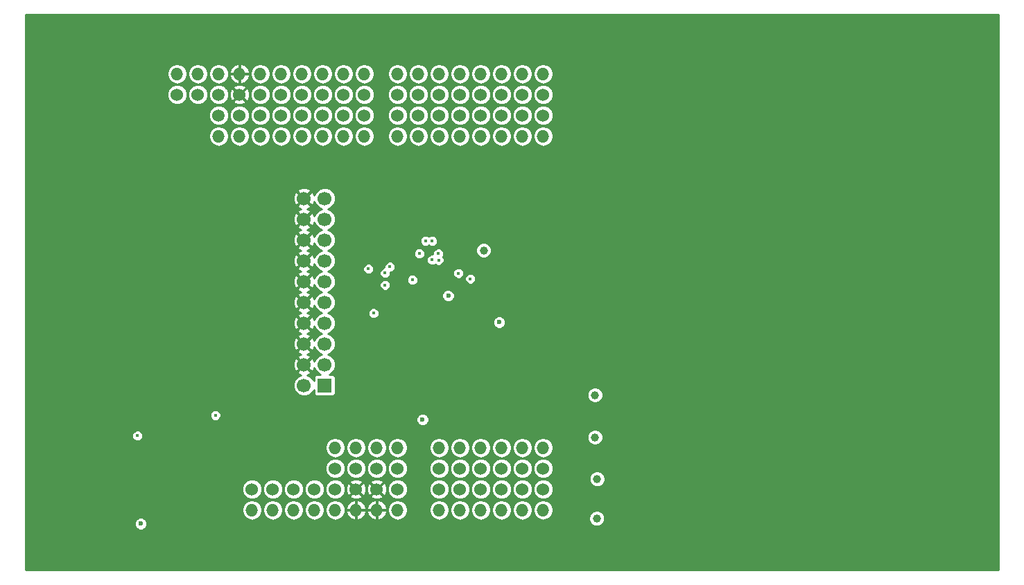
<source format=gbr>
G04 #@! TF.FileFunction,Copper,L3,Inr,Plane*
%FSLAX46Y46*%
G04 Gerber Fmt 4.6, Leading zero omitted, Abs format (unit mm)*
G04 Created by KiCad (PCBNEW 4.0.6) date Tuesday 10. October 2017 13:08:52*
%MOMM*%
%LPD*%
G01*
G04 APERTURE LIST*
%ADD10C,0.100000*%
%ADD11O,1.524000X1.524000*%
%ADD12R,1.700000X1.700000*%
%ADD13C,1.700000*%
%ADD14C,1.524000*%
%ADD15C,1.523000*%
%ADD16C,1.000000*%
%ADD17C,0.400000*%
%ADD18C,0.600000*%
%ADD19C,0.254000*%
G04 APERTURE END LIST*
D10*
D11*
X168656000Y-73660000D03*
X166116000Y-73660000D03*
X163576000Y-73660000D03*
X161036000Y-73660000D03*
X158496000Y-73660000D03*
X155956000Y-73660000D03*
X153416000Y-73660000D03*
X150876000Y-73660000D03*
X148336000Y-73660000D03*
X145796000Y-73660000D03*
X154940000Y-127000000D03*
X157480000Y-127000000D03*
X160020000Y-127000000D03*
X162560000Y-127000000D03*
X165100000Y-127000000D03*
X167640000Y-127000000D03*
X170180000Y-127000000D03*
X172720000Y-127000000D03*
X190500000Y-73660000D03*
X187960000Y-73660000D03*
X185420000Y-73660000D03*
X182880000Y-73660000D03*
X180340000Y-73660000D03*
X177800000Y-73660000D03*
X175260000Y-73660000D03*
X172720000Y-73660000D03*
X168656000Y-81280000D03*
X166116000Y-81280000D03*
X163576000Y-81280000D03*
X161036000Y-81280000D03*
X158496000Y-81280000D03*
X155956000Y-81280000D03*
X153416000Y-81280000D03*
X150876000Y-81280000D03*
X190500000Y-81280000D03*
X187960000Y-81280000D03*
X185420000Y-81280000D03*
X182880000Y-81280000D03*
X180340000Y-81280000D03*
X177800000Y-81280000D03*
X175260000Y-81280000D03*
X172720000Y-81280000D03*
X177800000Y-127000000D03*
X180340000Y-127000000D03*
X182880000Y-127000000D03*
X185420000Y-127000000D03*
X187960000Y-127000000D03*
X190500000Y-127000000D03*
X165100000Y-119380000D03*
X167640000Y-119380000D03*
X170180000Y-119380000D03*
X172720000Y-119380000D03*
X177800000Y-119380000D03*
X180340000Y-119380000D03*
X182880000Y-119380000D03*
X185420000Y-119380000D03*
X187960000Y-119380000D03*
X190500000Y-119380000D03*
D12*
X163830000Y-111760000D03*
D13*
X161290000Y-111760000D03*
X163830000Y-109220000D03*
X161290000Y-109220000D03*
X163830000Y-106680000D03*
X161290000Y-106680000D03*
X163830000Y-104140000D03*
X161290000Y-104140000D03*
X163830000Y-101600000D03*
X161290000Y-101600000D03*
X163830000Y-99060000D03*
X161290000Y-99060000D03*
X163830000Y-96520000D03*
X161290000Y-96520000D03*
X163830000Y-93980000D03*
X161290000Y-93980000D03*
X163830000Y-91440000D03*
X161290000Y-91440000D03*
X163830000Y-88900000D03*
X161290000Y-88900000D03*
D14*
X165100000Y-121920000D03*
X167640000Y-121920000D03*
X170180000Y-121920000D03*
X172720000Y-121920000D03*
X182880000Y-121920000D03*
X180340000Y-121920000D03*
X177800000Y-121920000D03*
X185420000Y-121920000D03*
X187960000Y-121920000D03*
X190500000Y-121920000D03*
D15*
X150876000Y-78740000D03*
D14*
X153416000Y-78740000D03*
X155956000Y-78740000D03*
X158496000Y-78740000D03*
X161036000Y-78740000D03*
X163576000Y-78740000D03*
X166116000Y-78740000D03*
X168656000Y-78740000D03*
X172720000Y-78740000D03*
X175260000Y-78740000D03*
X177800000Y-78740000D03*
X180340000Y-78740000D03*
X182880000Y-78740000D03*
X185420000Y-78740000D03*
X187960000Y-78740000D03*
X190500000Y-78740000D03*
X190500000Y-124460000D03*
X187960000Y-124460000D03*
X185420000Y-124460000D03*
X177800000Y-124460000D03*
X180340000Y-124460000D03*
X182880000Y-124460000D03*
X172720000Y-124460000D03*
X170180000Y-124460000D03*
X167640000Y-124460000D03*
X162560000Y-124460000D03*
X160020000Y-124460000D03*
X190500000Y-76200000D03*
X187960000Y-76200000D03*
X185420000Y-76200000D03*
X182880000Y-76200000D03*
X180340000Y-76200000D03*
X177800000Y-76200000D03*
X175260000Y-76200000D03*
X172720000Y-76200000D03*
X168656000Y-76200000D03*
X166116000Y-76200000D03*
X163576000Y-76200000D03*
X161036000Y-76200000D03*
X158496000Y-76200000D03*
X155956000Y-76200000D03*
X153416000Y-76200000D03*
D15*
X150876000Y-76200000D03*
D14*
X165100000Y-124460000D03*
X148336000Y-76200000D03*
X145796000Y-76200000D03*
X157480000Y-124460000D03*
X154940000Y-124460000D03*
D16*
X184302400Y-98552000D03*
D17*
X174523400Y-98044000D03*
X180136800Y-98856800D03*
X176936400Y-98044000D03*
X176936400Y-98856800D03*
X173736000Y-95656400D03*
X176149000Y-96418400D03*
X179324000Y-95656400D03*
X176936400Y-92456000D03*
X175437800Y-94157800D03*
D16*
X240614200Y-116636800D03*
X239496600Y-131851400D03*
X231368600Y-131699000D03*
X223215200Y-131775200D03*
X215112600Y-131826000D03*
X240030000Y-83185000D03*
D18*
X180746400Y-105435400D03*
X172212000Y-116205000D03*
X178968400Y-114300000D03*
X140335000Y-128727200D03*
D17*
X177698400Y-95656400D03*
X177723800Y-96443800D03*
X174523400Y-98856800D03*
X175387000Y-95631000D03*
X176936400Y-96418400D03*
X176123600Y-94081600D03*
X176936400Y-94107000D03*
D16*
X196824600Y-112953800D03*
X196824600Y-118110000D03*
X197078600Y-123215400D03*
X197053200Y-128041400D03*
D18*
X185140600Y-104038400D03*
X175768000Y-115925600D03*
X141351000Y-128676400D03*
D16*
X183235600Y-95250000D03*
D18*
X178917600Y-100812600D03*
D17*
X169164000Y-97510600D03*
X171196000Y-99491800D03*
X171780200Y-97256600D03*
X171196000Y-98018600D03*
X180136800Y-98044000D03*
X150469600Y-115417600D03*
X169799000Y-102946200D03*
X181610000Y-98729800D03*
X140944600Y-117932200D03*
D19*
G36*
X246107000Y-134347000D02*
X127273000Y-134347000D01*
X127273000Y-128830277D01*
X140573866Y-128830277D01*
X140691908Y-129115960D01*
X140910290Y-129334724D01*
X141195767Y-129453265D01*
X141504877Y-129453534D01*
X141790560Y-129335492D01*
X142009324Y-129117110D01*
X142127865Y-128831633D01*
X142128134Y-128522523D01*
X142010092Y-128236840D01*
X141791710Y-128018076D01*
X141506233Y-127899535D01*
X141197123Y-127899266D01*
X140911440Y-128017308D01*
X140692676Y-128235690D01*
X140574135Y-128521167D01*
X140573866Y-128830277D01*
X127273000Y-128830277D01*
X127273000Y-126975727D01*
X153701000Y-126975727D01*
X153701000Y-127024273D01*
X153795313Y-127498418D01*
X154063895Y-127900378D01*
X154465855Y-128168960D01*
X154940000Y-128263273D01*
X155414145Y-128168960D01*
X155816105Y-127900378D01*
X156084687Y-127498418D01*
X156179000Y-127024273D01*
X156179000Y-126975727D01*
X156241000Y-126975727D01*
X156241000Y-127024273D01*
X156335313Y-127498418D01*
X156603895Y-127900378D01*
X157005855Y-128168960D01*
X157480000Y-128263273D01*
X157954145Y-128168960D01*
X158356105Y-127900378D01*
X158624687Y-127498418D01*
X158719000Y-127024273D01*
X158719000Y-126975727D01*
X158781000Y-126975727D01*
X158781000Y-127024273D01*
X158875313Y-127498418D01*
X159143895Y-127900378D01*
X159545855Y-128168960D01*
X160020000Y-128263273D01*
X160494145Y-128168960D01*
X160896105Y-127900378D01*
X161164687Y-127498418D01*
X161259000Y-127024273D01*
X161259000Y-126975727D01*
X161321000Y-126975727D01*
X161321000Y-127024273D01*
X161415313Y-127498418D01*
X161683895Y-127900378D01*
X162085855Y-128168960D01*
X162560000Y-128263273D01*
X163034145Y-128168960D01*
X163436105Y-127900378D01*
X163704687Y-127498418D01*
X163799000Y-127024273D01*
X163799000Y-126975727D01*
X163861000Y-126975727D01*
X163861000Y-127024273D01*
X163955313Y-127498418D01*
X164223895Y-127900378D01*
X164625855Y-128168960D01*
X165100000Y-128263273D01*
X165574145Y-128168960D01*
X165976105Y-127900378D01*
X166244687Y-127498418D01*
X166295873Y-127241086D01*
X166424678Y-127241086D01*
X166609448Y-127687818D01*
X166951111Y-128029836D01*
X167397651Y-128215071D01*
X167398914Y-128215318D01*
X167592000Y-128118721D01*
X167592000Y-127048000D01*
X167688000Y-127048000D01*
X167688000Y-128118721D01*
X167881086Y-128215318D01*
X167882349Y-128215071D01*
X168328889Y-128029836D01*
X168670552Y-127687818D01*
X168855322Y-127241086D01*
X168964678Y-127241086D01*
X169149448Y-127687818D01*
X169491111Y-128029836D01*
X169937651Y-128215071D01*
X169938914Y-128215318D01*
X170132000Y-128118721D01*
X170132000Y-127048000D01*
X170228000Y-127048000D01*
X170228000Y-128118721D01*
X170421086Y-128215318D01*
X170422349Y-128215071D01*
X170868889Y-128029836D01*
X171210552Y-127687818D01*
X171395322Y-127241086D01*
X171298824Y-127048000D01*
X170228000Y-127048000D01*
X170132000Y-127048000D01*
X169061176Y-127048000D01*
X168964678Y-127241086D01*
X168855322Y-127241086D01*
X168758824Y-127048000D01*
X167688000Y-127048000D01*
X167592000Y-127048000D01*
X166521176Y-127048000D01*
X166424678Y-127241086D01*
X166295873Y-127241086D01*
X166339000Y-127024273D01*
X166339000Y-126975727D01*
X171481000Y-126975727D01*
X171481000Y-127024273D01*
X171575313Y-127498418D01*
X171843895Y-127900378D01*
X172245855Y-128168960D01*
X172720000Y-128263273D01*
X173194145Y-128168960D01*
X173596105Y-127900378D01*
X173864687Y-127498418D01*
X173959000Y-127024273D01*
X173959000Y-126975727D01*
X176561000Y-126975727D01*
X176561000Y-127024273D01*
X176655313Y-127498418D01*
X176923895Y-127900378D01*
X177325855Y-128168960D01*
X177800000Y-128263273D01*
X178274145Y-128168960D01*
X178676105Y-127900378D01*
X178944687Y-127498418D01*
X179039000Y-127024273D01*
X179039000Y-126975727D01*
X179101000Y-126975727D01*
X179101000Y-127024273D01*
X179195313Y-127498418D01*
X179463895Y-127900378D01*
X179865855Y-128168960D01*
X180340000Y-128263273D01*
X180814145Y-128168960D01*
X181216105Y-127900378D01*
X181484687Y-127498418D01*
X181579000Y-127024273D01*
X181579000Y-126975727D01*
X181641000Y-126975727D01*
X181641000Y-127024273D01*
X181735313Y-127498418D01*
X182003895Y-127900378D01*
X182405855Y-128168960D01*
X182880000Y-128263273D01*
X183354145Y-128168960D01*
X183756105Y-127900378D01*
X184024687Y-127498418D01*
X184119000Y-127024273D01*
X184119000Y-126975727D01*
X184181000Y-126975727D01*
X184181000Y-127024273D01*
X184275313Y-127498418D01*
X184543895Y-127900378D01*
X184945855Y-128168960D01*
X185420000Y-128263273D01*
X185894145Y-128168960D01*
X186296105Y-127900378D01*
X186564687Y-127498418D01*
X186659000Y-127024273D01*
X186659000Y-126975727D01*
X186721000Y-126975727D01*
X186721000Y-127024273D01*
X186815313Y-127498418D01*
X187083895Y-127900378D01*
X187485855Y-128168960D01*
X187960000Y-128263273D01*
X188434145Y-128168960D01*
X188836105Y-127900378D01*
X189104687Y-127498418D01*
X189199000Y-127024273D01*
X189199000Y-126975727D01*
X189261000Y-126975727D01*
X189261000Y-127024273D01*
X189355313Y-127498418D01*
X189623895Y-127900378D01*
X190025855Y-128168960D01*
X190500000Y-128263273D01*
X190642716Y-128234885D01*
X196076030Y-128234885D01*
X196224456Y-128594103D01*
X196499051Y-128869178D01*
X196858010Y-129018230D01*
X197246685Y-129018570D01*
X197605903Y-128870144D01*
X197880978Y-128595549D01*
X198030030Y-128236590D01*
X198030370Y-127847915D01*
X197881944Y-127488697D01*
X197607349Y-127213622D01*
X197248390Y-127064570D01*
X196859715Y-127064230D01*
X196500497Y-127212656D01*
X196225422Y-127487251D01*
X196076370Y-127846210D01*
X196076030Y-128234885D01*
X190642716Y-128234885D01*
X190974145Y-128168960D01*
X191376105Y-127900378D01*
X191644687Y-127498418D01*
X191739000Y-127024273D01*
X191739000Y-126975727D01*
X191644687Y-126501582D01*
X191376105Y-126099622D01*
X190974145Y-125831040D01*
X190500000Y-125736727D01*
X190025855Y-125831040D01*
X189623895Y-126099622D01*
X189355313Y-126501582D01*
X189261000Y-126975727D01*
X189199000Y-126975727D01*
X189104687Y-126501582D01*
X188836105Y-126099622D01*
X188434145Y-125831040D01*
X187960000Y-125736727D01*
X187485855Y-125831040D01*
X187083895Y-126099622D01*
X186815313Y-126501582D01*
X186721000Y-126975727D01*
X186659000Y-126975727D01*
X186564687Y-126501582D01*
X186296105Y-126099622D01*
X185894145Y-125831040D01*
X185420000Y-125736727D01*
X184945855Y-125831040D01*
X184543895Y-126099622D01*
X184275313Y-126501582D01*
X184181000Y-126975727D01*
X184119000Y-126975727D01*
X184024687Y-126501582D01*
X183756105Y-126099622D01*
X183354145Y-125831040D01*
X182880000Y-125736727D01*
X182405855Y-125831040D01*
X182003895Y-126099622D01*
X181735313Y-126501582D01*
X181641000Y-126975727D01*
X181579000Y-126975727D01*
X181484687Y-126501582D01*
X181216105Y-126099622D01*
X180814145Y-125831040D01*
X180340000Y-125736727D01*
X179865855Y-125831040D01*
X179463895Y-126099622D01*
X179195313Y-126501582D01*
X179101000Y-126975727D01*
X179039000Y-126975727D01*
X178944687Y-126501582D01*
X178676105Y-126099622D01*
X178274145Y-125831040D01*
X177800000Y-125736727D01*
X177325855Y-125831040D01*
X176923895Y-126099622D01*
X176655313Y-126501582D01*
X176561000Y-126975727D01*
X173959000Y-126975727D01*
X173864687Y-126501582D01*
X173596105Y-126099622D01*
X173194145Y-125831040D01*
X172720000Y-125736727D01*
X172245855Y-125831040D01*
X171843895Y-126099622D01*
X171575313Y-126501582D01*
X171481000Y-126975727D01*
X166339000Y-126975727D01*
X166295874Y-126758914D01*
X166424678Y-126758914D01*
X166521176Y-126952000D01*
X167592000Y-126952000D01*
X167592000Y-125881279D01*
X167688000Y-125881279D01*
X167688000Y-126952000D01*
X168758824Y-126952000D01*
X168855322Y-126758914D01*
X168964678Y-126758914D01*
X169061176Y-126952000D01*
X170132000Y-126952000D01*
X170132000Y-125881279D01*
X170228000Y-125881279D01*
X170228000Y-126952000D01*
X171298824Y-126952000D01*
X171395322Y-126758914D01*
X171210552Y-126312182D01*
X170868889Y-125970164D01*
X170422349Y-125784929D01*
X170421086Y-125784682D01*
X170228000Y-125881279D01*
X170132000Y-125881279D01*
X169938914Y-125784682D01*
X169937651Y-125784929D01*
X169491111Y-125970164D01*
X169149448Y-126312182D01*
X168964678Y-126758914D01*
X168855322Y-126758914D01*
X168670552Y-126312182D01*
X168328889Y-125970164D01*
X167882349Y-125784929D01*
X167881086Y-125784682D01*
X167688000Y-125881279D01*
X167592000Y-125881279D01*
X167398914Y-125784682D01*
X167397651Y-125784929D01*
X166951111Y-125970164D01*
X166609448Y-126312182D01*
X166424678Y-126758914D01*
X166295874Y-126758914D01*
X166244687Y-126501582D01*
X165976105Y-126099622D01*
X165574145Y-125831040D01*
X165100000Y-125736727D01*
X164625855Y-125831040D01*
X164223895Y-126099622D01*
X163955313Y-126501582D01*
X163861000Y-126975727D01*
X163799000Y-126975727D01*
X163704687Y-126501582D01*
X163436105Y-126099622D01*
X163034145Y-125831040D01*
X162560000Y-125736727D01*
X162085855Y-125831040D01*
X161683895Y-126099622D01*
X161415313Y-126501582D01*
X161321000Y-126975727D01*
X161259000Y-126975727D01*
X161164687Y-126501582D01*
X160896105Y-126099622D01*
X160494145Y-125831040D01*
X160020000Y-125736727D01*
X159545855Y-125831040D01*
X159143895Y-126099622D01*
X158875313Y-126501582D01*
X158781000Y-126975727D01*
X158719000Y-126975727D01*
X158624687Y-126501582D01*
X158356105Y-126099622D01*
X157954145Y-125831040D01*
X157480000Y-125736727D01*
X157005855Y-125831040D01*
X156603895Y-126099622D01*
X156335313Y-126501582D01*
X156241000Y-126975727D01*
X156179000Y-126975727D01*
X156084687Y-126501582D01*
X155816105Y-126099622D01*
X155414145Y-125831040D01*
X154940000Y-125736727D01*
X154465855Y-125831040D01*
X154063895Y-126099622D01*
X153795313Y-126501582D01*
X153701000Y-126975727D01*
X127273000Y-126975727D01*
X127273000Y-124705371D01*
X153700786Y-124705371D01*
X153889015Y-125160920D01*
X154237247Y-125509760D01*
X154692467Y-125698784D01*
X155185371Y-125699214D01*
X155640920Y-125510985D01*
X155989760Y-125162753D01*
X156178784Y-124707533D01*
X156178785Y-124705371D01*
X156240786Y-124705371D01*
X156429015Y-125160920D01*
X156777247Y-125509760D01*
X157232467Y-125698784D01*
X157725371Y-125699214D01*
X158180920Y-125510985D01*
X158529760Y-125162753D01*
X158718784Y-124707533D01*
X158718785Y-124705371D01*
X158780786Y-124705371D01*
X158969015Y-125160920D01*
X159317247Y-125509760D01*
X159772467Y-125698784D01*
X160265371Y-125699214D01*
X160720920Y-125510985D01*
X161069760Y-125162753D01*
X161258784Y-124707533D01*
X161258785Y-124705371D01*
X161320786Y-124705371D01*
X161509015Y-125160920D01*
X161857247Y-125509760D01*
X162312467Y-125698784D01*
X162805371Y-125699214D01*
X163260920Y-125510985D01*
X163609760Y-125162753D01*
X163798784Y-124707533D01*
X163798785Y-124705371D01*
X163860786Y-124705371D01*
X164049015Y-125160920D01*
X164397247Y-125509760D01*
X164852467Y-125698784D01*
X165345371Y-125699214D01*
X165800920Y-125510985D01*
X166010094Y-125302175D01*
X166865707Y-125302175D01*
X166936836Y-125509485D01*
X167391982Y-125698687D01*
X167884887Y-125699309D01*
X168340509Y-125511258D01*
X168343164Y-125509485D01*
X168414293Y-125302175D01*
X169405707Y-125302175D01*
X169476836Y-125509485D01*
X169931982Y-125698687D01*
X170424887Y-125699309D01*
X170880509Y-125511258D01*
X170883164Y-125509485D01*
X170954293Y-125302175D01*
X170180000Y-124527882D01*
X169405707Y-125302175D01*
X168414293Y-125302175D01*
X167640000Y-124527882D01*
X166865707Y-125302175D01*
X166010094Y-125302175D01*
X166149760Y-125162753D01*
X166338784Y-124707533D01*
X166338786Y-124704887D01*
X166400691Y-124704887D01*
X166588742Y-125160509D01*
X166590515Y-125163164D01*
X166797825Y-125234293D01*
X167572118Y-124460000D01*
X167707882Y-124460000D01*
X168482175Y-125234293D01*
X168689485Y-125163164D01*
X168878687Y-124708018D01*
X168878690Y-124704887D01*
X168940691Y-124704887D01*
X169128742Y-125160509D01*
X169130515Y-125163164D01*
X169337825Y-125234293D01*
X170112118Y-124460000D01*
X170247882Y-124460000D01*
X171022175Y-125234293D01*
X171229485Y-125163164D01*
X171418687Y-124708018D01*
X171418690Y-124705371D01*
X171480786Y-124705371D01*
X171669015Y-125160920D01*
X172017247Y-125509760D01*
X172472467Y-125698784D01*
X172965371Y-125699214D01*
X173420920Y-125510985D01*
X173769760Y-125162753D01*
X173958784Y-124707533D01*
X173958785Y-124705371D01*
X176560786Y-124705371D01*
X176749015Y-125160920D01*
X177097247Y-125509760D01*
X177552467Y-125698784D01*
X178045371Y-125699214D01*
X178500920Y-125510985D01*
X178849760Y-125162753D01*
X179038784Y-124707533D01*
X179038785Y-124705371D01*
X179100786Y-124705371D01*
X179289015Y-125160920D01*
X179637247Y-125509760D01*
X180092467Y-125698784D01*
X180585371Y-125699214D01*
X181040920Y-125510985D01*
X181389760Y-125162753D01*
X181578784Y-124707533D01*
X181578785Y-124705371D01*
X181640786Y-124705371D01*
X181829015Y-125160920D01*
X182177247Y-125509760D01*
X182632467Y-125698784D01*
X183125371Y-125699214D01*
X183580920Y-125510985D01*
X183929760Y-125162753D01*
X184118784Y-124707533D01*
X184118785Y-124705371D01*
X184180786Y-124705371D01*
X184369015Y-125160920D01*
X184717247Y-125509760D01*
X185172467Y-125698784D01*
X185665371Y-125699214D01*
X186120920Y-125510985D01*
X186469760Y-125162753D01*
X186658784Y-124707533D01*
X186658785Y-124705371D01*
X186720786Y-124705371D01*
X186909015Y-125160920D01*
X187257247Y-125509760D01*
X187712467Y-125698784D01*
X188205371Y-125699214D01*
X188660920Y-125510985D01*
X189009760Y-125162753D01*
X189198784Y-124707533D01*
X189198785Y-124705371D01*
X189260786Y-124705371D01*
X189449015Y-125160920D01*
X189797247Y-125509760D01*
X190252467Y-125698784D01*
X190745371Y-125699214D01*
X191200920Y-125510985D01*
X191549760Y-125162753D01*
X191738784Y-124707533D01*
X191739214Y-124214629D01*
X191550985Y-123759080D01*
X191202753Y-123410240D01*
X191199490Y-123408885D01*
X196101430Y-123408885D01*
X196249856Y-123768103D01*
X196524451Y-124043178D01*
X196883410Y-124192230D01*
X197272085Y-124192570D01*
X197631303Y-124044144D01*
X197906378Y-123769549D01*
X198055430Y-123410590D01*
X198055770Y-123021915D01*
X197907344Y-122662697D01*
X197632749Y-122387622D01*
X197273790Y-122238570D01*
X196885115Y-122238230D01*
X196525897Y-122386656D01*
X196250822Y-122661251D01*
X196101770Y-123020210D01*
X196101430Y-123408885D01*
X191199490Y-123408885D01*
X190747533Y-123221216D01*
X190254629Y-123220786D01*
X189799080Y-123409015D01*
X189450240Y-123757247D01*
X189261216Y-124212467D01*
X189260786Y-124705371D01*
X189198785Y-124705371D01*
X189199214Y-124214629D01*
X189010985Y-123759080D01*
X188662753Y-123410240D01*
X188207533Y-123221216D01*
X187714629Y-123220786D01*
X187259080Y-123409015D01*
X186910240Y-123757247D01*
X186721216Y-124212467D01*
X186720786Y-124705371D01*
X186658785Y-124705371D01*
X186659214Y-124214629D01*
X186470985Y-123759080D01*
X186122753Y-123410240D01*
X185667533Y-123221216D01*
X185174629Y-123220786D01*
X184719080Y-123409015D01*
X184370240Y-123757247D01*
X184181216Y-124212467D01*
X184180786Y-124705371D01*
X184118785Y-124705371D01*
X184119214Y-124214629D01*
X183930985Y-123759080D01*
X183582753Y-123410240D01*
X183127533Y-123221216D01*
X182634629Y-123220786D01*
X182179080Y-123409015D01*
X181830240Y-123757247D01*
X181641216Y-124212467D01*
X181640786Y-124705371D01*
X181578785Y-124705371D01*
X181579214Y-124214629D01*
X181390985Y-123759080D01*
X181042753Y-123410240D01*
X180587533Y-123221216D01*
X180094629Y-123220786D01*
X179639080Y-123409015D01*
X179290240Y-123757247D01*
X179101216Y-124212467D01*
X179100786Y-124705371D01*
X179038785Y-124705371D01*
X179039214Y-124214629D01*
X178850985Y-123759080D01*
X178502753Y-123410240D01*
X178047533Y-123221216D01*
X177554629Y-123220786D01*
X177099080Y-123409015D01*
X176750240Y-123757247D01*
X176561216Y-124212467D01*
X176560786Y-124705371D01*
X173958785Y-124705371D01*
X173959214Y-124214629D01*
X173770985Y-123759080D01*
X173422753Y-123410240D01*
X172967533Y-123221216D01*
X172474629Y-123220786D01*
X172019080Y-123409015D01*
X171670240Y-123757247D01*
X171481216Y-124212467D01*
X171480786Y-124705371D01*
X171418690Y-124705371D01*
X171419309Y-124215113D01*
X171231258Y-123759491D01*
X171229485Y-123756836D01*
X171022175Y-123685707D01*
X170247882Y-124460000D01*
X170112118Y-124460000D01*
X169337825Y-123685707D01*
X169130515Y-123756836D01*
X168941313Y-124211982D01*
X168940691Y-124704887D01*
X168878690Y-124704887D01*
X168879309Y-124215113D01*
X168691258Y-123759491D01*
X168689485Y-123756836D01*
X168482175Y-123685707D01*
X167707882Y-124460000D01*
X167572118Y-124460000D01*
X166797825Y-123685707D01*
X166590515Y-123756836D01*
X166401313Y-124211982D01*
X166400691Y-124704887D01*
X166338786Y-124704887D01*
X166339214Y-124214629D01*
X166150985Y-123759080D01*
X166009977Y-123617825D01*
X166865707Y-123617825D01*
X167640000Y-124392118D01*
X168414293Y-123617825D01*
X169405707Y-123617825D01*
X170180000Y-124392118D01*
X170954293Y-123617825D01*
X170883164Y-123410515D01*
X170428018Y-123221313D01*
X169935113Y-123220691D01*
X169479491Y-123408742D01*
X169476836Y-123410515D01*
X169405707Y-123617825D01*
X168414293Y-123617825D01*
X168343164Y-123410515D01*
X167888018Y-123221313D01*
X167395113Y-123220691D01*
X166939491Y-123408742D01*
X166936836Y-123410515D01*
X166865707Y-123617825D01*
X166009977Y-123617825D01*
X165802753Y-123410240D01*
X165347533Y-123221216D01*
X164854629Y-123220786D01*
X164399080Y-123409015D01*
X164050240Y-123757247D01*
X163861216Y-124212467D01*
X163860786Y-124705371D01*
X163798785Y-124705371D01*
X163799214Y-124214629D01*
X163610985Y-123759080D01*
X163262753Y-123410240D01*
X162807533Y-123221216D01*
X162314629Y-123220786D01*
X161859080Y-123409015D01*
X161510240Y-123757247D01*
X161321216Y-124212467D01*
X161320786Y-124705371D01*
X161258785Y-124705371D01*
X161259214Y-124214629D01*
X161070985Y-123759080D01*
X160722753Y-123410240D01*
X160267533Y-123221216D01*
X159774629Y-123220786D01*
X159319080Y-123409015D01*
X158970240Y-123757247D01*
X158781216Y-124212467D01*
X158780786Y-124705371D01*
X158718785Y-124705371D01*
X158719214Y-124214629D01*
X158530985Y-123759080D01*
X158182753Y-123410240D01*
X157727533Y-123221216D01*
X157234629Y-123220786D01*
X156779080Y-123409015D01*
X156430240Y-123757247D01*
X156241216Y-124212467D01*
X156240786Y-124705371D01*
X156178785Y-124705371D01*
X156179214Y-124214629D01*
X155990985Y-123759080D01*
X155642753Y-123410240D01*
X155187533Y-123221216D01*
X154694629Y-123220786D01*
X154239080Y-123409015D01*
X153890240Y-123757247D01*
X153701216Y-124212467D01*
X153700786Y-124705371D01*
X127273000Y-124705371D01*
X127273000Y-122165371D01*
X163860786Y-122165371D01*
X164049015Y-122620920D01*
X164397247Y-122969760D01*
X164852467Y-123158784D01*
X165345371Y-123159214D01*
X165800920Y-122970985D01*
X166149760Y-122622753D01*
X166338784Y-122167533D01*
X166338785Y-122165371D01*
X166400786Y-122165371D01*
X166589015Y-122620920D01*
X166937247Y-122969760D01*
X167392467Y-123158784D01*
X167885371Y-123159214D01*
X168340920Y-122970985D01*
X168689760Y-122622753D01*
X168878784Y-122167533D01*
X168878785Y-122165371D01*
X168940786Y-122165371D01*
X169129015Y-122620920D01*
X169477247Y-122969760D01*
X169932467Y-123158784D01*
X170425371Y-123159214D01*
X170880920Y-122970985D01*
X171229760Y-122622753D01*
X171418784Y-122167533D01*
X171418785Y-122165371D01*
X171480786Y-122165371D01*
X171669015Y-122620920D01*
X172017247Y-122969760D01*
X172472467Y-123158784D01*
X172965371Y-123159214D01*
X173420920Y-122970985D01*
X173769760Y-122622753D01*
X173958784Y-122167533D01*
X173958785Y-122165371D01*
X176560786Y-122165371D01*
X176749015Y-122620920D01*
X177097247Y-122969760D01*
X177552467Y-123158784D01*
X178045371Y-123159214D01*
X178500920Y-122970985D01*
X178849760Y-122622753D01*
X179038784Y-122167533D01*
X179038785Y-122165371D01*
X179100786Y-122165371D01*
X179289015Y-122620920D01*
X179637247Y-122969760D01*
X180092467Y-123158784D01*
X180585371Y-123159214D01*
X181040920Y-122970985D01*
X181389760Y-122622753D01*
X181578784Y-122167533D01*
X181578785Y-122165371D01*
X181640786Y-122165371D01*
X181829015Y-122620920D01*
X182177247Y-122969760D01*
X182632467Y-123158784D01*
X183125371Y-123159214D01*
X183580920Y-122970985D01*
X183929760Y-122622753D01*
X184118784Y-122167533D01*
X184118785Y-122165371D01*
X184180786Y-122165371D01*
X184369015Y-122620920D01*
X184717247Y-122969760D01*
X185172467Y-123158784D01*
X185665371Y-123159214D01*
X186120920Y-122970985D01*
X186469760Y-122622753D01*
X186658784Y-122167533D01*
X186658785Y-122165371D01*
X186720786Y-122165371D01*
X186909015Y-122620920D01*
X187257247Y-122969760D01*
X187712467Y-123158784D01*
X188205371Y-123159214D01*
X188660920Y-122970985D01*
X189009760Y-122622753D01*
X189198784Y-122167533D01*
X189198785Y-122165371D01*
X189260786Y-122165371D01*
X189449015Y-122620920D01*
X189797247Y-122969760D01*
X190252467Y-123158784D01*
X190745371Y-123159214D01*
X191200920Y-122970985D01*
X191549760Y-122622753D01*
X191738784Y-122167533D01*
X191739214Y-121674629D01*
X191550985Y-121219080D01*
X191202753Y-120870240D01*
X190747533Y-120681216D01*
X190254629Y-120680786D01*
X189799080Y-120869015D01*
X189450240Y-121217247D01*
X189261216Y-121672467D01*
X189260786Y-122165371D01*
X189198785Y-122165371D01*
X189199214Y-121674629D01*
X189010985Y-121219080D01*
X188662753Y-120870240D01*
X188207533Y-120681216D01*
X187714629Y-120680786D01*
X187259080Y-120869015D01*
X186910240Y-121217247D01*
X186721216Y-121672467D01*
X186720786Y-122165371D01*
X186658785Y-122165371D01*
X186659214Y-121674629D01*
X186470985Y-121219080D01*
X186122753Y-120870240D01*
X185667533Y-120681216D01*
X185174629Y-120680786D01*
X184719080Y-120869015D01*
X184370240Y-121217247D01*
X184181216Y-121672467D01*
X184180786Y-122165371D01*
X184118785Y-122165371D01*
X184119214Y-121674629D01*
X183930985Y-121219080D01*
X183582753Y-120870240D01*
X183127533Y-120681216D01*
X182634629Y-120680786D01*
X182179080Y-120869015D01*
X181830240Y-121217247D01*
X181641216Y-121672467D01*
X181640786Y-122165371D01*
X181578785Y-122165371D01*
X181579214Y-121674629D01*
X181390985Y-121219080D01*
X181042753Y-120870240D01*
X180587533Y-120681216D01*
X180094629Y-120680786D01*
X179639080Y-120869015D01*
X179290240Y-121217247D01*
X179101216Y-121672467D01*
X179100786Y-122165371D01*
X179038785Y-122165371D01*
X179039214Y-121674629D01*
X178850985Y-121219080D01*
X178502753Y-120870240D01*
X178047533Y-120681216D01*
X177554629Y-120680786D01*
X177099080Y-120869015D01*
X176750240Y-121217247D01*
X176561216Y-121672467D01*
X176560786Y-122165371D01*
X173958785Y-122165371D01*
X173959214Y-121674629D01*
X173770985Y-121219080D01*
X173422753Y-120870240D01*
X172967533Y-120681216D01*
X172474629Y-120680786D01*
X172019080Y-120869015D01*
X171670240Y-121217247D01*
X171481216Y-121672467D01*
X171480786Y-122165371D01*
X171418785Y-122165371D01*
X171419214Y-121674629D01*
X171230985Y-121219080D01*
X170882753Y-120870240D01*
X170427533Y-120681216D01*
X169934629Y-120680786D01*
X169479080Y-120869015D01*
X169130240Y-121217247D01*
X168941216Y-121672467D01*
X168940786Y-122165371D01*
X168878785Y-122165371D01*
X168879214Y-121674629D01*
X168690985Y-121219080D01*
X168342753Y-120870240D01*
X167887533Y-120681216D01*
X167394629Y-120680786D01*
X166939080Y-120869015D01*
X166590240Y-121217247D01*
X166401216Y-121672467D01*
X166400786Y-122165371D01*
X166338785Y-122165371D01*
X166339214Y-121674629D01*
X166150985Y-121219080D01*
X165802753Y-120870240D01*
X165347533Y-120681216D01*
X164854629Y-120680786D01*
X164399080Y-120869015D01*
X164050240Y-121217247D01*
X163861216Y-121672467D01*
X163860786Y-122165371D01*
X127273000Y-122165371D01*
X127273000Y-119355727D01*
X163861000Y-119355727D01*
X163861000Y-119404273D01*
X163955313Y-119878418D01*
X164223895Y-120280378D01*
X164625855Y-120548960D01*
X165100000Y-120643273D01*
X165574145Y-120548960D01*
X165976105Y-120280378D01*
X166244687Y-119878418D01*
X166339000Y-119404273D01*
X166339000Y-119355727D01*
X166401000Y-119355727D01*
X166401000Y-119404273D01*
X166495313Y-119878418D01*
X166763895Y-120280378D01*
X167165855Y-120548960D01*
X167640000Y-120643273D01*
X168114145Y-120548960D01*
X168516105Y-120280378D01*
X168784687Y-119878418D01*
X168879000Y-119404273D01*
X168879000Y-119355727D01*
X168941000Y-119355727D01*
X168941000Y-119404273D01*
X169035313Y-119878418D01*
X169303895Y-120280378D01*
X169705855Y-120548960D01*
X170180000Y-120643273D01*
X170654145Y-120548960D01*
X171056105Y-120280378D01*
X171324687Y-119878418D01*
X171419000Y-119404273D01*
X171419000Y-119355727D01*
X171481000Y-119355727D01*
X171481000Y-119404273D01*
X171575313Y-119878418D01*
X171843895Y-120280378D01*
X172245855Y-120548960D01*
X172720000Y-120643273D01*
X173194145Y-120548960D01*
X173596105Y-120280378D01*
X173864687Y-119878418D01*
X173959000Y-119404273D01*
X173959000Y-119355727D01*
X176561000Y-119355727D01*
X176561000Y-119404273D01*
X176655313Y-119878418D01*
X176923895Y-120280378D01*
X177325855Y-120548960D01*
X177800000Y-120643273D01*
X178274145Y-120548960D01*
X178676105Y-120280378D01*
X178944687Y-119878418D01*
X179039000Y-119404273D01*
X179039000Y-119355727D01*
X179101000Y-119355727D01*
X179101000Y-119404273D01*
X179195313Y-119878418D01*
X179463895Y-120280378D01*
X179865855Y-120548960D01*
X180340000Y-120643273D01*
X180814145Y-120548960D01*
X181216105Y-120280378D01*
X181484687Y-119878418D01*
X181579000Y-119404273D01*
X181579000Y-119355727D01*
X181641000Y-119355727D01*
X181641000Y-119404273D01*
X181735313Y-119878418D01*
X182003895Y-120280378D01*
X182405855Y-120548960D01*
X182880000Y-120643273D01*
X183354145Y-120548960D01*
X183756105Y-120280378D01*
X184024687Y-119878418D01*
X184119000Y-119404273D01*
X184119000Y-119355727D01*
X184181000Y-119355727D01*
X184181000Y-119404273D01*
X184275313Y-119878418D01*
X184543895Y-120280378D01*
X184945855Y-120548960D01*
X185420000Y-120643273D01*
X185894145Y-120548960D01*
X186296105Y-120280378D01*
X186564687Y-119878418D01*
X186659000Y-119404273D01*
X186659000Y-119355727D01*
X186721000Y-119355727D01*
X186721000Y-119404273D01*
X186815313Y-119878418D01*
X187083895Y-120280378D01*
X187485855Y-120548960D01*
X187960000Y-120643273D01*
X188434145Y-120548960D01*
X188836105Y-120280378D01*
X189104687Y-119878418D01*
X189199000Y-119404273D01*
X189199000Y-119355727D01*
X189261000Y-119355727D01*
X189261000Y-119404273D01*
X189355313Y-119878418D01*
X189623895Y-120280378D01*
X190025855Y-120548960D01*
X190500000Y-120643273D01*
X190974145Y-120548960D01*
X191376105Y-120280378D01*
X191644687Y-119878418D01*
X191739000Y-119404273D01*
X191739000Y-119355727D01*
X191644687Y-118881582D01*
X191376105Y-118479622D01*
X191112499Y-118303485D01*
X195847430Y-118303485D01*
X195995856Y-118662703D01*
X196270451Y-118937778D01*
X196629410Y-119086830D01*
X197018085Y-119087170D01*
X197377303Y-118938744D01*
X197652378Y-118664149D01*
X197801430Y-118305190D01*
X197801770Y-117916515D01*
X197653344Y-117557297D01*
X197378749Y-117282222D01*
X197019790Y-117133170D01*
X196631115Y-117132830D01*
X196271897Y-117281256D01*
X195996822Y-117555851D01*
X195847770Y-117914810D01*
X195847430Y-118303485D01*
X191112499Y-118303485D01*
X190974145Y-118211040D01*
X190500000Y-118116727D01*
X190025855Y-118211040D01*
X189623895Y-118479622D01*
X189355313Y-118881582D01*
X189261000Y-119355727D01*
X189199000Y-119355727D01*
X189104687Y-118881582D01*
X188836105Y-118479622D01*
X188434145Y-118211040D01*
X187960000Y-118116727D01*
X187485855Y-118211040D01*
X187083895Y-118479622D01*
X186815313Y-118881582D01*
X186721000Y-119355727D01*
X186659000Y-119355727D01*
X186564687Y-118881582D01*
X186296105Y-118479622D01*
X185894145Y-118211040D01*
X185420000Y-118116727D01*
X184945855Y-118211040D01*
X184543895Y-118479622D01*
X184275313Y-118881582D01*
X184181000Y-119355727D01*
X184119000Y-119355727D01*
X184024687Y-118881582D01*
X183756105Y-118479622D01*
X183354145Y-118211040D01*
X182880000Y-118116727D01*
X182405855Y-118211040D01*
X182003895Y-118479622D01*
X181735313Y-118881582D01*
X181641000Y-119355727D01*
X181579000Y-119355727D01*
X181484687Y-118881582D01*
X181216105Y-118479622D01*
X180814145Y-118211040D01*
X180340000Y-118116727D01*
X179865855Y-118211040D01*
X179463895Y-118479622D01*
X179195313Y-118881582D01*
X179101000Y-119355727D01*
X179039000Y-119355727D01*
X178944687Y-118881582D01*
X178676105Y-118479622D01*
X178274145Y-118211040D01*
X177800000Y-118116727D01*
X177325855Y-118211040D01*
X176923895Y-118479622D01*
X176655313Y-118881582D01*
X176561000Y-119355727D01*
X173959000Y-119355727D01*
X173864687Y-118881582D01*
X173596105Y-118479622D01*
X173194145Y-118211040D01*
X172720000Y-118116727D01*
X172245855Y-118211040D01*
X171843895Y-118479622D01*
X171575313Y-118881582D01*
X171481000Y-119355727D01*
X171419000Y-119355727D01*
X171324687Y-118881582D01*
X171056105Y-118479622D01*
X170654145Y-118211040D01*
X170180000Y-118116727D01*
X169705855Y-118211040D01*
X169303895Y-118479622D01*
X169035313Y-118881582D01*
X168941000Y-119355727D01*
X168879000Y-119355727D01*
X168784687Y-118881582D01*
X168516105Y-118479622D01*
X168114145Y-118211040D01*
X167640000Y-118116727D01*
X167165855Y-118211040D01*
X166763895Y-118479622D01*
X166495313Y-118881582D01*
X166401000Y-119355727D01*
X166339000Y-119355727D01*
X166244687Y-118881582D01*
X165976105Y-118479622D01*
X165574145Y-118211040D01*
X165100000Y-118116727D01*
X164625855Y-118211040D01*
X164223895Y-118479622D01*
X163955313Y-118881582D01*
X163861000Y-119355727D01*
X127273000Y-119355727D01*
X127273000Y-118066273D01*
X140267483Y-118066273D01*
X140370333Y-118315189D01*
X140560610Y-118505798D01*
X140809346Y-118609082D01*
X141078673Y-118609317D01*
X141327589Y-118506467D01*
X141518198Y-118316190D01*
X141621482Y-118067454D01*
X141621717Y-117798127D01*
X141518867Y-117549211D01*
X141328590Y-117358602D01*
X141079854Y-117255318D01*
X140810527Y-117255083D01*
X140561611Y-117357933D01*
X140371002Y-117548210D01*
X140267718Y-117796946D01*
X140267483Y-118066273D01*
X127273000Y-118066273D01*
X127273000Y-115551673D01*
X149792483Y-115551673D01*
X149895333Y-115800589D01*
X150085610Y-115991198D01*
X150334346Y-116094482D01*
X150603673Y-116094717D01*
X150640556Y-116079477D01*
X174990866Y-116079477D01*
X175108908Y-116365160D01*
X175327290Y-116583924D01*
X175612767Y-116702465D01*
X175921877Y-116702734D01*
X176207560Y-116584692D01*
X176426324Y-116366310D01*
X176544865Y-116080833D01*
X176545134Y-115771723D01*
X176427092Y-115486040D01*
X176208710Y-115267276D01*
X175923233Y-115148735D01*
X175614123Y-115148466D01*
X175328440Y-115266508D01*
X175109676Y-115484890D01*
X174991135Y-115770367D01*
X174990866Y-116079477D01*
X150640556Y-116079477D01*
X150852589Y-115991867D01*
X151043198Y-115801590D01*
X151146482Y-115552854D01*
X151146717Y-115283527D01*
X151043867Y-115034611D01*
X150853590Y-114844002D01*
X150604854Y-114740718D01*
X150335527Y-114740483D01*
X150086611Y-114843333D01*
X149896002Y-115033610D01*
X149792718Y-115282346D01*
X149792483Y-115551673D01*
X127273000Y-115551673D01*
X127273000Y-113147285D01*
X195847430Y-113147285D01*
X195995856Y-113506503D01*
X196270451Y-113781578D01*
X196629410Y-113930630D01*
X197018085Y-113930970D01*
X197377303Y-113782544D01*
X197652378Y-113507949D01*
X197801430Y-113148990D01*
X197801770Y-112760315D01*
X197653344Y-112401097D01*
X197378749Y-112126022D01*
X197019790Y-111976970D01*
X196631115Y-111976630D01*
X196271897Y-112125056D01*
X195996822Y-112399651D01*
X195847770Y-112758610D01*
X195847430Y-113147285D01*
X127273000Y-113147285D01*
X127273000Y-112022798D01*
X159962771Y-112022798D01*
X160164369Y-112510703D01*
X160537334Y-112884319D01*
X161024885Y-113086769D01*
X161552798Y-113087229D01*
X162040703Y-112885631D01*
X162414319Y-112512666D01*
X162493656Y-112321602D01*
X162493656Y-112610000D01*
X162526917Y-112786765D01*
X162631385Y-112949113D01*
X162790785Y-113058027D01*
X162980000Y-113096344D01*
X164680000Y-113096344D01*
X164856765Y-113063083D01*
X165019113Y-112958615D01*
X165128027Y-112799215D01*
X165166344Y-112610000D01*
X165166344Y-110910000D01*
X165133083Y-110733235D01*
X165028615Y-110570887D01*
X164869215Y-110461973D01*
X164680000Y-110423656D01*
X164391868Y-110423656D01*
X164580703Y-110345631D01*
X164954319Y-109972666D01*
X165156769Y-109485115D01*
X165157229Y-108957202D01*
X164955631Y-108469297D01*
X164582666Y-108095681D01*
X164231567Y-107949891D01*
X164580703Y-107805631D01*
X164954319Y-107432666D01*
X165156769Y-106945115D01*
X165157229Y-106417202D01*
X164955631Y-105929297D01*
X164582666Y-105555681D01*
X164231567Y-105409891D01*
X164580703Y-105265631D01*
X164954319Y-104892666D01*
X165156769Y-104405115D01*
X165156954Y-104192277D01*
X184363466Y-104192277D01*
X184481508Y-104477960D01*
X184699890Y-104696724D01*
X184985367Y-104815265D01*
X185294477Y-104815534D01*
X185580160Y-104697492D01*
X185798924Y-104479110D01*
X185917465Y-104193633D01*
X185917734Y-103884523D01*
X185799692Y-103598840D01*
X185581310Y-103380076D01*
X185295833Y-103261535D01*
X184986723Y-103261266D01*
X184701040Y-103379308D01*
X184482276Y-103597690D01*
X184363735Y-103883167D01*
X184363466Y-104192277D01*
X165156954Y-104192277D01*
X165157229Y-103877202D01*
X164955631Y-103389297D01*
X164647146Y-103080273D01*
X169121883Y-103080273D01*
X169224733Y-103329189D01*
X169415010Y-103519798D01*
X169663746Y-103623082D01*
X169933073Y-103623317D01*
X170181989Y-103520467D01*
X170372598Y-103330190D01*
X170475882Y-103081454D01*
X170476117Y-102812127D01*
X170373267Y-102563211D01*
X170182990Y-102372602D01*
X169934254Y-102269318D01*
X169664927Y-102269083D01*
X169416011Y-102371933D01*
X169225402Y-102562210D01*
X169122118Y-102810946D01*
X169121883Y-103080273D01*
X164647146Y-103080273D01*
X164582666Y-103015681D01*
X164231567Y-102869891D01*
X164580703Y-102725631D01*
X164954319Y-102352666D01*
X165156769Y-101865115D01*
X165157229Y-101337202D01*
X165004049Y-100966477D01*
X178140466Y-100966477D01*
X178258508Y-101252160D01*
X178476890Y-101470924D01*
X178762367Y-101589465D01*
X179071477Y-101589734D01*
X179357160Y-101471692D01*
X179575924Y-101253310D01*
X179694465Y-100967833D01*
X179694734Y-100658723D01*
X179576692Y-100373040D01*
X179358310Y-100154276D01*
X179072833Y-100035735D01*
X178763723Y-100035466D01*
X178478040Y-100153508D01*
X178259276Y-100371890D01*
X178140735Y-100657367D01*
X178140466Y-100966477D01*
X165004049Y-100966477D01*
X164955631Y-100849297D01*
X164582666Y-100475681D01*
X164231567Y-100329891D01*
X164580703Y-100185631D01*
X164954319Y-99812666D01*
X165031882Y-99625873D01*
X170518883Y-99625873D01*
X170621733Y-99874789D01*
X170812010Y-100065398D01*
X171060746Y-100168682D01*
X171330073Y-100168917D01*
X171578989Y-100066067D01*
X171769598Y-99875790D01*
X171872882Y-99627054D01*
X171873117Y-99357727D01*
X171770267Y-99108811D01*
X171652535Y-98990873D01*
X173846283Y-98990873D01*
X173949133Y-99239789D01*
X174139410Y-99430398D01*
X174388146Y-99533682D01*
X174657473Y-99533917D01*
X174906389Y-99431067D01*
X175096998Y-99240790D01*
X175200282Y-98992054D01*
X175200393Y-98863873D01*
X180932883Y-98863873D01*
X181035733Y-99112789D01*
X181226010Y-99303398D01*
X181474746Y-99406682D01*
X181744073Y-99406917D01*
X181992989Y-99304067D01*
X182183598Y-99113790D01*
X182286882Y-98865054D01*
X182287117Y-98595727D01*
X182184267Y-98346811D01*
X181993990Y-98156202D01*
X181745254Y-98052918D01*
X181475927Y-98052683D01*
X181227011Y-98155533D01*
X181036402Y-98345810D01*
X180933118Y-98594546D01*
X180932883Y-98863873D01*
X175200393Y-98863873D01*
X175200517Y-98722727D01*
X175097667Y-98473811D01*
X174907390Y-98283202D01*
X174658654Y-98179918D01*
X174389327Y-98179683D01*
X174140411Y-98282533D01*
X173949802Y-98472810D01*
X173846518Y-98721546D01*
X173846283Y-98990873D01*
X171652535Y-98990873D01*
X171579990Y-98918202D01*
X171331254Y-98814918D01*
X171061927Y-98814683D01*
X170813011Y-98917533D01*
X170622402Y-99107810D01*
X170519118Y-99356546D01*
X170518883Y-99625873D01*
X165031882Y-99625873D01*
X165156769Y-99325115D01*
X165157229Y-98797202D01*
X164955631Y-98309297D01*
X164582666Y-97935681D01*
X164231567Y-97789891D01*
X164580703Y-97645631D01*
X164581662Y-97644673D01*
X168486883Y-97644673D01*
X168589733Y-97893589D01*
X168780010Y-98084198D01*
X169028746Y-98187482D01*
X169298073Y-98187717D01*
X169382885Y-98152673D01*
X170518883Y-98152673D01*
X170621733Y-98401589D01*
X170812010Y-98592198D01*
X171060746Y-98695482D01*
X171330073Y-98695717D01*
X171578989Y-98592867D01*
X171769598Y-98402590D01*
X171862825Y-98178073D01*
X179459683Y-98178073D01*
X179562533Y-98426989D01*
X179752810Y-98617598D01*
X180001546Y-98720882D01*
X180270873Y-98721117D01*
X180519789Y-98618267D01*
X180710398Y-98427990D01*
X180813682Y-98179254D01*
X180813917Y-97909927D01*
X180711067Y-97661011D01*
X180520790Y-97470402D01*
X180272054Y-97367118D01*
X180002727Y-97366883D01*
X179753811Y-97469733D01*
X179563202Y-97660010D01*
X179459918Y-97908746D01*
X179459683Y-98178073D01*
X171862825Y-98178073D01*
X171872882Y-98153854D01*
X171873074Y-97933681D01*
X171914273Y-97933717D01*
X172163189Y-97830867D01*
X172353798Y-97640590D01*
X172457082Y-97391854D01*
X172457317Y-97122527D01*
X172354467Y-96873611D01*
X172164190Y-96683002D01*
X171915454Y-96579718D01*
X171646127Y-96579483D01*
X171397211Y-96682333D01*
X171206602Y-96872610D01*
X171103318Y-97121346D01*
X171103126Y-97341519D01*
X171061927Y-97341483D01*
X170813011Y-97444333D01*
X170622402Y-97634610D01*
X170519118Y-97883346D01*
X170518883Y-98152673D01*
X169382885Y-98152673D01*
X169546989Y-98084867D01*
X169737598Y-97894590D01*
X169840882Y-97645854D01*
X169841117Y-97376527D01*
X169738267Y-97127611D01*
X169547990Y-96937002D01*
X169299254Y-96833718D01*
X169029927Y-96833483D01*
X168781011Y-96936333D01*
X168590402Y-97126610D01*
X168487118Y-97375346D01*
X168486883Y-97644673D01*
X164581662Y-97644673D01*
X164954319Y-97272666D01*
X165156769Y-96785115D01*
X165156971Y-96552473D01*
X176259283Y-96552473D01*
X176362133Y-96801389D01*
X176552410Y-96991998D01*
X176801146Y-97095282D01*
X177070473Y-97095517D01*
X177316368Y-96993915D01*
X177339810Y-97017398D01*
X177588546Y-97120682D01*
X177857873Y-97120917D01*
X178106789Y-97018067D01*
X178297398Y-96827790D01*
X178400682Y-96579054D01*
X178400917Y-96309727D01*
X178298067Y-96060811D01*
X178273668Y-96036369D01*
X178375282Y-95791654D01*
X178375517Y-95522327D01*
X178342941Y-95443485D01*
X182258430Y-95443485D01*
X182406856Y-95802703D01*
X182681451Y-96077778D01*
X183040410Y-96226830D01*
X183429085Y-96227170D01*
X183788303Y-96078744D01*
X184063378Y-95804149D01*
X184212430Y-95445190D01*
X184212770Y-95056515D01*
X184064344Y-94697297D01*
X183789749Y-94422222D01*
X183430790Y-94273170D01*
X183042115Y-94272830D01*
X182682897Y-94421256D01*
X182407822Y-94695851D01*
X182258770Y-95054810D01*
X182258430Y-95443485D01*
X178342941Y-95443485D01*
X178272667Y-95273411D01*
X178082390Y-95082802D01*
X177833654Y-94979518D01*
X177564327Y-94979283D01*
X177315411Y-95082133D01*
X177124802Y-95272410D01*
X177021518Y-95521146D01*
X177021326Y-95741474D01*
X176802327Y-95741283D01*
X176553411Y-95844133D01*
X176362802Y-96034410D01*
X176259518Y-96283146D01*
X176259283Y-96552473D01*
X165156971Y-96552473D01*
X165157229Y-96257202D01*
X164955631Y-95769297D01*
X164951415Y-95765073D01*
X174709883Y-95765073D01*
X174812733Y-96013989D01*
X175003010Y-96204598D01*
X175251746Y-96307882D01*
X175521073Y-96308117D01*
X175769989Y-96205267D01*
X175960598Y-96014990D01*
X176063882Y-95766254D01*
X176064117Y-95496927D01*
X175961267Y-95248011D01*
X175770990Y-95057402D01*
X175522254Y-94954118D01*
X175252927Y-94953883D01*
X175004011Y-95056733D01*
X174813402Y-95247010D01*
X174710118Y-95495746D01*
X174709883Y-95765073D01*
X164951415Y-95765073D01*
X164582666Y-95395681D01*
X164231567Y-95249891D01*
X164580703Y-95105631D01*
X164954319Y-94732666D01*
X165156769Y-94245115D01*
X165156794Y-94215673D01*
X175446483Y-94215673D01*
X175549333Y-94464589D01*
X175739610Y-94655198D01*
X175988346Y-94758482D01*
X176257673Y-94758717D01*
X176506589Y-94655867D01*
X176517174Y-94645300D01*
X176552410Y-94680598D01*
X176801146Y-94783882D01*
X177070473Y-94784117D01*
X177319389Y-94681267D01*
X177509998Y-94490990D01*
X177613282Y-94242254D01*
X177613517Y-93972927D01*
X177510667Y-93724011D01*
X177320390Y-93533402D01*
X177071654Y-93430118D01*
X176802327Y-93429883D01*
X176553411Y-93532733D01*
X176542826Y-93543300D01*
X176507590Y-93508002D01*
X176258854Y-93404718D01*
X175989527Y-93404483D01*
X175740611Y-93507333D01*
X175550002Y-93697610D01*
X175446718Y-93946346D01*
X175446483Y-94215673D01*
X165156794Y-94215673D01*
X165157229Y-93717202D01*
X164955631Y-93229297D01*
X164582666Y-92855681D01*
X164231567Y-92709891D01*
X164580703Y-92565631D01*
X164954319Y-92192666D01*
X165156769Y-91705115D01*
X165157229Y-91177202D01*
X164955631Y-90689297D01*
X164582666Y-90315681D01*
X164231567Y-90169891D01*
X164580703Y-90025631D01*
X164954319Y-89652666D01*
X165156769Y-89165115D01*
X165157229Y-88637202D01*
X164955631Y-88149297D01*
X164582666Y-87775681D01*
X164095115Y-87573231D01*
X163567202Y-87572771D01*
X163079297Y-87774369D01*
X162705681Y-88147334D01*
X162559713Y-88498861D01*
X162417813Y-88152580D01*
X162412122Y-88144062D01*
X162195672Y-88062211D01*
X161357882Y-88900000D01*
X162195672Y-89737789D01*
X162412122Y-89655938D01*
X162560294Y-89302014D01*
X162704369Y-89650703D01*
X163077334Y-90024319D01*
X163428433Y-90170109D01*
X163079297Y-90314369D01*
X162705681Y-90687334D01*
X162559713Y-91038861D01*
X162417813Y-90692580D01*
X162412122Y-90684062D01*
X162195672Y-90602211D01*
X161357882Y-91440000D01*
X162195672Y-92277789D01*
X162412122Y-92195938D01*
X162560294Y-91842014D01*
X162704369Y-92190703D01*
X163077334Y-92564319D01*
X163428433Y-92710109D01*
X163079297Y-92854369D01*
X162705681Y-93227334D01*
X162559713Y-93578861D01*
X162417813Y-93232580D01*
X162412122Y-93224062D01*
X162195672Y-93142211D01*
X161357882Y-93980000D01*
X162195672Y-94817789D01*
X162412122Y-94735938D01*
X162560294Y-94382014D01*
X162704369Y-94730703D01*
X163077334Y-95104319D01*
X163428433Y-95250109D01*
X163079297Y-95394369D01*
X162705681Y-95767334D01*
X162559713Y-96118861D01*
X162417813Y-95772580D01*
X162412122Y-95764062D01*
X162195672Y-95682211D01*
X161357882Y-96520000D01*
X162195672Y-97357789D01*
X162412122Y-97275938D01*
X162560294Y-96922014D01*
X162704369Y-97270703D01*
X163077334Y-97644319D01*
X163428433Y-97790109D01*
X163079297Y-97934369D01*
X162705681Y-98307334D01*
X162559713Y-98658861D01*
X162417813Y-98312580D01*
X162412122Y-98304062D01*
X162195672Y-98222211D01*
X161357882Y-99060000D01*
X162195672Y-99897789D01*
X162412122Y-99815938D01*
X162560294Y-99462014D01*
X162704369Y-99810703D01*
X163077334Y-100184319D01*
X163428433Y-100330109D01*
X163079297Y-100474369D01*
X162705681Y-100847334D01*
X162559713Y-101198861D01*
X162417813Y-100852580D01*
X162412122Y-100844062D01*
X162195672Y-100762211D01*
X161357882Y-101600000D01*
X162195672Y-102437789D01*
X162412122Y-102355938D01*
X162560294Y-102002014D01*
X162704369Y-102350703D01*
X163077334Y-102724319D01*
X163428433Y-102870109D01*
X163079297Y-103014369D01*
X162705681Y-103387334D01*
X162559713Y-103738861D01*
X162417813Y-103392580D01*
X162412122Y-103384062D01*
X162195672Y-103302211D01*
X161357882Y-104140000D01*
X162195672Y-104977789D01*
X162412122Y-104895938D01*
X162560294Y-104542014D01*
X162704369Y-104890703D01*
X163077334Y-105264319D01*
X163428433Y-105410109D01*
X163079297Y-105554369D01*
X162705681Y-105927334D01*
X162559713Y-106278861D01*
X162417813Y-105932580D01*
X162412122Y-105924062D01*
X162195672Y-105842211D01*
X161357882Y-106680000D01*
X162195672Y-107517789D01*
X162412122Y-107435938D01*
X162560294Y-107082014D01*
X162704369Y-107430703D01*
X163077334Y-107804319D01*
X163428433Y-107950109D01*
X163079297Y-108094369D01*
X162705681Y-108467334D01*
X162559713Y-108818861D01*
X162417813Y-108472580D01*
X162412122Y-108464062D01*
X162195672Y-108382211D01*
X161357882Y-109220000D01*
X162195672Y-110057789D01*
X162412122Y-109975938D01*
X162560294Y-109622014D01*
X162704369Y-109970703D01*
X163077334Y-110344319D01*
X163268398Y-110423656D01*
X162980000Y-110423656D01*
X162803235Y-110456917D01*
X162640887Y-110561385D01*
X162531973Y-110720785D01*
X162493656Y-110910000D01*
X162493656Y-111198132D01*
X162415631Y-111009297D01*
X162042666Y-110635681D01*
X161691139Y-110489713D01*
X162037420Y-110347813D01*
X162045938Y-110342122D01*
X162127789Y-110125672D01*
X161290000Y-109287882D01*
X160452211Y-110125672D01*
X160534062Y-110342122D01*
X160887986Y-110490294D01*
X160539297Y-110634369D01*
X160165681Y-111007334D01*
X159963231Y-111494885D01*
X159962771Y-112022798D01*
X127273000Y-112022798D01*
X127273000Y-109478930D01*
X159962012Y-109478930D01*
X160162187Y-109967420D01*
X160167878Y-109975938D01*
X160384328Y-110057789D01*
X161222118Y-109220000D01*
X160384328Y-108382211D01*
X160167878Y-108464062D01*
X159964010Y-108951022D01*
X159962012Y-109478930D01*
X127273000Y-109478930D01*
X127273000Y-107585672D01*
X160452211Y-107585672D01*
X160534062Y-107802122D01*
X160888410Y-107950472D01*
X160542580Y-108092187D01*
X160534062Y-108097878D01*
X160452211Y-108314328D01*
X161290000Y-109152118D01*
X162127789Y-108314328D01*
X162045938Y-108097878D01*
X161691590Y-107949528D01*
X162037420Y-107807813D01*
X162045938Y-107802122D01*
X162127789Y-107585672D01*
X161290000Y-106747882D01*
X160452211Y-107585672D01*
X127273000Y-107585672D01*
X127273000Y-106938930D01*
X159962012Y-106938930D01*
X160162187Y-107427420D01*
X160167878Y-107435938D01*
X160384328Y-107517789D01*
X161222118Y-106680000D01*
X160384328Y-105842211D01*
X160167878Y-105924062D01*
X159964010Y-106411022D01*
X159962012Y-106938930D01*
X127273000Y-106938930D01*
X127273000Y-105045672D01*
X160452211Y-105045672D01*
X160534062Y-105262122D01*
X160888410Y-105410472D01*
X160542580Y-105552187D01*
X160534062Y-105557878D01*
X160452211Y-105774328D01*
X161290000Y-106612118D01*
X162127789Y-105774328D01*
X162045938Y-105557878D01*
X161691590Y-105409528D01*
X162037420Y-105267813D01*
X162045938Y-105262122D01*
X162127789Y-105045672D01*
X161290000Y-104207882D01*
X160452211Y-105045672D01*
X127273000Y-105045672D01*
X127273000Y-104398930D01*
X159962012Y-104398930D01*
X160162187Y-104887420D01*
X160167878Y-104895938D01*
X160384328Y-104977789D01*
X161222118Y-104140000D01*
X160384328Y-103302211D01*
X160167878Y-103384062D01*
X159964010Y-103871022D01*
X159962012Y-104398930D01*
X127273000Y-104398930D01*
X127273000Y-102505672D01*
X160452211Y-102505672D01*
X160534062Y-102722122D01*
X160888410Y-102870472D01*
X160542580Y-103012187D01*
X160534062Y-103017878D01*
X160452211Y-103234328D01*
X161290000Y-104072118D01*
X162127789Y-103234328D01*
X162045938Y-103017878D01*
X161691590Y-102869528D01*
X162037420Y-102727813D01*
X162045938Y-102722122D01*
X162127789Y-102505672D01*
X161290000Y-101667882D01*
X160452211Y-102505672D01*
X127273000Y-102505672D01*
X127273000Y-101858930D01*
X159962012Y-101858930D01*
X160162187Y-102347420D01*
X160167878Y-102355938D01*
X160384328Y-102437789D01*
X161222118Y-101600000D01*
X160384328Y-100762211D01*
X160167878Y-100844062D01*
X159964010Y-101331022D01*
X159962012Y-101858930D01*
X127273000Y-101858930D01*
X127273000Y-99965672D01*
X160452211Y-99965672D01*
X160534062Y-100182122D01*
X160888410Y-100330472D01*
X160542580Y-100472187D01*
X160534062Y-100477878D01*
X160452211Y-100694328D01*
X161290000Y-101532118D01*
X162127789Y-100694328D01*
X162045938Y-100477878D01*
X161691590Y-100329528D01*
X162037420Y-100187813D01*
X162045938Y-100182122D01*
X162127789Y-99965672D01*
X161290000Y-99127882D01*
X160452211Y-99965672D01*
X127273000Y-99965672D01*
X127273000Y-99318930D01*
X159962012Y-99318930D01*
X160162187Y-99807420D01*
X160167878Y-99815938D01*
X160384328Y-99897789D01*
X161222118Y-99060000D01*
X160384328Y-98222211D01*
X160167878Y-98304062D01*
X159964010Y-98791022D01*
X159962012Y-99318930D01*
X127273000Y-99318930D01*
X127273000Y-97425672D01*
X160452211Y-97425672D01*
X160534062Y-97642122D01*
X160888410Y-97790472D01*
X160542580Y-97932187D01*
X160534062Y-97937878D01*
X160452211Y-98154328D01*
X161290000Y-98992118D01*
X162127789Y-98154328D01*
X162045938Y-97937878D01*
X161691590Y-97789528D01*
X162037420Y-97647813D01*
X162045938Y-97642122D01*
X162127789Y-97425672D01*
X161290000Y-96587882D01*
X160452211Y-97425672D01*
X127273000Y-97425672D01*
X127273000Y-96778930D01*
X159962012Y-96778930D01*
X160162187Y-97267420D01*
X160167878Y-97275938D01*
X160384328Y-97357789D01*
X161222118Y-96520000D01*
X160384328Y-95682211D01*
X160167878Y-95764062D01*
X159964010Y-96251022D01*
X159962012Y-96778930D01*
X127273000Y-96778930D01*
X127273000Y-94885672D01*
X160452211Y-94885672D01*
X160534062Y-95102122D01*
X160888410Y-95250472D01*
X160542580Y-95392187D01*
X160534062Y-95397878D01*
X160452211Y-95614328D01*
X161290000Y-96452118D01*
X162127789Y-95614328D01*
X162045938Y-95397878D01*
X161691590Y-95249528D01*
X162037420Y-95107813D01*
X162045938Y-95102122D01*
X162127789Y-94885672D01*
X161290000Y-94047882D01*
X160452211Y-94885672D01*
X127273000Y-94885672D01*
X127273000Y-94238930D01*
X159962012Y-94238930D01*
X160162187Y-94727420D01*
X160167878Y-94735938D01*
X160384328Y-94817789D01*
X161222118Y-93980000D01*
X160384328Y-93142211D01*
X160167878Y-93224062D01*
X159964010Y-93711022D01*
X159962012Y-94238930D01*
X127273000Y-94238930D01*
X127273000Y-92345672D01*
X160452211Y-92345672D01*
X160534062Y-92562122D01*
X160888410Y-92710472D01*
X160542580Y-92852187D01*
X160534062Y-92857878D01*
X160452211Y-93074328D01*
X161290000Y-93912118D01*
X162127789Y-93074328D01*
X162045938Y-92857878D01*
X161691590Y-92709528D01*
X162037420Y-92567813D01*
X162045938Y-92562122D01*
X162127789Y-92345672D01*
X161290000Y-91507882D01*
X160452211Y-92345672D01*
X127273000Y-92345672D01*
X127273000Y-91698930D01*
X159962012Y-91698930D01*
X160162187Y-92187420D01*
X160167878Y-92195938D01*
X160384328Y-92277789D01*
X161222118Y-91440000D01*
X160384328Y-90602211D01*
X160167878Y-90684062D01*
X159964010Y-91171022D01*
X159962012Y-91698930D01*
X127273000Y-91698930D01*
X127273000Y-89805672D01*
X160452211Y-89805672D01*
X160534062Y-90022122D01*
X160888410Y-90170472D01*
X160542580Y-90312187D01*
X160534062Y-90317878D01*
X160452211Y-90534328D01*
X161290000Y-91372118D01*
X162127789Y-90534328D01*
X162045938Y-90317878D01*
X161691590Y-90169528D01*
X162037420Y-90027813D01*
X162045938Y-90022122D01*
X162127789Y-89805672D01*
X161290000Y-88967882D01*
X160452211Y-89805672D01*
X127273000Y-89805672D01*
X127273000Y-89158930D01*
X159962012Y-89158930D01*
X160162187Y-89647420D01*
X160167878Y-89655938D01*
X160384328Y-89737789D01*
X161222118Y-88900000D01*
X160384328Y-88062211D01*
X160167878Y-88144062D01*
X159964010Y-88631022D01*
X159962012Y-89158930D01*
X127273000Y-89158930D01*
X127273000Y-87994328D01*
X160452211Y-87994328D01*
X161290000Y-88832118D01*
X162127789Y-87994328D01*
X162045938Y-87777878D01*
X161558978Y-87574010D01*
X161031070Y-87572012D01*
X160542580Y-87772187D01*
X160534062Y-87777878D01*
X160452211Y-87994328D01*
X127273000Y-87994328D01*
X127273000Y-81255727D01*
X149637000Y-81255727D01*
X149637000Y-81304273D01*
X149731313Y-81778418D01*
X149999895Y-82180378D01*
X150401855Y-82448960D01*
X150876000Y-82543273D01*
X151350145Y-82448960D01*
X151752105Y-82180378D01*
X152020687Y-81778418D01*
X152115000Y-81304273D01*
X152115000Y-81255727D01*
X152177000Y-81255727D01*
X152177000Y-81304273D01*
X152271313Y-81778418D01*
X152539895Y-82180378D01*
X152941855Y-82448960D01*
X153416000Y-82543273D01*
X153890145Y-82448960D01*
X154292105Y-82180378D01*
X154560687Y-81778418D01*
X154655000Y-81304273D01*
X154655000Y-81255727D01*
X154717000Y-81255727D01*
X154717000Y-81304273D01*
X154811313Y-81778418D01*
X155079895Y-82180378D01*
X155481855Y-82448960D01*
X155956000Y-82543273D01*
X156430145Y-82448960D01*
X156832105Y-82180378D01*
X157100687Y-81778418D01*
X157195000Y-81304273D01*
X157195000Y-81255727D01*
X157257000Y-81255727D01*
X157257000Y-81304273D01*
X157351313Y-81778418D01*
X157619895Y-82180378D01*
X158021855Y-82448960D01*
X158496000Y-82543273D01*
X158970145Y-82448960D01*
X159372105Y-82180378D01*
X159640687Y-81778418D01*
X159735000Y-81304273D01*
X159735000Y-81255727D01*
X159797000Y-81255727D01*
X159797000Y-81304273D01*
X159891313Y-81778418D01*
X160159895Y-82180378D01*
X160561855Y-82448960D01*
X161036000Y-82543273D01*
X161510145Y-82448960D01*
X161912105Y-82180378D01*
X162180687Y-81778418D01*
X162275000Y-81304273D01*
X162275000Y-81255727D01*
X162337000Y-81255727D01*
X162337000Y-81304273D01*
X162431313Y-81778418D01*
X162699895Y-82180378D01*
X163101855Y-82448960D01*
X163576000Y-82543273D01*
X164050145Y-82448960D01*
X164452105Y-82180378D01*
X164720687Y-81778418D01*
X164815000Y-81304273D01*
X164815000Y-81255727D01*
X164877000Y-81255727D01*
X164877000Y-81304273D01*
X164971313Y-81778418D01*
X165239895Y-82180378D01*
X165641855Y-82448960D01*
X166116000Y-82543273D01*
X166590145Y-82448960D01*
X166992105Y-82180378D01*
X167260687Y-81778418D01*
X167355000Y-81304273D01*
X167355000Y-81255727D01*
X167417000Y-81255727D01*
X167417000Y-81304273D01*
X167511313Y-81778418D01*
X167779895Y-82180378D01*
X168181855Y-82448960D01*
X168656000Y-82543273D01*
X169130145Y-82448960D01*
X169532105Y-82180378D01*
X169800687Y-81778418D01*
X169895000Y-81304273D01*
X169895000Y-81255727D01*
X171481000Y-81255727D01*
X171481000Y-81304273D01*
X171575313Y-81778418D01*
X171843895Y-82180378D01*
X172245855Y-82448960D01*
X172720000Y-82543273D01*
X173194145Y-82448960D01*
X173596105Y-82180378D01*
X173864687Y-81778418D01*
X173959000Y-81304273D01*
X173959000Y-81255727D01*
X174021000Y-81255727D01*
X174021000Y-81304273D01*
X174115313Y-81778418D01*
X174383895Y-82180378D01*
X174785855Y-82448960D01*
X175260000Y-82543273D01*
X175734145Y-82448960D01*
X176136105Y-82180378D01*
X176404687Y-81778418D01*
X176499000Y-81304273D01*
X176499000Y-81255727D01*
X176561000Y-81255727D01*
X176561000Y-81304273D01*
X176655313Y-81778418D01*
X176923895Y-82180378D01*
X177325855Y-82448960D01*
X177800000Y-82543273D01*
X178274145Y-82448960D01*
X178676105Y-82180378D01*
X178944687Y-81778418D01*
X179039000Y-81304273D01*
X179039000Y-81255727D01*
X179101000Y-81255727D01*
X179101000Y-81304273D01*
X179195313Y-81778418D01*
X179463895Y-82180378D01*
X179865855Y-82448960D01*
X180340000Y-82543273D01*
X180814145Y-82448960D01*
X181216105Y-82180378D01*
X181484687Y-81778418D01*
X181579000Y-81304273D01*
X181579000Y-81255727D01*
X181641000Y-81255727D01*
X181641000Y-81304273D01*
X181735313Y-81778418D01*
X182003895Y-82180378D01*
X182405855Y-82448960D01*
X182880000Y-82543273D01*
X183354145Y-82448960D01*
X183756105Y-82180378D01*
X184024687Y-81778418D01*
X184119000Y-81304273D01*
X184119000Y-81255727D01*
X184181000Y-81255727D01*
X184181000Y-81304273D01*
X184275313Y-81778418D01*
X184543895Y-82180378D01*
X184945855Y-82448960D01*
X185420000Y-82543273D01*
X185894145Y-82448960D01*
X186296105Y-82180378D01*
X186564687Y-81778418D01*
X186659000Y-81304273D01*
X186659000Y-81255727D01*
X186721000Y-81255727D01*
X186721000Y-81304273D01*
X186815313Y-81778418D01*
X187083895Y-82180378D01*
X187485855Y-82448960D01*
X187960000Y-82543273D01*
X188434145Y-82448960D01*
X188836105Y-82180378D01*
X189104687Y-81778418D01*
X189199000Y-81304273D01*
X189199000Y-81255727D01*
X189261000Y-81255727D01*
X189261000Y-81304273D01*
X189355313Y-81778418D01*
X189623895Y-82180378D01*
X190025855Y-82448960D01*
X190500000Y-82543273D01*
X190974145Y-82448960D01*
X191376105Y-82180378D01*
X191644687Y-81778418D01*
X191739000Y-81304273D01*
X191739000Y-81255727D01*
X191644687Y-80781582D01*
X191376105Y-80379622D01*
X190974145Y-80111040D01*
X190500000Y-80016727D01*
X190025855Y-80111040D01*
X189623895Y-80379622D01*
X189355313Y-80781582D01*
X189261000Y-81255727D01*
X189199000Y-81255727D01*
X189104687Y-80781582D01*
X188836105Y-80379622D01*
X188434145Y-80111040D01*
X187960000Y-80016727D01*
X187485855Y-80111040D01*
X187083895Y-80379622D01*
X186815313Y-80781582D01*
X186721000Y-81255727D01*
X186659000Y-81255727D01*
X186564687Y-80781582D01*
X186296105Y-80379622D01*
X185894145Y-80111040D01*
X185420000Y-80016727D01*
X184945855Y-80111040D01*
X184543895Y-80379622D01*
X184275313Y-80781582D01*
X184181000Y-81255727D01*
X184119000Y-81255727D01*
X184024687Y-80781582D01*
X183756105Y-80379622D01*
X183354145Y-80111040D01*
X182880000Y-80016727D01*
X182405855Y-80111040D01*
X182003895Y-80379622D01*
X181735313Y-80781582D01*
X181641000Y-81255727D01*
X181579000Y-81255727D01*
X181484687Y-80781582D01*
X181216105Y-80379622D01*
X180814145Y-80111040D01*
X180340000Y-80016727D01*
X179865855Y-80111040D01*
X179463895Y-80379622D01*
X179195313Y-80781582D01*
X179101000Y-81255727D01*
X179039000Y-81255727D01*
X178944687Y-80781582D01*
X178676105Y-80379622D01*
X178274145Y-80111040D01*
X177800000Y-80016727D01*
X177325855Y-80111040D01*
X176923895Y-80379622D01*
X176655313Y-80781582D01*
X176561000Y-81255727D01*
X176499000Y-81255727D01*
X176404687Y-80781582D01*
X176136105Y-80379622D01*
X175734145Y-80111040D01*
X175260000Y-80016727D01*
X174785855Y-80111040D01*
X174383895Y-80379622D01*
X174115313Y-80781582D01*
X174021000Y-81255727D01*
X173959000Y-81255727D01*
X173864687Y-80781582D01*
X173596105Y-80379622D01*
X173194145Y-80111040D01*
X172720000Y-80016727D01*
X172245855Y-80111040D01*
X171843895Y-80379622D01*
X171575313Y-80781582D01*
X171481000Y-81255727D01*
X169895000Y-81255727D01*
X169800687Y-80781582D01*
X169532105Y-80379622D01*
X169130145Y-80111040D01*
X168656000Y-80016727D01*
X168181855Y-80111040D01*
X167779895Y-80379622D01*
X167511313Y-80781582D01*
X167417000Y-81255727D01*
X167355000Y-81255727D01*
X167260687Y-80781582D01*
X166992105Y-80379622D01*
X166590145Y-80111040D01*
X166116000Y-80016727D01*
X165641855Y-80111040D01*
X165239895Y-80379622D01*
X164971313Y-80781582D01*
X164877000Y-81255727D01*
X164815000Y-81255727D01*
X164720687Y-80781582D01*
X164452105Y-80379622D01*
X164050145Y-80111040D01*
X163576000Y-80016727D01*
X163101855Y-80111040D01*
X162699895Y-80379622D01*
X162431313Y-80781582D01*
X162337000Y-81255727D01*
X162275000Y-81255727D01*
X162180687Y-80781582D01*
X161912105Y-80379622D01*
X161510145Y-80111040D01*
X161036000Y-80016727D01*
X160561855Y-80111040D01*
X160159895Y-80379622D01*
X159891313Y-80781582D01*
X159797000Y-81255727D01*
X159735000Y-81255727D01*
X159640687Y-80781582D01*
X159372105Y-80379622D01*
X158970145Y-80111040D01*
X158496000Y-80016727D01*
X158021855Y-80111040D01*
X157619895Y-80379622D01*
X157351313Y-80781582D01*
X157257000Y-81255727D01*
X157195000Y-81255727D01*
X157100687Y-80781582D01*
X156832105Y-80379622D01*
X156430145Y-80111040D01*
X155956000Y-80016727D01*
X155481855Y-80111040D01*
X155079895Y-80379622D01*
X154811313Y-80781582D01*
X154717000Y-81255727D01*
X154655000Y-81255727D01*
X154560687Y-80781582D01*
X154292105Y-80379622D01*
X153890145Y-80111040D01*
X153416000Y-80016727D01*
X152941855Y-80111040D01*
X152539895Y-80379622D01*
X152271313Y-80781582D01*
X152177000Y-81255727D01*
X152115000Y-81255727D01*
X152020687Y-80781582D01*
X151752105Y-80379622D01*
X151350145Y-80111040D01*
X150876000Y-80016727D01*
X150401855Y-80111040D01*
X149999895Y-80379622D01*
X149731313Y-80781582D01*
X149637000Y-81255727D01*
X127273000Y-81255727D01*
X127273000Y-78985272D01*
X149637285Y-78985272D01*
X149825438Y-79440638D01*
X150173530Y-79789337D01*
X150628566Y-79978285D01*
X151121272Y-79978715D01*
X151576638Y-79790562D01*
X151925337Y-79442470D01*
X152114285Y-78987434D01*
X152114286Y-78985371D01*
X152176786Y-78985371D01*
X152365015Y-79440920D01*
X152713247Y-79789760D01*
X153168467Y-79978784D01*
X153661371Y-79979214D01*
X154116920Y-79790985D01*
X154465760Y-79442753D01*
X154654784Y-78987533D01*
X154654785Y-78985371D01*
X154716786Y-78985371D01*
X154905015Y-79440920D01*
X155253247Y-79789760D01*
X155708467Y-79978784D01*
X156201371Y-79979214D01*
X156656920Y-79790985D01*
X157005760Y-79442753D01*
X157194784Y-78987533D01*
X157194785Y-78985371D01*
X157256786Y-78985371D01*
X157445015Y-79440920D01*
X157793247Y-79789760D01*
X158248467Y-79978784D01*
X158741371Y-79979214D01*
X159196920Y-79790985D01*
X159545760Y-79442753D01*
X159734784Y-78987533D01*
X159734785Y-78985371D01*
X159796786Y-78985371D01*
X159985015Y-79440920D01*
X160333247Y-79789760D01*
X160788467Y-79978784D01*
X161281371Y-79979214D01*
X161736920Y-79790985D01*
X162085760Y-79442753D01*
X162274784Y-78987533D01*
X162274785Y-78985371D01*
X162336786Y-78985371D01*
X162525015Y-79440920D01*
X162873247Y-79789760D01*
X163328467Y-79978784D01*
X163821371Y-79979214D01*
X164276920Y-79790985D01*
X164625760Y-79442753D01*
X164814784Y-78987533D01*
X164814785Y-78985371D01*
X164876786Y-78985371D01*
X165065015Y-79440920D01*
X165413247Y-79789760D01*
X165868467Y-79978784D01*
X166361371Y-79979214D01*
X166816920Y-79790985D01*
X167165760Y-79442753D01*
X167354784Y-78987533D01*
X167354785Y-78985371D01*
X167416786Y-78985371D01*
X167605015Y-79440920D01*
X167953247Y-79789760D01*
X168408467Y-79978784D01*
X168901371Y-79979214D01*
X169356920Y-79790985D01*
X169705760Y-79442753D01*
X169894784Y-78987533D01*
X169894785Y-78985371D01*
X171480786Y-78985371D01*
X171669015Y-79440920D01*
X172017247Y-79789760D01*
X172472467Y-79978784D01*
X172965371Y-79979214D01*
X173420920Y-79790985D01*
X173769760Y-79442753D01*
X173958784Y-78987533D01*
X173958785Y-78985371D01*
X174020786Y-78985371D01*
X174209015Y-79440920D01*
X174557247Y-79789760D01*
X175012467Y-79978784D01*
X175505371Y-79979214D01*
X175960920Y-79790985D01*
X176309760Y-79442753D01*
X176498784Y-78987533D01*
X176498785Y-78985371D01*
X176560786Y-78985371D01*
X176749015Y-79440920D01*
X177097247Y-79789760D01*
X177552467Y-79978784D01*
X178045371Y-79979214D01*
X178500920Y-79790985D01*
X178849760Y-79442753D01*
X179038784Y-78987533D01*
X179038785Y-78985371D01*
X179100786Y-78985371D01*
X179289015Y-79440920D01*
X179637247Y-79789760D01*
X180092467Y-79978784D01*
X180585371Y-79979214D01*
X181040920Y-79790985D01*
X181389760Y-79442753D01*
X181578784Y-78987533D01*
X181578785Y-78985371D01*
X181640786Y-78985371D01*
X181829015Y-79440920D01*
X182177247Y-79789760D01*
X182632467Y-79978784D01*
X183125371Y-79979214D01*
X183580920Y-79790985D01*
X183929760Y-79442753D01*
X184118784Y-78987533D01*
X184118785Y-78985371D01*
X184180786Y-78985371D01*
X184369015Y-79440920D01*
X184717247Y-79789760D01*
X185172467Y-79978784D01*
X185665371Y-79979214D01*
X186120920Y-79790985D01*
X186469760Y-79442753D01*
X186658784Y-78987533D01*
X186658785Y-78985371D01*
X186720786Y-78985371D01*
X186909015Y-79440920D01*
X187257247Y-79789760D01*
X187712467Y-79978784D01*
X188205371Y-79979214D01*
X188660920Y-79790985D01*
X189009760Y-79442753D01*
X189198784Y-78987533D01*
X189198785Y-78985371D01*
X189260786Y-78985371D01*
X189449015Y-79440920D01*
X189797247Y-79789760D01*
X190252467Y-79978784D01*
X190745371Y-79979214D01*
X191200920Y-79790985D01*
X191549760Y-79442753D01*
X191738784Y-78987533D01*
X191739214Y-78494629D01*
X191550985Y-78039080D01*
X191202753Y-77690240D01*
X190747533Y-77501216D01*
X190254629Y-77500786D01*
X189799080Y-77689015D01*
X189450240Y-78037247D01*
X189261216Y-78492467D01*
X189260786Y-78985371D01*
X189198785Y-78985371D01*
X189199214Y-78494629D01*
X189010985Y-78039080D01*
X188662753Y-77690240D01*
X188207533Y-77501216D01*
X187714629Y-77500786D01*
X187259080Y-77689015D01*
X186910240Y-78037247D01*
X186721216Y-78492467D01*
X186720786Y-78985371D01*
X186658785Y-78985371D01*
X186659214Y-78494629D01*
X186470985Y-78039080D01*
X186122753Y-77690240D01*
X185667533Y-77501216D01*
X185174629Y-77500786D01*
X184719080Y-77689015D01*
X184370240Y-78037247D01*
X184181216Y-78492467D01*
X184180786Y-78985371D01*
X184118785Y-78985371D01*
X184119214Y-78494629D01*
X183930985Y-78039080D01*
X183582753Y-77690240D01*
X183127533Y-77501216D01*
X182634629Y-77500786D01*
X182179080Y-77689015D01*
X181830240Y-78037247D01*
X181641216Y-78492467D01*
X181640786Y-78985371D01*
X181578785Y-78985371D01*
X181579214Y-78494629D01*
X181390985Y-78039080D01*
X181042753Y-77690240D01*
X180587533Y-77501216D01*
X180094629Y-77500786D01*
X179639080Y-77689015D01*
X179290240Y-78037247D01*
X179101216Y-78492467D01*
X179100786Y-78985371D01*
X179038785Y-78985371D01*
X179039214Y-78494629D01*
X178850985Y-78039080D01*
X178502753Y-77690240D01*
X178047533Y-77501216D01*
X177554629Y-77500786D01*
X177099080Y-77689015D01*
X176750240Y-78037247D01*
X176561216Y-78492467D01*
X176560786Y-78985371D01*
X176498785Y-78985371D01*
X176499214Y-78494629D01*
X176310985Y-78039080D01*
X175962753Y-77690240D01*
X175507533Y-77501216D01*
X175014629Y-77500786D01*
X174559080Y-77689015D01*
X174210240Y-78037247D01*
X174021216Y-78492467D01*
X174020786Y-78985371D01*
X173958785Y-78985371D01*
X173959214Y-78494629D01*
X173770985Y-78039080D01*
X173422753Y-77690240D01*
X172967533Y-77501216D01*
X172474629Y-77500786D01*
X172019080Y-77689015D01*
X171670240Y-78037247D01*
X171481216Y-78492467D01*
X171480786Y-78985371D01*
X169894785Y-78985371D01*
X169895214Y-78494629D01*
X169706985Y-78039080D01*
X169358753Y-77690240D01*
X168903533Y-77501216D01*
X168410629Y-77500786D01*
X167955080Y-77689015D01*
X167606240Y-78037247D01*
X167417216Y-78492467D01*
X167416786Y-78985371D01*
X167354785Y-78985371D01*
X167355214Y-78494629D01*
X167166985Y-78039080D01*
X166818753Y-77690240D01*
X166363533Y-77501216D01*
X165870629Y-77500786D01*
X165415080Y-77689015D01*
X165066240Y-78037247D01*
X164877216Y-78492467D01*
X164876786Y-78985371D01*
X164814785Y-78985371D01*
X164815214Y-78494629D01*
X164626985Y-78039080D01*
X164278753Y-77690240D01*
X163823533Y-77501216D01*
X163330629Y-77500786D01*
X162875080Y-77689015D01*
X162526240Y-78037247D01*
X162337216Y-78492467D01*
X162336786Y-78985371D01*
X162274785Y-78985371D01*
X162275214Y-78494629D01*
X162086985Y-78039080D01*
X161738753Y-77690240D01*
X161283533Y-77501216D01*
X160790629Y-77500786D01*
X160335080Y-77689015D01*
X159986240Y-78037247D01*
X159797216Y-78492467D01*
X159796786Y-78985371D01*
X159734785Y-78985371D01*
X159735214Y-78494629D01*
X159546985Y-78039080D01*
X159198753Y-77690240D01*
X158743533Y-77501216D01*
X158250629Y-77500786D01*
X157795080Y-77689015D01*
X157446240Y-78037247D01*
X157257216Y-78492467D01*
X157256786Y-78985371D01*
X157194785Y-78985371D01*
X157195214Y-78494629D01*
X157006985Y-78039080D01*
X156658753Y-77690240D01*
X156203533Y-77501216D01*
X155710629Y-77500786D01*
X155255080Y-77689015D01*
X154906240Y-78037247D01*
X154717216Y-78492467D01*
X154716786Y-78985371D01*
X154654785Y-78985371D01*
X154655214Y-78494629D01*
X154466985Y-78039080D01*
X154118753Y-77690240D01*
X153663533Y-77501216D01*
X153170629Y-77500786D01*
X152715080Y-77689015D01*
X152366240Y-78037247D01*
X152177216Y-78492467D01*
X152176786Y-78985371D01*
X152114286Y-78985371D01*
X152114715Y-78494728D01*
X151926562Y-78039362D01*
X151578470Y-77690663D01*
X151123434Y-77501715D01*
X150630728Y-77501285D01*
X150175362Y-77689438D01*
X149826663Y-78037530D01*
X149637715Y-78492566D01*
X149637285Y-78985272D01*
X127273000Y-78985272D01*
X127273000Y-76445371D01*
X144556786Y-76445371D01*
X144745015Y-76900920D01*
X145093247Y-77249760D01*
X145548467Y-77438784D01*
X146041371Y-77439214D01*
X146496920Y-77250985D01*
X146845760Y-76902753D01*
X147034784Y-76447533D01*
X147034785Y-76445371D01*
X147096786Y-76445371D01*
X147285015Y-76900920D01*
X147633247Y-77249760D01*
X148088467Y-77438784D01*
X148581371Y-77439214D01*
X149036920Y-77250985D01*
X149385760Y-76902753D01*
X149574784Y-76447533D01*
X149574785Y-76445272D01*
X149637285Y-76445272D01*
X149825438Y-76900638D01*
X150173530Y-77249337D01*
X150628566Y-77438285D01*
X151121272Y-77438715D01*
X151576638Y-77250562D01*
X151785388Y-77042175D01*
X152641707Y-77042175D01*
X152712836Y-77249485D01*
X153167982Y-77438687D01*
X153660887Y-77439309D01*
X154116509Y-77251258D01*
X154119164Y-77249485D01*
X154190293Y-77042175D01*
X153416000Y-76267882D01*
X152641707Y-77042175D01*
X151785388Y-77042175D01*
X151925337Y-76902470D01*
X152114285Y-76447434D01*
X152114287Y-76444887D01*
X152176691Y-76444887D01*
X152364742Y-76900509D01*
X152366515Y-76903164D01*
X152573825Y-76974293D01*
X153348118Y-76200000D01*
X153483882Y-76200000D01*
X154258175Y-76974293D01*
X154465485Y-76903164D01*
X154654687Y-76448018D01*
X154654690Y-76445371D01*
X154716786Y-76445371D01*
X154905015Y-76900920D01*
X155253247Y-77249760D01*
X155708467Y-77438784D01*
X156201371Y-77439214D01*
X156656920Y-77250985D01*
X157005760Y-76902753D01*
X157194784Y-76447533D01*
X157194785Y-76445371D01*
X157256786Y-76445371D01*
X157445015Y-76900920D01*
X157793247Y-77249760D01*
X158248467Y-77438784D01*
X158741371Y-77439214D01*
X159196920Y-77250985D01*
X159545760Y-76902753D01*
X159734784Y-76447533D01*
X159734785Y-76445371D01*
X159796786Y-76445371D01*
X159985015Y-76900920D01*
X160333247Y-77249760D01*
X160788467Y-77438784D01*
X161281371Y-77439214D01*
X161736920Y-77250985D01*
X162085760Y-76902753D01*
X162274784Y-76447533D01*
X162274785Y-76445371D01*
X162336786Y-76445371D01*
X162525015Y-76900920D01*
X162873247Y-77249760D01*
X163328467Y-77438784D01*
X163821371Y-77439214D01*
X164276920Y-77250985D01*
X164625760Y-76902753D01*
X164814784Y-76447533D01*
X164814785Y-76445371D01*
X164876786Y-76445371D01*
X165065015Y-76900920D01*
X165413247Y-77249760D01*
X165868467Y-77438784D01*
X166361371Y-77439214D01*
X166816920Y-77250985D01*
X167165760Y-76902753D01*
X167354784Y-76447533D01*
X167354785Y-76445371D01*
X167416786Y-76445371D01*
X167605015Y-76900920D01*
X167953247Y-77249760D01*
X168408467Y-77438784D01*
X168901371Y-77439214D01*
X169356920Y-77250985D01*
X169705760Y-76902753D01*
X169894784Y-76447533D01*
X169894785Y-76445371D01*
X171480786Y-76445371D01*
X171669015Y-76900920D01*
X172017247Y-77249760D01*
X172472467Y-77438784D01*
X172965371Y-77439214D01*
X173420920Y-77250985D01*
X173769760Y-76902753D01*
X173958784Y-76447533D01*
X173958785Y-76445371D01*
X174020786Y-76445371D01*
X174209015Y-76900920D01*
X174557247Y-77249760D01*
X175012467Y-77438784D01*
X175505371Y-77439214D01*
X175960920Y-77250985D01*
X176309760Y-76902753D01*
X176498784Y-76447533D01*
X176498785Y-76445371D01*
X176560786Y-76445371D01*
X176749015Y-76900920D01*
X177097247Y-77249760D01*
X177552467Y-77438784D01*
X178045371Y-77439214D01*
X178500920Y-77250985D01*
X178849760Y-76902753D01*
X179038784Y-76447533D01*
X179038785Y-76445371D01*
X179100786Y-76445371D01*
X179289015Y-76900920D01*
X179637247Y-77249760D01*
X180092467Y-77438784D01*
X180585371Y-77439214D01*
X181040920Y-77250985D01*
X181389760Y-76902753D01*
X181578784Y-76447533D01*
X181578785Y-76445371D01*
X181640786Y-76445371D01*
X181829015Y-76900920D01*
X182177247Y-77249760D01*
X182632467Y-77438784D01*
X183125371Y-77439214D01*
X183580920Y-77250985D01*
X183929760Y-76902753D01*
X184118784Y-76447533D01*
X184118785Y-76445371D01*
X184180786Y-76445371D01*
X184369015Y-76900920D01*
X184717247Y-77249760D01*
X185172467Y-77438784D01*
X185665371Y-77439214D01*
X186120920Y-77250985D01*
X186469760Y-76902753D01*
X186658784Y-76447533D01*
X186658785Y-76445371D01*
X186720786Y-76445371D01*
X186909015Y-76900920D01*
X187257247Y-77249760D01*
X187712467Y-77438784D01*
X188205371Y-77439214D01*
X188660920Y-77250985D01*
X189009760Y-76902753D01*
X189198784Y-76447533D01*
X189198785Y-76445371D01*
X189260786Y-76445371D01*
X189449015Y-76900920D01*
X189797247Y-77249760D01*
X190252467Y-77438784D01*
X190745371Y-77439214D01*
X191200920Y-77250985D01*
X191549760Y-76902753D01*
X191738784Y-76447533D01*
X191739214Y-75954629D01*
X191550985Y-75499080D01*
X191202753Y-75150240D01*
X190747533Y-74961216D01*
X190254629Y-74960786D01*
X189799080Y-75149015D01*
X189450240Y-75497247D01*
X189261216Y-75952467D01*
X189260786Y-76445371D01*
X189198785Y-76445371D01*
X189199214Y-75954629D01*
X189010985Y-75499080D01*
X188662753Y-75150240D01*
X188207533Y-74961216D01*
X187714629Y-74960786D01*
X187259080Y-75149015D01*
X186910240Y-75497247D01*
X186721216Y-75952467D01*
X186720786Y-76445371D01*
X186658785Y-76445371D01*
X186659214Y-75954629D01*
X186470985Y-75499080D01*
X186122753Y-75150240D01*
X185667533Y-74961216D01*
X185174629Y-74960786D01*
X184719080Y-75149015D01*
X184370240Y-75497247D01*
X184181216Y-75952467D01*
X184180786Y-76445371D01*
X184118785Y-76445371D01*
X184119214Y-75954629D01*
X183930985Y-75499080D01*
X183582753Y-75150240D01*
X183127533Y-74961216D01*
X182634629Y-74960786D01*
X182179080Y-75149015D01*
X181830240Y-75497247D01*
X181641216Y-75952467D01*
X181640786Y-76445371D01*
X181578785Y-76445371D01*
X181579214Y-75954629D01*
X181390985Y-75499080D01*
X181042753Y-75150240D01*
X180587533Y-74961216D01*
X180094629Y-74960786D01*
X179639080Y-75149015D01*
X179290240Y-75497247D01*
X179101216Y-75952467D01*
X179100786Y-76445371D01*
X179038785Y-76445371D01*
X179039214Y-75954629D01*
X178850985Y-75499080D01*
X178502753Y-75150240D01*
X178047533Y-74961216D01*
X177554629Y-74960786D01*
X177099080Y-75149015D01*
X176750240Y-75497247D01*
X176561216Y-75952467D01*
X176560786Y-76445371D01*
X176498785Y-76445371D01*
X176499214Y-75954629D01*
X176310985Y-75499080D01*
X175962753Y-75150240D01*
X175507533Y-74961216D01*
X175014629Y-74960786D01*
X174559080Y-75149015D01*
X174210240Y-75497247D01*
X174021216Y-75952467D01*
X174020786Y-76445371D01*
X173958785Y-76445371D01*
X173959214Y-75954629D01*
X173770985Y-75499080D01*
X173422753Y-75150240D01*
X172967533Y-74961216D01*
X172474629Y-74960786D01*
X172019080Y-75149015D01*
X171670240Y-75497247D01*
X171481216Y-75952467D01*
X171480786Y-76445371D01*
X169894785Y-76445371D01*
X169895214Y-75954629D01*
X169706985Y-75499080D01*
X169358753Y-75150240D01*
X168903533Y-74961216D01*
X168410629Y-74960786D01*
X167955080Y-75149015D01*
X167606240Y-75497247D01*
X167417216Y-75952467D01*
X167416786Y-76445371D01*
X167354785Y-76445371D01*
X167355214Y-75954629D01*
X167166985Y-75499080D01*
X166818753Y-75150240D01*
X166363533Y-74961216D01*
X165870629Y-74960786D01*
X165415080Y-75149015D01*
X165066240Y-75497247D01*
X164877216Y-75952467D01*
X164876786Y-76445371D01*
X164814785Y-76445371D01*
X164815214Y-75954629D01*
X164626985Y-75499080D01*
X164278753Y-75150240D01*
X163823533Y-74961216D01*
X163330629Y-74960786D01*
X162875080Y-75149015D01*
X162526240Y-75497247D01*
X162337216Y-75952467D01*
X162336786Y-76445371D01*
X162274785Y-76445371D01*
X162275214Y-75954629D01*
X162086985Y-75499080D01*
X161738753Y-75150240D01*
X161283533Y-74961216D01*
X160790629Y-74960786D01*
X160335080Y-75149015D01*
X159986240Y-75497247D01*
X159797216Y-75952467D01*
X159796786Y-76445371D01*
X159734785Y-76445371D01*
X159735214Y-75954629D01*
X159546985Y-75499080D01*
X159198753Y-75150240D01*
X158743533Y-74961216D01*
X158250629Y-74960786D01*
X157795080Y-75149015D01*
X157446240Y-75497247D01*
X157257216Y-75952467D01*
X157256786Y-76445371D01*
X157194785Y-76445371D01*
X157195214Y-75954629D01*
X157006985Y-75499080D01*
X156658753Y-75150240D01*
X156203533Y-74961216D01*
X155710629Y-74960786D01*
X155255080Y-75149015D01*
X154906240Y-75497247D01*
X154717216Y-75952467D01*
X154716786Y-76445371D01*
X154654690Y-76445371D01*
X154655309Y-75955113D01*
X154467258Y-75499491D01*
X154465485Y-75496836D01*
X154258175Y-75425707D01*
X153483882Y-76200000D01*
X153348118Y-76200000D01*
X152573825Y-75425707D01*
X152366515Y-75496836D01*
X152177313Y-75951982D01*
X152176691Y-76444887D01*
X152114287Y-76444887D01*
X152114715Y-75954728D01*
X151926562Y-75499362D01*
X151785272Y-75357825D01*
X152641707Y-75357825D01*
X153416000Y-76132118D01*
X154190293Y-75357825D01*
X154119164Y-75150515D01*
X153664018Y-74961313D01*
X153171113Y-74960691D01*
X152715491Y-75148742D01*
X152712836Y-75150515D01*
X152641707Y-75357825D01*
X151785272Y-75357825D01*
X151578470Y-75150663D01*
X151123434Y-74961715D01*
X150630728Y-74961285D01*
X150175362Y-75149438D01*
X149826663Y-75497530D01*
X149637715Y-75952566D01*
X149637285Y-76445272D01*
X149574785Y-76445272D01*
X149575214Y-75954629D01*
X149386985Y-75499080D01*
X149038753Y-75150240D01*
X148583533Y-74961216D01*
X148090629Y-74960786D01*
X147635080Y-75149015D01*
X147286240Y-75497247D01*
X147097216Y-75952467D01*
X147096786Y-76445371D01*
X147034785Y-76445371D01*
X147035214Y-75954629D01*
X146846985Y-75499080D01*
X146498753Y-75150240D01*
X146043533Y-74961216D01*
X145550629Y-74960786D01*
X145095080Y-75149015D01*
X144746240Y-75497247D01*
X144557216Y-75952467D01*
X144556786Y-76445371D01*
X127273000Y-76445371D01*
X127273000Y-73635727D01*
X144557000Y-73635727D01*
X144557000Y-73684273D01*
X144651313Y-74158418D01*
X144919895Y-74560378D01*
X145321855Y-74828960D01*
X145796000Y-74923273D01*
X146270145Y-74828960D01*
X146672105Y-74560378D01*
X146940687Y-74158418D01*
X147035000Y-73684273D01*
X147035000Y-73635727D01*
X147097000Y-73635727D01*
X147097000Y-73684273D01*
X147191313Y-74158418D01*
X147459895Y-74560378D01*
X147861855Y-74828960D01*
X148336000Y-74923273D01*
X148810145Y-74828960D01*
X149212105Y-74560378D01*
X149480687Y-74158418D01*
X149575000Y-73684273D01*
X149575000Y-73635727D01*
X149637000Y-73635727D01*
X149637000Y-73684273D01*
X149731313Y-74158418D01*
X149999895Y-74560378D01*
X150401855Y-74828960D01*
X150876000Y-74923273D01*
X151350145Y-74828960D01*
X151752105Y-74560378D01*
X152020687Y-74158418D01*
X152071873Y-73901086D01*
X152200678Y-73901086D01*
X152385448Y-74347818D01*
X152727111Y-74689836D01*
X153173651Y-74875071D01*
X153174914Y-74875318D01*
X153368000Y-74778721D01*
X153368000Y-73708000D01*
X153464000Y-73708000D01*
X153464000Y-74778721D01*
X153657086Y-74875318D01*
X153658349Y-74875071D01*
X154104889Y-74689836D01*
X154446552Y-74347818D01*
X154631322Y-73901086D01*
X154534824Y-73708000D01*
X153464000Y-73708000D01*
X153368000Y-73708000D01*
X152297176Y-73708000D01*
X152200678Y-73901086D01*
X152071873Y-73901086D01*
X152115000Y-73684273D01*
X152115000Y-73635727D01*
X154717000Y-73635727D01*
X154717000Y-73684273D01*
X154811313Y-74158418D01*
X155079895Y-74560378D01*
X155481855Y-74828960D01*
X155956000Y-74923273D01*
X156430145Y-74828960D01*
X156832105Y-74560378D01*
X157100687Y-74158418D01*
X157195000Y-73684273D01*
X157195000Y-73635727D01*
X157257000Y-73635727D01*
X157257000Y-73684273D01*
X157351313Y-74158418D01*
X157619895Y-74560378D01*
X158021855Y-74828960D01*
X158496000Y-74923273D01*
X158970145Y-74828960D01*
X159372105Y-74560378D01*
X159640687Y-74158418D01*
X159735000Y-73684273D01*
X159735000Y-73635727D01*
X159797000Y-73635727D01*
X159797000Y-73684273D01*
X159891313Y-74158418D01*
X160159895Y-74560378D01*
X160561855Y-74828960D01*
X161036000Y-74923273D01*
X161510145Y-74828960D01*
X161912105Y-74560378D01*
X162180687Y-74158418D01*
X162275000Y-73684273D01*
X162275000Y-73635727D01*
X162337000Y-73635727D01*
X162337000Y-73684273D01*
X162431313Y-74158418D01*
X162699895Y-74560378D01*
X163101855Y-74828960D01*
X163576000Y-74923273D01*
X164050145Y-74828960D01*
X164452105Y-74560378D01*
X164720687Y-74158418D01*
X164815000Y-73684273D01*
X164815000Y-73635727D01*
X164877000Y-73635727D01*
X164877000Y-73684273D01*
X164971313Y-74158418D01*
X165239895Y-74560378D01*
X165641855Y-74828960D01*
X166116000Y-74923273D01*
X166590145Y-74828960D01*
X166992105Y-74560378D01*
X167260687Y-74158418D01*
X167355000Y-73684273D01*
X167355000Y-73635727D01*
X167417000Y-73635727D01*
X167417000Y-73684273D01*
X167511313Y-74158418D01*
X167779895Y-74560378D01*
X168181855Y-74828960D01*
X168656000Y-74923273D01*
X169130145Y-74828960D01*
X169532105Y-74560378D01*
X169800687Y-74158418D01*
X169895000Y-73684273D01*
X169895000Y-73635727D01*
X171481000Y-73635727D01*
X171481000Y-73684273D01*
X171575313Y-74158418D01*
X171843895Y-74560378D01*
X172245855Y-74828960D01*
X172720000Y-74923273D01*
X173194145Y-74828960D01*
X173596105Y-74560378D01*
X173864687Y-74158418D01*
X173959000Y-73684273D01*
X173959000Y-73635727D01*
X174021000Y-73635727D01*
X174021000Y-73684273D01*
X174115313Y-74158418D01*
X174383895Y-74560378D01*
X174785855Y-74828960D01*
X175260000Y-74923273D01*
X175734145Y-74828960D01*
X176136105Y-74560378D01*
X176404687Y-74158418D01*
X176499000Y-73684273D01*
X176499000Y-73635727D01*
X176561000Y-73635727D01*
X176561000Y-73684273D01*
X176655313Y-74158418D01*
X176923895Y-74560378D01*
X177325855Y-74828960D01*
X177800000Y-74923273D01*
X178274145Y-74828960D01*
X178676105Y-74560378D01*
X178944687Y-74158418D01*
X179039000Y-73684273D01*
X179039000Y-73635727D01*
X179101000Y-73635727D01*
X179101000Y-73684273D01*
X179195313Y-74158418D01*
X179463895Y-74560378D01*
X179865855Y-74828960D01*
X180340000Y-74923273D01*
X180814145Y-74828960D01*
X181216105Y-74560378D01*
X181484687Y-74158418D01*
X181579000Y-73684273D01*
X181579000Y-73635727D01*
X181641000Y-73635727D01*
X181641000Y-73684273D01*
X181735313Y-74158418D01*
X182003895Y-74560378D01*
X182405855Y-74828960D01*
X182880000Y-74923273D01*
X183354145Y-74828960D01*
X183756105Y-74560378D01*
X184024687Y-74158418D01*
X184119000Y-73684273D01*
X184119000Y-73635727D01*
X184181000Y-73635727D01*
X184181000Y-73684273D01*
X184275313Y-74158418D01*
X184543895Y-74560378D01*
X184945855Y-74828960D01*
X185420000Y-74923273D01*
X185894145Y-74828960D01*
X186296105Y-74560378D01*
X186564687Y-74158418D01*
X186659000Y-73684273D01*
X186659000Y-73635727D01*
X186721000Y-73635727D01*
X186721000Y-73684273D01*
X186815313Y-74158418D01*
X187083895Y-74560378D01*
X187485855Y-74828960D01*
X187960000Y-74923273D01*
X188434145Y-74828960D01*
X188836105Y-74560378D01*
X189104687Y-74158418D01*
X189199000Y-73684273D01*
X189199000Y-73635727D01*
X189261000Y-73635727D01*
X189261000Y-73684273D01*
X189355313Y-74158418D01*
X189623895Y-74560378D01*
X190025855Y-74828960D01*
X190500000Y-74923273D01*
X190974145Y-74828960D01*
X191376105Y-74560378D01*
X191644687Y-74158418D01*
X191739000Y-73684273D01*
X191739000Y-73635727D01*
X191644687Y-73161582D01*
X191376105Y-72759622D01*
X190974145Y-72491040D01*
X190500000Y-72396727D01*
X190025855Y-72491040D01*
X189623895Y-72759622D01*
X189355313Y-73161582D01*
X189261000Y-73635727D01*
X189199000Y-73635727D01*
X189104687Y-73161582D01*
X188836105Y-72759622D01*
X188434145Y-72491040D01*
X187960000Y-72396727D01*
X187485855Y-72491040D01*
X187083895Y-72759622D01*
X186815313Y-73161582D01*
X186721000Y-73635727D01*
X186659000Y-73635727D01*
X186564687Y-73161582D01*
X186296105Y-72759622D01*
X185894145Y-72491040D01*
X185420000Y-72396727D01*
X184945855Y-72491040D01*
X184543895Y-72759622D01*
X184275313Y-73161582D01*
X184181000Y-73635727D01*
X184119000Y-73635727D01*
X184024687Y-73161582D01*
X183756105Y-72759622D01*
X183354145Y-72491040D01*
X182880000Y-72396727D01*
X182405855Y-72491040D01*
X182003895Y-72759622D01*
X181735313Y-73161582D01*
X181641000Y-73635727D01*
X181579000Y-73635727D01*
X181484687Y-73161582D01*
X181216105Y-72759622D01*
X180814145Y-72491040D01*
X180340000Y-72396727D01*
X179865855Y-72491040D01*
X179463895Y-72759622D01*
X179195313Y-73161582D01*
X179101000Y-73635727D01*
X179039000Y-73635727D01*
X178944687Y-73161582D01*
X178676105Y-72759622D01*
X178274145Y-72491040D01*
X177800000Y-72396727D01*
X177325855Y-72491040D01*
X176923895Y-72759622D01*
X176655313Y-73161582D01*
X176561000Y-73635727D01*
X176499000Y-73635727D01*
X176404687Y-73161582D01*
X176136105Y-72759622D01*
X175734145Y-72491040D01*
X175260000Y-72396727D01*
X174785855Y-72491040D01*
X174383895Y-72759622D01*
X174115313Y-73161582D01*
X174021000Y-73635727D01*
X173959000Y-73635727D01*
X173864687Y-73161582D01*
X173596105Y-72759622D01*
X173194145Y-72491040D01*
X172720000Y-72396727D01*
X172245855Y-72491040D01*
X171843895Y-72759622D01*
X171575313Y-73161582D01*
X171481000Y-73635727D01*
X169895000Y-73635727D01*
X169800687Y-73161582D01*
X169532105Y-72759622D01*
X169130145Y-72491040D01*
X168656000Y-72396727D01*
X168181855Y-72491040D01*
X167779895Y-72759622D01*
X167511313Y-73161582D01*
X167417000Y-73635727D01*
X167355000Y-73635727D01*
X167260687Y-73161582D01*
X166992105Y-72759622D01*
X166590145Y-72491040D01*
X166116000Y-72396727D01*
X165641855Y-72491040D01*
X165239895Y-72759622D01*
X164971313Y-73161582D01*
X164877000Y-73635727D01*
X164815000Y-73635727D01*
X164720687Y-73161582D01*
X164452105Y-72759622D01*
X164050145Y-72491040D01*
X163576000Y-72396727D01*
X163101855Y-72491040D01*
X162699895Y-72759622D01*
X162431313Y-73161582D01*
X162337000Y-73635727D01*
X162275000Y-73635727D01*
X162180687Y-73161582D01*
X161912105Y-72759622D01*
X161510145Y-72491040D01*
X161036000Y-72396727D01*
X160561855Y-72491040D01*
X160159895Y-72759622D01*
X159891313Y-73161582D01*
X159797000Y-73635727D01*
X159735000Y-73635727D01*
X159640687Y-73161582D01*
X159372105Y-72759622D01*
X158970145Y-72491040D01*
X158496000Y-72396727D01*
X158021855Y-72491040D01*
X157619895Y-72759622D01*
X157351313Y-73161582D01*
X157257000Y-73635727D01*
X157195000Y-73635727D01*
X157100687Y-73161582D01*
X156832105Y-72759622D01*
X156430145Y-72491040D01*
X155956000Y-72396727D01*
X155481855Y-72491040D01*
X155079895Y-72759622D01*
X154811313Y-73161582D01*
X154717000Y-73635727D01*
X152115000Y-73635727D01*
X152071874Y-73418914D01*
X152200678Y-73418914D01*
X152297176Y-73612000D01*
X153368000Y-73612000D01*
X153368000Y-72541279D01*
X153464000Y-72541279D01*
X153464000Y-73612000D01*
X154534824Y-73612000D01*
X154631322Y-73418914D01*
X154446552Y-72972182D01*
X154104889Y-72630164D01*
X153658349Y-72444929D01*
X153657086Y-72444682D01*
X153464000Y-72541279D01*
X153368000Y-72541279D01*
X153174914Y-72444682D01*
X153173651Y-72444929D01*
X152727111Y-72630164D01*
X152385448Y-72972182D01*
X152200678Y-73418914D01*
X152071874Y-73418914D01*
X152020687Y-73161582D01*
X151752105Y-72759622D01*
X151350145Y-72491040D01*
X150876000Y-72396727D01*
X150401855Y-72491040D01*
X149999895Y-72759622D01*
X149731313Y-73161582D01*
X149637000Y-73635727D01*
X149575000Y-73635727D01*
X149480687Y-73161582D01*
X149212105Y-72759622D01*
X148810145Y-72491040D01*
X148336000Y-72396727D01*
X147861855Y-72491040D01*
X147459895Y-72759622D01*
X147191313Y-73161582D01*
X147097000Y-73635727D01*
X147035000Y-73635727D01*
X146940687Y-73161582D01*
X146672105Y-72759622D01*
X146270145Y-72491040D01*
X145796000Y-72396727D01*
X145321855Y-72491040D01*
X144919895Y-72759622D01*
X144651313Y-73161582D01*
X144557000Y-73635727D01*
X127273000Y-73635727D01*
X127273000Y-66414600D01*
X246107000Y-66414600D01*
X246107000Y-134347000D01*
X246107000Y-134347000D01*
G37*
X246107000Y-134347000D02*
X127273000Y-134347000D01*
X127273000Y-128830277D01*
X140573866Y-128830277D01*
X140691908Y-129115960D01*
X140910290Y-129334724D01*
X141195767Y-129453265D01*
X141504877Y-129453534D01*
X141790560Y-129335492D01*
X142009324Y-129117110D01*
X142127865Y-128831633D01*
X142128134Y-128522523D01*
X142010092Y-128236840D01*
X141791710Y-128018076D01*
X141506233Y-127899535D01*
X141197123Y-127899266D01*
X140911440Y-128017308D01*
X140692676Y-128235690D01*
X140574135Y-128521167D01*
X140573866Y-128830277D01*
X127273000Y-128830277D01*
X127273000Y-126975727D01*
X153701000Y-126975727D01*
X153701000Y-127024273D01*
X153795313Y-127498418D01*
X154063895Y-127900378D01*
X154465855Y-128168960D01*
X154940000Y-128263273D01*
X155414145Y-128168960D01*
X155816105Y-127900378D01*
X156084687Y-127498418D01*
X156179000Y-127024273D01*
X156179000Y-126975727D01*
X156241000Y-126975727D01*
X156241000Y-127024273D01*
X156335313Y-127498418D01*
X156603895Y-127900378D01*
X157005855Y-128168960D01*
X157480000Y-128263273D01*
X157954145Y-128168960D01*
X158356105Y-127900378D01*
X158624687Y-127498418D01*
X158719000Y-127024273D01*
X158719000Y-126975727D01*
X158781000Y-126975727D01*
X158781000Y-127024273D01*
X158875313Y-127498418D01*
X159143895Y-127900378D01*
X159545855Y-128168960D01*
X160020000Y-128263273D01*
X160494145Y-128168960D01*
X160896105Y-127900378D01*
X161164687Y-127498418D01*
X161259000Y-127024273D01*
X161259000Y-126975727D01*
X161321000Y-126975727D01*
X161321000Y-127024273D01*
X161415313Y-127498418D01*
X161683895Y-127900378D01*
X162085855Y-128168960D01*
X162560000Y-128263273D01*
X163034145Y-128168960D01*
X163436105Y-127900378D01*
X163704687Y-127498418D01*
X163799000Y-127024273D01*
X163799000Y-126975727D01*
X163861000Y-126975727D01*
X163861000Y-127024273D01*
X163955313Y-127498418D01*
X164223895Y-127900378D01*
X164625855Y-128168960D01*
X165100000Y-128263273D01*
X165574145Y-128168960D01*
X165976105Y-127900378D01*
X166244687Y-127498418D01*
X166295873Y-127241086D01*
X166424678Y-127241086D01*
X166609448Y-127687818D01*
X166951111Y-128029836D01*
X167397651Y-128215071D01*
X167398914Y-128215318D01*
X167592000Y-128118721D01*
X167592000Y-127048000D01*
X167688000Y-127048000D01*
X167688000Y-128118721D01*
X167881086Y-128215318D01*
X167882349Y-128215071D01*
X168328889Y-128029836D01*
X168670552Y-127687818D01*
X168855322Y-127241086D01*
X168964678Y-127241086D01*
X169149448Y-127687818D01*
X169491111Y-128029836D01*
X169937651Y-128215071D01*
X169938914Y-128215318D01*
X170132000Y-128118721D01*
X170132000Y-127048000D01*
X170228000Y-127048000D01*
X170228000Y-128118721D01*
X170421086Y-128215318D01*
X170422349Y-128215071D01*
X170868889Y-128029836D01*
X171210552Y-127687818D01*
X171395322Y-127241086D01*
X171298824Y-127048000D01*
X170228000Y-127048000D01*
X170132000Y-127048000D01*
X169061176Y-127048000D01*
X168964678Y-127241086D01*
X168855322Y-127241086D01*
X168758824Y-127048000D01*
X167688000Y-127048000D01*
X167592000Y-127048000D01*
X166521176Y-127048000D01*
X166424678Y-127241086D01*
X166295873Y-127241086D01*
X166339000Y-127024273D01*
X166339000Y-126975727D01*
X171481000Y-126975727D01*
X171481000Y-127024273D01*
X171575313Y-127498418D01*
X171843895Y-127900378D01*
X172245855Y-128168960D01*
X172720000Y-128263273D01*
X173194145Y-128168960D01*
X173596105Y-127900378D01*
X173864687Y-127498418D01*
X173959000Y-127024273D01*
X173959000Y-126975727D01*
X176561000Y-126975727D01*
X176561000Y-127024273D01*
X176655313Y-127498418D01*
X176923895Y-127900378D01*
X177325855Y-128168960D01*
X177800000Y-128263273D01*
X178274145Y-128168960D01*
X178676105Y-127900378D01*
X178944687Y-127498418D01*
X179039000Y-127024273D01*
X179039000Y-126975727D01*
X179101000Y-126975727D01*
X179101000Y-127024273D01*
X179195313Y-127498418D01*
X179463895Y-127900378D01*
X179865855Y-128168960D01*
X180340000Y-128263273D01*
X180814145Y-128168960D01*
X181216105Y-127900378D01*
X181484687Y-127498418D01*
X181579000Y-127024273D01*
X181579000Y-126975727D01*
X181641000Y-126975727D01*
X181641000Y-127024273D01*
X181735313Y-127498418D01*
X182003895Y-127900378D01*
X182405855Y-128168960D01*
X182880000Y-128263273D01*
X183354145Y-128168960D01*
X183756105Y-127900378D01*
X184024687Y-127498418D01*
X184119000Y-127024273D01*
X184119000Y-126975727D01*
X184181000Y-126975727D01*
X184181000Y-127024273D01*
X184275313Y-127498418D01*
X184543895Y-127900378D01*
X184945855Y-128168960D01*
X185420000Y-128263273D01*
X185894145Y-128168960D01*
X186296105Y-127900378D01*
X186564687Y-127498418D01*
X186659000Y-127024273D01*
X186659000Y-126975727D01*
X186721000Y-126975727D01*
X186721000Y-127024273D01*
X186815313Y-127498418D01*
X187083895Y-127900378D01*
X187485855Y-128168960D01*
X187960000Y-128263273D01*
X188434145Y-128168960D01*
X188836105Y-127900378D01*
X189104687Y-127498418D01*
X189199000Y-127024273D01*
X189199000Y-126975727D01*
X189261000Y-126975727D01*
X189261000Y-127024273D01*
X189355313Y-127498418D01*
X189623895Y-127900378D01*
X190025855Y-128168960D01*
X190500000Y-128263273D01*
X190642716Y-128234885D01*
X196076030Y-128234885D01*
X196224456Y-128594103D01*
X196499051Y-128869178D01*
X196858010Y-129018230D01*
X197246685Y-129018570D01*
X197605903Y-128870144D01*
X197880978Y-128595549D01*
X198030030Y-128236590D01*
X198030370Y-127847915D01*
X197881944Y-127488697D01*
X197607349Y-127213622D01*
X197248390Y-127064570D01*
X196859715Y-127064230D01*
X196500497Y-127212656D01*
X196225422Y-127487251D01*
X196076370Y-127846210D01*
X196076030Y-128234885D01*
X190642716Y-128234885D01*
X190974145Y-128168960D01*
X191376105Y-127900378D01*
X191644687Y-127498418D01*
X191739000Y-127024273D01*
X191739000Y-126975727D01*
X191644687Y-126501582D01*
X191376105Y-126099622D01*
X190974145Y-125831040D01*
X190500000Y-125736727D01*
X190025855Y-125831040D01*
X189623895Y-126099622D01*
X189355313Y-126501582D01*
X189261000Y-126975727D01*
X189199000Y-126975727D01*
X189104687Y-126501582D01*
X188836105Y-126099622D01*
X188434145Y-125831040D01*
X187960000Y-125736727D01*
X187485855Y-125831040D01*
X187083895Y-126099622D01*
X186815313Y-126501582D01*
X186721000Y-126975727D01*
X186659000Y-126975727D01*
X186564687Y-126501582D01*
X186296105Y-126099622D01*
X185894145Y-125831040D01*
X185420000Y-125736727D01*
X184945855Y-125831040D01*
X184543895Y-126099622D01*
X184275313Y-126501582D01*
X184181000Y-126975727D01*
X184119000Y-126975727D01*
X184024687Y-126501582D01*
X183756105Y-126099622D01*
X183354145Y-125831040D01*
X182880000Y-125736727D01*
X182405855Y-125831040D01*
X182003895Y-126099622D01*
X181735313Y-126501582D01*
X181641000Y-126975727D01*
X181579000Y-126975727D01*
X181484687Y-126501582D01*
X181216105Y-126099622D01*
X180814145Y-125831040D01*
X180340000Y-125736727D01*
X179865855Y-125831040D01*
X179463895Y-126099622D01*
X179195313Y-126501582D01*
X179101000Y-126975727D01*
X179039000Y-126975727D01*
X178944687Y-126501582D01*
X178676105Y-126099622D01*
X178274145Y-125831040D01*
X177800000Y-125736727D01*
X177325855Y-125831040D01*
X176923895Y-126099622D01*
X176655313Y-126501582D01*
X176561000Y-126975727D01*
X173959000Y-126975727D01*
X173864687Y-126501582D01*
X173596105Y-126099622D01*
X173194145Y-125831040D01*
X172720000Y-125736727D01*
X172245855Y-125831040D01*
X171843895Y-126099622D01*
X171575313Y-126501582D01*
X171481000Y-126975727D01*
X166339000Y-126975727D01*
X166295874Y-126758914D01*
X166424678Y-126758914D01*
X166521176Y-126952000D01*
X167592000Y-126952000D01*
X167592000Y-125881279D01*
X167688000Y-125881279D01*
X167688000Y-126952000D01*
X168758824Y-126952000D01*
X168855322Y-126758914D01*
X168964678Y-126758914D01*
X169061176Y-126952000D01*
X170132000Y-126952000D01*
X170132000Y-125881279D01*
X170228000Y-125881279D01*
X170228000Y-126952000D01*
X171298824Y-126952000D01*
X171395322Y-126758914D01*
X171210552Y-126312182D01*
X170868889Y-125970164D01*
X170422349Y-125784929D01*
X170421086Y-125784682D01*
X170228000Y-125881279D01*
X170132000Y-125881279D01*
X169938914Y-125784682D01*
X169937651Y-125784929D01*
X169491111Y-125970164D01*
X169149448Y-126312182D01*
X168964678Y-126758914D01*
X168855322Y-126758914D01*
X168670552Y-126312182D01*
X168328889Y-125970164D01*
X167882349Y-125784929D01*
X167881086Y-125784682D01*
X167688000Y-125881279D01*
X167592000Y-125881279D01*
X167398914Y-125784682D01*
X167397651Y-125784929D01*
X166951111Y-125970164D01*
X166609448Y-126312182D01*
X166424678Y-126758914D01*
X166295874Y-126758914D01*
X166244687Y-126501582D01*
X165976105Y-126099622D01*
X165574145Y-125831040D01*
X165100000Y-125736727D01*
X164625855Y-125831040D01*
X164223895Y-126099622D01*
X163955313Y-126501582D01*
X163861000Y-126975727D01*
X163799000Y-126975727D01*
X163704687Y-126501582D01*
X163436105Y-126099622D01*
X163034145Y-125831040D01*
X162560000Y-125736727D01*
X162085855Y-125831040D01*
X161683895Y-126099622D01*
X161415313Y-126501582D01*
X161321000Y-126975727D01*
X161259000Y-126975727D01*
X161164687Y-126501582D01*
X160896105Y-126099622D01*
X160494145Y-125831040D01*
X160020000Y-125736727D01*
X159545855Y-125831040D01*
X159143895Y-126099622D01*
X158875313Y-126501582D01*
X158781000Y-126975727D01*
X158719000Y-126975727D01*
X158624687Y-126501582D01*
X158356105Y-126099622D01*
X157954145Y-125831040D01*
X157480000Y-125736727D01*
X157005855Y-125831040D01*
X156603895Y-126099622D01*
X156335313Y-126501582D01*
X156241000Y-126975727D01*
X156179000Y-126975727D01*
X156084687Y-126501582D01*
X155816105Y-126099622D01*
X155414145Y-125831040D01*
X154940000Y-125736727D01*
X154465855Y-125831040D01*
X154063895Y-126099622D01*
X153795313Y-126501582D01*
X153701000Y-126975727D01*
X127273000Y-126975727D01*
X127273000Y-124705371D01*
X153700786Y-124705371D01*
X153889015Y-125160920D01*
X154237247Y-125509760D01*
X154692467Y-125698784D01*
X155185371Y-125699214D01*
X155640920Y-125510985D01*
X155989760Y-125162753D01*
X156178784Y-124707533D01*
X156178785Y-124705371D01*
X156240786Y-124705371D01*
X156429015Y-125160920D01*
X156777247Y-125509760D01*
X157232467Y-125698784D01*
X157725371Y-125699214D01*
X158180920Y-125510985D01*
X158529760Y-125162753D01*
X158718784Y-124707533D01*
X158718785Y-124705371D01*
X158780786Y-124705371D01*
X158969015Y-125160920D01*
X159317247Y-125509760D01*
X159772467Y-125698784D01*
X160265371Y-125699214D01*
X160720920Y-125510985D01*
X161069760Y-125162753D01*
X161258784Y-124707533D01*
X161258785Y-124705371D01*
X161320786Y-124705371D01*
X161509015Y-125160920D01*
X161857247Y-125509760D01*
X162312467Y-125698784D01*
X162805371Y-125699214D01*
X163260920Y-125510985D01*
X163609760Y-125162753D01*
X163798784Y-124707533D01*
X163798785Y-124705371D01*
X163860786Y-124705371D01*
X164049015Y-125160920D01*
X164397247Y-125509760D01*
X164852467Y-125698784D01*
X165345371Y-125699214D01*
X165800920Y-125510985D01*
X166010094Y-125302175D01*
X166865707Y-125302175D01*
X166936836Y-125509485D01*
X167391982Y-125698687D01*
X167884887Y-125699309D01*
X168340509Y-125511258D01*
X168343164Y-125509485D01*
X168414293Y-125302175D01*
X169405707Y-125302175D01*
X169476836Y-125509485D01*
X169931982Y-125698687D01*
X170424887Y-125699309D01*
X170880509Y-125511258D01*
X170883164Y-125509485D01*
X170954293Y-125302175D01*
X170180000Y-124527882D01*
X169405707Y-125302175D01*
X168414293Y-125302175D01*
X167640000Y-124527882D01*
X166865707Y-125302175D01*
X166010094Y-125302175D01*
X166149760Y-125162753D01*
X166338784Y-124707533D01*
X166338786Y-124704887D01*
X166400691Y-124704887D01*
X166588742Y-125160509D01*
X166590515Y-125163164D01*
X166797825Y-125234293D01*
X167572118Y-124460000D01*
X167707882Y-124460000D01*
X168482175Y-125234293D01*
X168689485Y-125163164D01*
X168878687Y-124708018D01*
X168878690Y-124704887D01*
X168940691Y-124704887D01*
X169128742Y-125160509D01*
X169130515Y-125163164D01*
X169337825Y-125234293D01*
X170112118Y-124460000D01*
X170247882Y-124460000D01*
X171022175Y-125234293D01*
X171229485Y-125163164D01*
X171418687Y-124708018D01*
X171418690Y-124705371D01*
X171480786Y-124705371D01*
X171669015Y-125160920D01*
X172017247Y-125509760D01*
X172472467Y-125698784D01*
X172965371Y-125699214D01*
X173420920Y-125510985D01*
X173769760Y-125162753D01*
X173958784Y-124707533D01*
X173958785Y-124705371D01*
X176560786Y-124705371D01*
X176749015Y-125160920D01*
X177097247Y-125509760D01*
X177552467Y-125698784D01*
X178045371Y-125699214D01*
X178500920Y-125510985D01*
X178849760Y-125162753D01*
X179038784Y-124707533D01*
X179038785Y-124705371D01*
X179100786Y-124705371D01*
X179289015Y-125160920D01*
X179637247Y-125509760D01*
X180092467Y-125698784D01*
X180585371Y-125699214D01*
X181040920Y-125510985D01*
X181389760Y-125162753D01*
X181578784Y-124707533D01*
X181578785Y-124705371D01*
X181640786Y-124705371D01*
X181829015Y-125160920D01*
X182177247Y-125509760D01*
X182632467Y-125698784D01*
X183125371Y-125699214D01*
X183580920Y-125510985D01*
X183929760Y-125162753D01*
X184118784Y-124707533D01*
X184118785Y-124705371D01*
X184180786Y-124705371D01*
X184369015Y-125160920D01*
X184717247Y-125509760D01*
X185172467Y-125698784D01*
X185665371Y-125699214D01*
X186120920Y-125510985D01*
X186469760Y-125162753D01*
X186658784Y-124707533D01*
X186658785Y-124705371D01*
X186720786Y-124705371D01*
X186909015Y-125160920D01*
X187257247Y-125509760D01*
X187712467Y-125698784D01*
X188205371Y-125699214D01*
X188660920Y-125510985D01*
X189009760Y-125162753D01*
X189198784Y-124707533D01*
X189198785Y-124705371D01*
X189260786Y-124705371D01*
X189449015Y-125160920D01*
X189797247Y-125509760D01*
X190252467Y-125698784D01*
X190745371Y-125699214D01*
X191200920Y-125510985D01*
X191549760Y-125162753D01*
X191738784Y-124707533D01*
X191739214Y-124214629D01*
X191550985Y-123759080D01*
X191202753Y-123410240D01*
X191199490Y-123408885D01*
X196101430Y-123408885D01*
X196249856Y-123768103D01*
X196524451Y-124043178D01*
X196883410Y-124192230D01*
X197272085Y-124192570D01*
X197631303Y-124044144D01*
X197906378Y-123769549D01*
X198055430Y-123410590D01*
X198055770Y-123021915D01*
X197907344Y-122662697D01*
X197632749Y-122387622D01*
X197273790Y-122238570D01*
X196885115Y-122238230D01*
X196525897Y-122386656D01*
X196250822Y-122661251D01*
X196101770Y-123020210D01*
X196101430Y-123408885D01*
X191199490Y-123408885D01*
X190747533Y-123221216D01*
X190254629Y-123220786D01*
X189799080Y-123409015D01*
X189450240Y-123757247D01*
X189261216Y-124212467D01*
X189260786Y-124705371D01*
X189198785Y-124705371D01*
X189199214Y-124214629D01*
X189010985Y-123759080D01*
X188662753Y-123410240D01*
X188207533Y-123221216D01*
X187714629Y-123220786D01*
X187259080Y-123409015D01*
X186910240Y-123757247D01*
X186721216Y-124212467D01*
X186720786Y-124705371D01*
X186658785Y-124705371D01*
X186659214Y-124214629D01*
X186470985Y-123759080D01*
X186122753Y-123410240D01*
X185667533Y-123221216D01*
X185174629Y-123220786D01*
X184719080Y-123409015D01*
X184370240Y-123757247D01*
X184181216Y-124212467D01*
X184180786Y-124705371D01*
X184118785Y-124705371D01*
X184119214Y-124214629D01*
X183930985Y-123759080D01*
X183582753Y-123410240D01*
X183127533Y-123221216D01*
X182634629Y-123220786D01*
X182179080Y-123409015D01*
X181830240Y-123757247D01*
X181641216Y-124212467D01*
X181640786Y-124705371D01*
X181578785Y-124705371D01*
X181579214Y-124214629D01*
X181390985Y-123759080D01*
X181042753Y-123410240D01*
X180587533Y-123221216D01*
X180094629Y-123220786D01*
X179639080Y-123409015D01*
X179290240Y-123757247D01*
X179101216Y-124212467D01*
X179100786Y-124705371D01*
X179038785Y-124705371D01*
X179039214Y-124214629D01*
X178850985Y-123759080D01*
X178502753Y-123410240D01*
X178047533Y-123221216D01*
X177554629Y-123220786D01*
X177099080Y-123409015D01*
X176750240Y-123757247D01*
X176561216Y-124212467D01*
X176560786Y-124705371D01*
X173958785Y-124705371D01*
X173959214Y-124214629D01*
X173770985Y-123759080D01*
X173422753Y-123410240D01*
X172967533Y-123221216D01*
X172474629Y-123220786D01*
X172019080Y-123409015D01*
X171670240Y-123757247D01*
X171481216Y-124212467D01*
X171480786Y-124705371D01*
X171418690Y-124705371D01*
X171419309Y-124215113D01*
X171231258Y-123759491D01*
X171229485Y-123756836D01*
X171022175Y-123685707D01*
X170247882Y-124460000D01*
X170112118Y-124460000D01*
X169337825Y-123685707D01*
X169130515Y-123756836D01*
X168941313Y-124211982D01*
X168940691Y-124704887D01*
X168878690Y-124704887D01*
X168879309Y-124215113D01*
X168691258Y-123759491D01*
X168689485Y-123756836D01*
X168482175Y-123685707D01*
X167707882Y-124460000D01*
X167572118Y-124460000D01*
X166797825Y-123685707D01*
X166590515Y-123756836D01*
X166401313Y-124211982D01*
X166400691Y-124704887D01*
X166338786Y-124704887D01*
X166339214Y-124214629D01*
X166150985Y-123759080D01*
X166009977Y-123617825D01*
X166865707Y-123617825D01*
X167640000Y-124392118D01*
X168414293Y-123617825D01*
X169405707Y-123617825D01*
X170180000Y-124392118D01*
X170954293Y-123617825D01*
X170883164Y-123410515D01*
X170428018Y-123221313D01*
X169935113Y-123220691D01*
X169479491Y-123408742D01*
X169476836Y-123410515D01*
X169405707Y-123617825D01*
X168414293Y-123617825D01*
X168343164Y-123410515D01*
X167888018Y-123221313D01*
X167395113Y-123220691D01*
X166939491Y-123408742D01*
X166936836Y-123410515D01*
X166865707Y-123617825D01*
X166009977Y-123617825D01*
X165802753Y-123410240D01*
X165347533Y-123221216D01*
X164854629Y-123220786D01*
X164399080Y-123409015D01*
X164050240Y-123757247D01*
X163861216Y-124212467D01*
X163860786Y-124705371D01*
X163798785Y-124705371D01*
X163799214Y-124214629D01*
X163610985Y-123759080D01*
X163262753Y-123410240D01*
X162807533Y-123221216D01*
X162314629Y-123220786D01*
X161859080Y-123409015D01*
X161510240Y-123757247D01*
X161321216Y-124212467D01*
X161320786Y-124705371D01*
X161258785Y-124705371D01*
X161259214Y-124214629D01*
X161070985Y-123759080D01*
X160722753Y-123410240D01*
X160267533Y-123221216D01*
X159774629Y-123220786D01*
X159319080Y-123409015D01*
X158970240Y-123757247D01*
X158781216Y-124212467D01*
X158780786Y-124705371D01*
X158718785Y-124705371D01*
X158719214Y-124214629D01*
X158530985Y-123759080D01*
X158182753Y-123410240D01*
X157727533Y-123221216D01*
X157234629Y-123220786D01*
X156779080Y-123409015D01*
X156430240Y-123757247D01*
X156241216Y-124212467D01*
X156240786Y-124705371D01*
X156178785Y-124705371D01*
X156179214Y-124214629D01*
X155990985Y-123759080D01*
X155642753Y-123410240D01*
X155187533Y-123221216D01*
X154694629Y-123220786D01*
X154239080Y-123409015D01*
X153890240Y-123757247D01*
X153701216Y-124212467D01*
X153700786Y-124705371D01*
X127273000Y-124705371D01*
X127273000Y-122165371D01*
X163860786Y-122165371D01*
X164049015Y-122620920D01*
X164397247Y-122969760D01*
X164852467Y-123158784D01*
X165345371Y-123159214D01*
X165800920Y-122970985D01*
X166149760Y-122622753D01*
X166338784Y-122167533D01*
X166338785Y-122165371D01*
X166400786Y-122165371D01*
X166589015Y-122620920D01*
X166937247Y-122969760D01*
X167392467Y-123158784D01*
X167885371Y-123159214D01*
X168340920Y-122970985D01*
X168689760Y-122622753D01*
X168878784Y-122167533D01*
X168878785Y-122165371D01*
X168940786Y-122165371D01*
X169129015Y-122620920D01*
X169477247Y-122969760D01*
X169932467Y-123158784D01*
X170425371Y-123159214D01*
X170880920Y-122970985D01*
X171229760Y-122622753D01*
X171418784Y-122167533D01*
X171418785Y-122165371D01*
X171480786Y-122165371D01*
X171669015Y-122620920D01*
X172017247Y-122969760D01*
X172472467Y-123158784D01*
X172965371Y-123159214D01*
X173420920Y-122970985D01*
X173769760Y-122622753D01*
X173958784Y-122167533D01*
X173958785Y-122165371D01*
X176560786Y-122165371D01*
X176749015Y-122620920D01*
X177097247Y-122969760D01*
X177552467Y-123158784D01*
X178045371Y-123159214D01*
X178500920Y-122970985D01*
X178849760Y-122622753D01*
X179038784Y-122167533D01*
X179038785Y-122165371D01*
X179100786Y-122165371D01*
X179289015Y-122620920D01*
X179637247Y-122969760D01*
X180092467Y-123158784D01*
X180585371Y-123159214D01*
X181040920Y-122970985D01*
X181389760Y-122622753D01*
X181578784Y-122167533D01*
X181578785Y-122165371D01*
X181640786Y-122165371D01*
X181829015Y-122620920D01*
X182177247Y-122969760D01*
X182632467Y-123158784D01*
X183125371Y-123159214D01*
X183580920Y-122970985D01*
X183929760Y-122622753D01*
X184118784Y-122167533D01*
X184118785Y-122165371D01*
X184180786Y-122165371D01*
X184369015Y-122620920D01*
X184717247Y-122969760D01*
X185172467Y-123158784D01*
X185665371Y-123159214D01*
X186120920Y-122970985D01*
X186469760Y-122622753D01*
X186658784Y-122167533D01*
X186658785Y-122165371D01*
X186720786Y-122165371D01*
X186909015Y-122620920D01*
X187257247Y-122969760D01*
X187712467Y-123158784D01*
X188205371Y-123159214D01*
X188660920Y-122970985D01*
X189009760Y-122622753D01*
X189198784Y-122167533D01*
X189198785Y-122165371D01*
X189260786Y-122165371D01*
X189449015Y-122620920D01*
X189797247Y-122969760D01*
X190252467Y-123158784D01*
X190745371Y-123159214D01*
X191200920Y-122970985D01*
X191549760Y-122622753D01*
X191738784Y-122167533D01*
X191739214Y-121674629D01*
X191550985Y-121219080D01*
X191202753Y-120870240D01*
X190747533Y-120681216D01*
X190254629Y-120680786D01*
X189799080Y-120869015D01*
X189450240Y-121217247D01*
X189261216Y-121672467D01*
X189260786Y-122165371D01*
X189198785Y-122165371D01*
X189199214Y-121674629D01*
X189010985Y-121219080D01*
X188662753Y-120870240D01*
X188207533Y-120681216D01*
X187714629Y-120680786D01*
X187259080Y-120869015D01*
X186910240Y-121217247D01*
X186721216Y-121672467D01*
X186720786Y-122165371D01*
X186658785Y-122165371D01*
X186659214Y-121674629D01*
X186470985Y-121219080D01*
X186122753Y-120870240D01*
X185667533Y-120681216D01*
X185174629Y-120680786D01*
X184719080Y-120869015D01*
X184370240Y-121217247D01*
X184181216Y-121672467D01*
X184180786Y-122165371D01*
X184118785Y-122165371D01*
X184119214Y-121674629D01*
X183930985Y-121219080D01*
X183582753Y-120870240D01*
X183127533Y-120681216D01*
X182634629Y-120680786D01*
X182179080Y-120869015D01*
X181830240Y-121217247D01*
X181641216Y-121672467D01*
X181640786Y-122165371D01*
X181578785Y-122165371D01*
X181579214Y-121674629D01*
X181390985Y-121219080D01*
X181042753Y-120870240D01*
X180587533Y-120681216D01*
X180094629Y-120680786D01*
X179639080Y-120869015D01*
X179290240Y-121217247D01*
X179101216Y-121672467D01*
X179100786Y-122165371D01*
X179038785Y-122165371D01*
X179039214Y-121674629D01*
X178850985Y-121219080D01*
X178502753Y-120870240D01*
X178047533Y-120681216D01*
X177554629Y-120680786D01*
X177099080Y-120869015D01*
X176750240Y-121217247D01*
X176561216Y-121672467D01*
X176560786Y-122165371D01*
X173958785Y-122165371D01*
X173959214Y-121674629D01*
X173770985Y-121219080D01*
X173422753Y-120870240D01*
X172967533Y-120681216D01*
X172474629Y-120680786D01*
X172019080Y-120869015D01*
X171670240Y-121217247D01*
X171481216Y-121672467D01*
X171480786Y-122165371D01*
X171418785Y-122165371D01*
X171419214Y-121674629D01*
X171230985Y-121219080D01*
X170882753Y-120870240D01*
X170427533Y-120681216D01*
X169934629Y-120680786D01*
X169479080Y-120869015D01*
X169130240Y-121217247D01*
X168941216Y-121672467D01*
X168940786Y-122165371D01*
X168878785Y-122165371D01*
X168879214Y-121674629D01*
X168690985Y-121219080D01*
X168342753Y-120870240D01*
X167887533Y-120681216D01*
X167394629Y-120680786D01*
X166939080Y-120869015D01*
X166590240Y-121217247D01*
X166401216Y-121672467D01*
X166400786Y-122165371D01*
X166338785Y-122165371D01*
X166339214Y-121674629D01*
X166150985Y-121219080D01*
X165802753Y-120870240D01*
X165347533Y-120681216D01*
X164854629Y-120680786D01*
X164399080Y-120869015D01*
X164050240Y-121217247D01*
X163861216Y-121672467D01*
X163860786Y-122165371D01*
X127273000Y-122165371D01*
X127273000Y-119355727D01*
X163861000Y-119355727D01*
X163861000Y-119404273D01*
X163955313Y-119878418D01*
X164223895Y-120280378D01*
X164625855Y-120548960D01*
X165100000Y-120643273D01*
X165574145Y-120548960D01*
X165976105Y-120280378D01*
X166244687Y-119878418D01*
X166339000Y-119404273D01*
X166339000Y-119355727D01*
X166401000Y-119355727D01*
X166401000Y-119404273D01*
X166495313Y-119878418D01*
X166763895Y-120280378D01*
X167165855Y-120548960D01*
X167640000Y-120643273D01*
X168114145Y-120548960D01*
X168516105Y-120280378D01*
X168784687Y-119878418D01*
X168879000Y-119404273D01*
X168879000Y-119355727D01*
X168941000Y-119355727D01*
X168941000Y-119404273D01*
X169035313Y-119878418D01*
X169303895Y-120280378D01*
X169705855Y-120548960D01*
X170180000Y-120643273D01*
X170654145Y-120548960D01*
X171056105Y-120280378D01*
X171324687Y-119878418D01*
X171419000Y-119404273D01*
X171419000Y-119355727D01*
X171481000Y-119355727D01*
X171481000Y-119404273D01*
X171575313Y-119878418D01*
X171843895Y-120280378D01*
X172245855Y-120548960D01*
X172720000Y-120643273D01*
X173194145Y-120548960D01*
X173596105Y-120280378D01*
X173864687Y-119878418D01*
X173959000Y-119404273D01*
X173959000Y-119355727D01*
X176561000Y-119355727D01*
X176561000Y-119404273D01*
X176655313Y-119878418D01*
X176923895Y-120280378D01*
X177325855Y-120548960D01*
X177800000Y-120643273D01*
X178274145Y-120548960D01*
X178676105Y-120280378D01*
X178944687Y-119878418D01*
X179039000Y-119404273D01*
X179039000Y-119355727D01*
X179101000Y-119355727D01*
X179101000Y-119404273D01*
X179195313Y-119878418D01*
X179463895Y-120280378D01*
X179865855Y-120548960D01*
X180340000Y-120643273D01*
X180814145Y-120548960D01*
X181216105Y-120280378D01*
X181484687Y-119878418D01*
X181579000Y-119404273D01*
X181579000Y-119355727D01*
X181641000Y-119355727D01*
X181641000Y-119404273D01*
X181735313Y-119878418D01*
X182003895Y-120280378D01*
X182405855Y-120548960D01*
X182880000Y-120643273D01*
X183354145Y-120548960D01*
X183756105Y-120280378D01*
X184024687Y-119878418D01*
X184119000Y-119404273D01*
X184119000Y-119355727D01*
X184181000Y-119355727D01*
X184181000Y-119404273D01*
X184275313Y-119878418D01*
X184543895Y-120280378D01*
X184945855Y-120548960D01*
X185420000Y-120643273D01*
X185894145Y-120548960D01*
X186296105Y-120280378D01*
X186564687Y-119878418D01*
X186659000Y-119404273D01*
X186659000Y-119355727D01*
X186721000Y-119355727D01*
X186721000Y-119404273D01*
X186815313Y-119878418D01*
X187083895Y-120280378D01*
X187485855Y-120548960D01*
X187960000Y-120643273D01*
X188434145Y-120548960D01*
X188836105Y-120280378D01*
X189104687Y-119878418D01*
X189199000Y-119404273D01*
X189199000Y-119355727D01*
X189261000Y-119355727D01*
X189261000Y-119404273D01*
X189355313Y-119878418D01*
X189623895Y-120280378D01*
X190025855Y-120548960D01*
X190500000Y-120643273D01*
X190974145Y-120548960D01*
X191376105Y-120280378D01*
X191644687Y-119878418D01*
X191739000Y-119404273D01*
X191739000Y-119355727D01*
X191644687Y-118881582D01*
X191376105Y-118479622D01*
X191112499Y-118303485D01*
X195847430Y-118303485D01*
X195995856Y-118662703D01*
X196270451Y-118937778D01*
X196629410Y-119086830D01*
X197018085Y-119087170D01*
X197377303Y-118938744D01*
X197652378Y-118664149D01*
X197801430Y-118305190D01*
X197801770Y-117916515D01*
X197653344Y-117557297D01*
X197378749Y-117282222D01*
X197019790Y-117133170D01*
X196631115Y-117132830D01*
X196271897Y-117281256D01*
X195996822Y-117555851D01*
X195847770Y-117914810D01*
X195847430Y-118303485D01*
X191112499Y-118303485D01*
X190974145Y-118211040D01*
X190500000Y-118116727D01*
X190025855Y-118211040D01*
X189623895Y-118479622D01*
X189355313Y-118881582D01*
X189261000Y-119355727D01*
X189199000Y-119355727D01*
X189104687Y-118881582D01*
X188836105Y-118479622D01*
X188434145Y-118211040D01*
X187960000Y-118116727D01*
X187485855Y-118211040D01*
X187083895Y-118479622D01*
X186815313Y-118881582D01*
X186721000Y-119355727D01*
X186659000Y-119355727D01*
X186564687Y-118881582D01*
X186296105Y-118479622D01*
X185894145Y-118211040D01*
X185420000Y-118116727D01*
X184945855Y-118211040D01*
X184543895Y-118479622D01*
X184275313Y-118881582D01*
X184181000Y-119355727D01*
X184119000Y-119355727D01*
X184024687Y-118881582D01*
X183756105Y-118479622D01*
X183354145Y-118211040D01*
X182880000Y-118116727D01*
X182405855Y-118211040D01*
X182003895Y-118479622D01*
X181735313Y-118881582D01*
X181641000Y-119355727D01*
X181579000Y-119355727D01*
X181484687Y-118881582D01*
X181216105Y-118479622D01*
X180814145Y-118211040D01*
X180340000Y-118116727D01*
X179865855Y-118211040D01*
X179463895Y-118479622D01*
X179195313Y-118881582D01*
X179101000Y-119355727D01*
X179039000Y-119355727D01*
X178944687Y-118881582D01*
X178676105Y-118479622D01*
X178274145Y-118211040D01*
X177800000Y-118116727D01*
X177325855Y-118211040D01*
X176923895Y-118479622D01*
X176655313Y-118881582D01*
X176561000Y-119355727D01*
X173959000Y-119355727D01*
X173864687Y-118881582D01*
X173596105Y-118479622D01*
X173194145Y-118211040D01*
X172720000Y-118116727D01*
X172245855Y-118211040D01*
X171843895Y-118479622D01*
X171575313Y-118881582D01*
X171481000Y-119355727D01*
X171419000Y-119355727D01*
X171324687Y-118881582D01*
X171056105Y-118479622D01*
X170654145Y-118211040D01*
X170180000Y-118116727D01*
X169705855Y-118211040D01*
X169303895Y-118479622D01*
X169035313Y-118881582D01*
X168941000Y-119355727D01*
X168879000Y-119355727D01*
X168784687Y-118881582D01*
X168516105Y-118479622D01*
X168114145Y-118211040D01*
X167640000Y-118116727D01*
X167165855Y-118211040D01*
X166763895Y-118479622D01*
X166495313Y-118881582D01*
X166401000Y-119355727D01*
X166339000Y-119355727D01*
X166244687Y-118881582D01*
X165976105Y-118479622D01*
X165574145Y-118211040D01*
X165100000Y-118116727D01*
X164625855Y-118211040D01*
X164223895Y-118479622D01*
X163955313Y-118881582D01*
X163861000Y-119355727D01*
X127273000Y-119355727D01*
X127273000Y-118066273D01*
X140267483Y-118066273D01*
X140370333Y-118315189D01*
X140560610Y-118505798D01*
X140809346Y-118609082D01*
X141078673Y-118609317D01*
X141327589Y-118506467D01*
X141518198Y-118316190D01*
X141621482Y-118067454D01*
X141621717Y-117798127D01*
X141518867Y-117549211D01*
X141328590Y-117358602D01*
X141079854Y-117255318D01*
X140810527Y-117255083D01*
X140561611Y-117357933D01*
X140371002Y-117548210D01*
X140267718Y-117796946D01*
X140267483Y-118066273D01*
X127273000Y-118066273D01*
X127273000Y-115551673D01*
X149792483Y-115551673D01*
X149895333Y-115800589D01*
X150085610Y-115991198D01*
X150334346Y-116094482D01*
X150603673Y-116094717D01*
X150640556Y-116079477D01*
X174990866Y-116079477D01*
X175108908Y-116365160D01*
X175327290Y-116583924D01*
X175612767Y-116702465D01*
X175921877Y-116702734D01*
X176207560Y-116584692D01*
X176426324Y-116366310D01*
X176544865Y-116080833D01*
X176545134Y-115771723D01*
X176427092Y-115486040D01*
X176208710Y-115267276D01*
X175923233Y-115148735D01*
X175614123Y-115148466D01*
X175328440Y-115266508D01*
X175109676Y-115484890D01*
X174991135Y-115770367D01*
X174990866Y-116079477D01*
X150640556Y-116079477D01*
X150852589Y-115991867D01*
X151043198Y-115801590D01*
X151146482Y-115552854D01*
X151146717Y-115283527D01*
X151043867Y-115034611D01*
X150853590Y-114844002D01*
X150604854Y-114740718D01*
X150335527Y-114740483D01*
X150086611Y-114843333D01*
X149896002Y-115033610D01*
X149792718Y-115282346D01*
X149792483Y-115551673D01*
X127273000Y-115551673D01*
X127273000Y-113147285D01*
X195847430Y-113147285D01*
X195995856Y-113506503D01*
X196270451Y-113781578D01*
X196629410Y-113930630D01*
X197018085Y-113930970D01*
X197377303Y-113782544D01*
X197652378Y-113507949D01*
X197801430Y-113148990D01*
X197801770Y-112760315D01*
X197653344Y-112401097D01*
X197378749Y-112126022D01*
X197019790Y-111976970D01*
X196631115Y-111976630D01*
X196271897Y-112125056D01*
X195996822Y-112399651D01*
X195847770Y-112758610D01*
X195847430Y-113147285D01*
X127273000Y-113147285D01*
X127273000Y-112022798D01*
X159962771Y-112022798D01*
X160164369Y-112510703D01*
X160537334Y-112884319D01*
X161024885Y-113086769D01*
X161552798Y-113087229D01*
X162040703Y-112885631D01*
X162414319Y-112512666D01*
X162493656Y-112321602D01*
X162493656Y-112610000D01*
X162526917Y-112786765D01*
X162631385Y-112949113D01*
X162790785Y-113058027D01*
X162980000Y-113096344D01*
X164680000Y-113096344D01*
X164856765Y-113063083D01*
X165019113Y-112958615D01*
X165128027Y-112799215D01*
X165166344Y-112610000D01*
X165166344Y-110910000D01*
X165133083Y-110733235D01*
X165028615Y-110570887D01*
X164869215Y-110461973D01*
X164680000Y-110423656D01*
X164391868Y-110423656D01*
X164580703Y-110345631D01*
X164954319Y-109972666D01*
X165156769Y-109485115D01*
X165157229Y-108957202D01*
X164955631Y-108469297D01*
X164582666Y-108095681D01*
X164231567Y-107949891D01*
X164580703Y-107805631D01*
X164954319Y-107432666D01*
X165156769Y-106945115D01*
X165157229Y-106417202D01*
X164955631Y-105929297D01*
X164582666Y-105555681D01*
X164231567Y-105409891D01*
X164580703Y-105265631D01*
X164954319Y-104892666D01*
X165156769Y-104405115D01*
X165156954Y-104192277D01*
X184363466Y-104192277D01*
X184481508Y-104477960D01*
X184699890Y-104696724D01*
X184985367Y-104815265D01*
X185294477Y-104815534D01*
X185580160Y-104697492D01*
X185798924Y-104479110D01*
X185917465Y-104193633D01*
X185917734Y-103884523D01*
X185799692Y-103598840D01*
X185581310Y-103380076D01*
X185295833Y-103261535D01*
X184986723Y-103261266D01*
X184701040Y-103379308D01*
X184482276Y-103597690D01*
X184363735Y-103883167D01*
X184363466Y-104192277D01*
X165156954Y-104192277D01*
X165157229Y-103877202D01*
X164955631Y-103389297D01*
X164647146Y-103080273D01*
X169121883Y-103080273D01*
X169224733Y-103329189D01*
X169415010Y-103519798D01*
X169663746Y-103623082D01*
X169933073Y-103623317D01*
X170181989Y-103520467D01*
X170372598Y-103330190D01*
X170475882Y-103081454D01*
X170476117Y-102812127D01*
X170373267Y-102563211D01*
X170182990Y-102372602D01*
X169934254Y-102269318D01*
X169664927Y-102269083D01*
X169416011Y-102371933D01*
X169225402Y-102562210D01*
X169122118Y-102810946D01*
X169121883Y-103080273D01*
X164647146Y-103080273D01*
X164582666Y-103015681D01*
X164231567Y-102869891D01*
X164580703Y-102725631D01*
X164954319Y-102352666D01*
X165156769Y-101865115D01*
X165157229Y-101337202D01*
X165004049Y-100966477D01*
X178140466Y-100966477D01*
X178258508Y-101252160D01*
X178476890Y-101470924D01*
X178762367Y-101589465D01*
X179071477Y-101589734D01*
X179357160Y-101471692D01*
X179575924Y-101253310D01*
X179694465Y-100967833D01*
X179694734Y-100658723D01*
X179576692Y-100373040D01*
X179358310Y-100154276D01*
X179072833Y-100035735D01*
X178763723Y-100035466D01*
X178478040Y-100153508D01*
X178259276Y-100371890D01*
X178140735Y-100657367D01*
X178140466Y-100966477D01*
X165004049Y-100966477D01*
X164955631Y-100849297D01*
X164582666Y-100475681D01*
X164231567Y-100329891D01*
X164580703Y-100185631D01*
X164954319Y-99812666D01*
X165031882Y-99625873D01*
X170518883Y-99625873D01*
X170621733Y-99874789D01*
X170812010Y-100065398D01*
X171060746Y-100168682D01*
X171330073Y-100168917D01*
X171578989Y-100066067D01*
X171769598Y-99875790D01*
X171872882Y-99627054D01*
X171873117Y-99357727D01*
X171770267Y-99108811D01*
X171652535Y-98990873D01*
X173846283Y-98990873D01*
X173949133Y-99239789D01*
X174139410Y-99430398D01*
X174388146Y-99533682D01*
X174657473Y-99533917D01*
X174906389Y-99431067D01*
X175096998Y-99240790D01*
X175200282Y-98992054D01*
X175200393Y-98863873D01*
X180932883Y-98863873D01*
X181035733Y-99112789D01*
X181226010Y-99303398D01*
X181474746Y-99406682D01*
X181744073Y-99406917D01*
X181992989Y-99304067D01*
X182183598Y-99113790D01*
X182286882Y-98865054D01*
X182287117Y-98595727D01*
X182184267Y-98346811D01*
X181993990Y-98156202D01*
X181745254Y-98052918D01*
X181475927Y-98052683D01*
X181227011Y-98155533D01*
X181036402Y-98345810D01*
X180933118Y-98594546D01*
X180932883Y-98863873D01*
X175200393Y-98863873D01*
X175200517Y-98722727D01*
X175097667Y-98473811D01*
X174907390Y-98283202D01*
X174658654Y-98179918D01*
X174389327Y-98179683D01*
X174140411Y-98282533D01*
X173949802Y-98472810D01*
X173846518Y-98721546D01*
X173846283Y-98990873D01*
X171652535Y-98990873D01*
X171579990Y-98918202D01*
X171331254Y-98814918D01*
X171061927Y-98814683D01*
X170813011Y-98917533D01*
X170622402Y-99107810D01*
X170519118Y-99356546D01*
X170518883Y-99625873D01*
X165031882Y-99625873D01*
X165156769Y-99325115D01*
X165157229Y-98797202D01*
X164955631Y-98309297D01*
X164582666Y-97935681D01*
X164231567Y-97789891D01*
X164580703Y-97645631D01*
X164581662Y-97644673D01*
X168486883Y-97644673D01*
X168589733Y-97893589D01*
X168780010Y-98084198D01*
X169028746Y-98187482D01*
X169298073Y-98187717D01*
X169382885Y-98152673D01*
X170518883Y-98152673D01*
X170621733Y-98401589D01*
X170812010Y-98592198D01*
X171060746Y-98695482D01*
X171330073Y-98695717D01*
X171578989Y-98592867D01*
X171769598Y-98402590D01*
X171862825Y-98178073D01*
X179459683Y-98178073D01*
X179562533Y-98426989D01*
X179752810Y-98617598D01*
X180001546Y-98720882D01*
X180270873Y-98721117D01*
X180519789Y-98618267D01*
X180710398Y-98427990D01*
X180813682Y-98179254D01*
X180813917Y-97909927D01*
X180711067Y-97661011D01*
X180520790Y-97470402D01*
X180272054Y-97367118D01*
X180002727Y-97366883D01*
X179753811Y-97469733D01*
X179563202Y-97660010D01*
X179459918Y-97908746D01*
X179459683Y-98178073D01*
X171862825Y-98178073D01*
X171872882Y-98153854D01*
X171873074Y-97933681D01*
X171914273Y-97933717D01*
X172163189Y-97830867D01*
X172353798Y-97640590D01*
X172457082Y-97391854D01*
X172457317Y-97122527D01*
X172354467Y-96873611D01*
X172164190Y-96683002D01*
X171915454Y-96579718D01*
X171646127Y-96579483D01*
X171397211Y-96682333D01*
X171206602Y-96872610D01*
X171103318Y-97121346D01*
X171103126Y-97341519D01*
X171061927Y-97341483D01*
X170813011Y-97444333D01*
X170622402Y-97634610D01*
X170519118Y-97883346D01*
X170518883Y-98152673D01*
X169382885Y-98152673D01*
X169546989Y-98084867D01*
X169737598Y-97894590D01*
X169840882Y-97645854D01*
X169841117Y-97376527D01*
X169738267Y-97127611D01*
X169547990Y-96937002D01*
X169299254Y-96833718D01*
X169029927Y-96833483D01*
X168781011Y-96936333D01*
X168590402Y-97126610D01*
X168487118Y-97375346D01*
X168486883Y-97644673D01*
X164581662Y-97644673D01*
X164954319Y-97272666D01*
X165156769Y-96785115D01*
X165156971Y-96552473D01*
X176259283Y-96552473D01*
X176362133Y-96801389D01*
X176552410Y-96991998D01*
X176801146Y-97095282D01*
X177070473Y-97095517D01*
X177316368Y-96993915D01*
X177339810Y-97017398D01*
X177588546Y-97120682D01*
X177857873Y-97120917D01*
X178106789Y-97018067D01*
X178297398Y-96827790D01*
X178400682Y-96579054D01*
X178400917Y-96309727D01*
X178298067Y-96060811D01*
X178273668Y-96036369D01*
X178375282Y-95791654D01*
X178375517Y-95522327D01*
X178342941Y-95443485D01*
X182258430Y-95443485D01*
X182406856Y-95802703D01*
X182681451Y-96077778D01*
X183040410Y-96226830D01*
X183429085Y-96227170D01*
X183788303Y-96078744D01*
X184063378Y-95804149D01*
X184212430Y-95445190D01*
X184212770Y-95056515D01*
X184064344Y-94697297D01*
X183789749Y-94422222D01*
X183430790Y-94273170D01*
X183042115Y-94272830D01*
X182682897Y-94421256D01*
X182407822Y-94695851D01*
X182258770Y-95054810D01*
X182258430Y-95443485D01*
X178342941Y-95443485D01*
X178272667Y-95273411D01*
X178082390Y-95082802D01*
X177833654Y-94979518D01*
X177564327Y-94979283D01*
X177315411Y-95082133D01*
X177124802Y-95272410D01*
X177021518Y-95521146D01*
X177021326Y-95741474D01*
X176802327Y-95741283D01*
X176553411Y-95844133D01*
X176362802Y-96034410D01*
X176259518Y-96283146D01*
X176259283Y-96552473D01*
X165156971Y-96552473D01*
X165157229Y-96257202D01*
X164955631Y-95769297D01*
X164951415Y-95765073D01*
X174709883Y-95765073D01*
X174812733Y-96013989D01*
X175003010Y-96204598D01*
X175251746Y-96307882D01*
X175521073Y-96308117D01*
X175769989Y-96205267D01*
X175960598Y-96014990D01*
X176063882Y-95766254D01*
X176064117Y-95496927D01*
X175961267Y-95248011D01*
X175770990Y-95057402D01*
X175522254Y-94954118D01*
X175252927Y-94953883D01*
X175004011Y-95056733D01*
X174813402Y-95247010D01*
X174710118Y-95495746D01*
X174709883Y-95765073D01*
X164951415Y-95765073D01*
X164582666Y-95395681D01*
X164231567Y-95249891D01*
X164580703Y-95105631D01*
X164954319Y-94732666D01*
X165156769Y-94245115D01*
X165156794Y-94215673D01*
X175446483Y-94215673D01*
X175549333Y-94464589D01*
X175739610Y-94655198D01*
X175988346Y-94758482D01*
X176257673Y-94758717D01*
X176506589Y-94655867D01*
X176517174Y-94645300D01*
X176552410Y-94680598D01*
X176801146Y-94783882D01*
X177070473Y-94784117D01*
X177319389Y-94681267D01*
X177509998Y-94490990D01*
X177613282Y-94242254D01*
X177613517Y-93972927D01*
X177510667Y-93724011D01*
X177320390Y-93533402D01*
X177071654Y-93430118D01*
X176802327Y-93429883D01*
X176553411Y-93532733D01*
X176542826Y-93543300D01*
X176507590Y-93508002D01*
X176258854Y-93404718D01*
X175989527Y-93404483D01*
X175740611Y-93507333D01*
X175550002Y-93697610D01*
X175446718Y-93946346D01*
X175446483Y-94215673D01*
X165156794Y-94215673D01*
X165157229Y-93717202D01*
X164955631Y-93229297D01*
X164582666Y-92855681D01*
X164231567Y-92709891D01*
X164580703Y-92565631D01*
X164954319Y-92192666D01*
X165156769Y-91705115D01*
X165157229Y-91177202D01*
X164955631Y-90689297D01*
X164582666Y-90315681D01*
X164231567Y-90169891D01*
X164580703Y-90025631D01*
X164954319Y-89652666D01*
X165156769Y-89165115D01*
X165157229Y-88637202D01*
X164955631Y-88149297D01*
X164582666Y-87775681D01*
X164095115Y-87573231D01*
X163567202Y-87572771D01*
X163079297Y-87774369D01*
X162705681Y-88147334D01*
X162559713Y-88498861D01*
X162417813Y-88152580D01*
X162412122Y-88144062D01*
X162195672Y-88062211D01*
X161357882Y-88900000D01*
X162195672Y-89737789D01*
X162412122Y-89655938D01*
X162560294Y-89302014D01*
X162704369Y-89650703D01*
X163077334Y-90024319D01*
X163428433Y-90170109D01*
X163079297Y-90314369D01*
X162705681Y-90687334D01*
X162559713Y-91038861D01*
X162417813Y-90692580D01*
X162412122Y-90684062D01*
X162195672Y-90602211D01*
X161357882Y-91440000D01*
X162195672Y-92277789D01*
X162412122Y-92195938D01*
X162560294Y-91842014D01*
X162704369Y-92190703D01*
X163077334Y-92564319D01*
X163428433Y-92710109D01*
X163079297Y-92854369D01*
X162705681Y-93227334D01*
X162559713Y-93578861D01*
X162417813Y-93232580D01*
X162412122Y-93224062D01*
X162195672Y-93142211D01*
X161357882Y-93980000D01*
X162195672Y-94817789D01*
X162412122Y-94735938D01*
X162560294Y-94382014D01*
X162704369Y-94730703D01*
X163077334Y-95104319D01*
X163428433Y-95250109D01*
X163079297Y-95394369D01*
X162705681Y-95767334D01*
X162559713Y-96118861D01*
X162417813Y-95772580D01*
X162412122Y-95764062D01*
X162195672Y-95682211D01*
X161357882Y-96520000D01*
X162195672Y-97357789D01*
X162412122Y-97275938D01*
X162560294Y-96922014D01*
X162704369Y-97270703D01*
X163077334Y-97644319D01*
X163428433Y-97790109D01*
X163079297Y-97934369D01*
X162705681Y-98307334D01*
X162559713Y-98658861D01*
X162417813Y-98312580D01*
X162412122Y-98304062D01*
X162195672Y-98222211D01*
X161357882Y-99060000D01*
X162195672Y-99897789D01*
X162412122Y-99815938D01*
X162560294Y-99462014D01*
X162704369Y-99810703D01*
X163077334Y-100184319D01*
X163428433Y-100330109D01*
X163079297Y-100474369D01*
X162705681Y-100847334D01*
X162559713Y-101198861D01*
X162417813Y-100852580D01*
X162412122Y-100844062D01*
X162195672Y-100762211D01*
X161357882Y-101600000D01*
X162195672Y-102437789D01*
X162412122Y-102355938D01*
X162560294Y-102002014D01*
X162704369Y-102350703D01*
X163077334Y-102724319D01*
X163428433Y-102870109D01*
X163079297Y-103014369D01*
X162705681Y-103387334D01*
X162559713Y-103738861D01*
X162417813Y-103392580D01*
X162412122Y-103384062D01*
X162195672Y-103302211D01*
X161357882Y-104140000D01*
X162195672Y-104977789D01*
X162412122Y-104895938D01*
X162560294Y-104542014D01*
X162704369Y-104890703D01*
X163077334Y-105264319D01*
X163428433Y-105410109D01*
X163079297Y-105554369D01*
X162705681Y-105927334D01*
X162559713Y-106278861D01*
X162417813Y-105932580D01*
X162412122Y-105924062D01*
X162195672Y-105842211D01*
X161357882Y-106680000D01*
X162195672Y-107517789D01*
X162412122Y-107435938D01*
X162560294Y-107082014D01*
X162704369Y-107430703D01*
X163077334Y-107804319D01*
X163428433Y-107950109D01*
X163079297Y-108094369D01*
X162705681Y-108467334D01*
X162559713Y-108818861D01*
X162417813Y-108472580D01*
X162412122Y-108464062D01*
X162195672Y-108382211D01*
X161357882Y-109220000D01*
X162195672Y-110057789D01*
X162412122Y-109975938D01*
X162560294Y-109622014D01*
X162704369Y-109970703D01*
X163077334Y-110344319D01*
X163268398Y-110423656D01*
X162980000Y-110423656D01*
X162803235Y-110456917D01*
X162640887Y-110561385D01*
X162531973Y-110720785D01*
X162493656Y-110910000D01*
X162493656Y-111198132D01*
X162415631Y-111009297D01*
X162042666Y-110635681D01*
X161691139Y-110489713D01*
X162037420Y-110347813D01*
X162045938Y-110342122D01*
X162127789Y-110125672D01*
X161290000Y-109287882D01*
X160452211Y-110125672D01*
X160534062Y-110342122D01*
X160887986Y-110490294D01*
X160539297Y-110634369D01*
X160165681Y-111007334D01*
X159963231Y-111494885D01*
X159962771Y-112022798D01*
X127273000Y-112022798D01*
X127273000Y-109478930D01*
X159962012Y-109478930D01*
X160162187Y-109967420D01*
X160167878Y-109975938D01*
X160384328Y-110057789D01*
X161222118Y-109220000D01*
X160384328Y-108382211D01*
X160167878Y-108464062D01*
X159964010Y-108951022D01*
X159962012Y-109478930D01*
X127273000Y-109478930D01*
X127273000Y-107585672D01*
X160452211Y-107585672D01*
X160534062Y-107802122D01*
X160888410Y-107950472D01*
X160542580Y-108092187D01*
X160534062Y-108097878D01*
X160452211Y-108314328D01*
X161290000Y-109152118D01*
X162127789Y-108314328D01*
X162045938Y-108097878D01*
X161691590Y-107949528D01*
X162037420Y-107807813D01*
X162045938Y-107802122D01*
X162127789Y-107585672D01*
X161290000Y-106747882D01*
X160452211Y-107585672D01*
X127273000Y-107585672D01*
X127273000Y-106938930D01*
X159962012Y-106938930D01*
X160162187Y-107427420D01*
X160167878Y-107435938D01*
X160384328Y-107517789D01*
X161222118Y-106680000D01*
X160384328Y-105842211D01*
X160167878Y-105924062D01*
X159964010Y-106411022D01*
X159962012Y-106938930D01*
X127273000Y-106938930D01*
X127273000Y-105045672D01*
X160452211Y-105045672D01*
X160534062Y-105262122D01*
X160888410Y-105410472D01*
X160542580Y-105552187D01*
X160534062Y-105557878D01*
X160452211Y-105774328D01*
X161290000Y-106612118D01*
X162127789Y-105774328D01*
X162045938Y-105557878D01*
X161691590Y-105409528D01*
X162037420Y-105267813D01*
X162045938Y-105262122D01*
X162127789Y-105045672D01*
X161290000Y-104207882D01*
X160452211Y-105045672D01*
X127273000Y-105045672D01*
X127273000Y-104398930D01*
X159962012Y-104398930D01*
X160162187Y-104887420D01*
X160167878Y-104895938D01*
X160384328Y-104977789D01*
X161222118Y-104140000D01*
X160384328Y-103302211D01*
X160167878Y-103384062D01*
X159964010Y-103871022D01*
X159962012Y-104398930D01*
X127273000Y-104398930D01*
X127273000Y-102505672D01*
X160452211Y-102505672D01*
X160534062Y-102722122D01*
X160888410Y-102870472D01*
X160542580Y-103012187D01*
X160534062Y-103017878D01*
X160452211Y-103234328D01*
X161290000Y-104072118D01*
X162127789Y-103234328D01*
X162045938Y-103017878D01*
X161691590Y-102869528D01*
X162037420Y-102727813D01*
X162045938Y-102722122D01*
X162127789Y-102505672D01*
X161290000Y-101667882D01*
X160452211Y-102505672D01*
X127273000Y-102505672D01*
X127273000Y-101858930D01*
X159962012Y-101858930D01*
X160162187Y-102347420D01*
X160167878Y-102355938D01*
X160384328Y-102437789D01*
X161222118Y-101600000D01*
X160384328Y-100762211D01*
X160167878Y-100844062D01*
X159964010Y-101331022D01*
X159962012Y-101858930D01*
X127273000Y-101858930D01*
X127273000Y-99965672D01*
X160452211Y-99965672D01*
X160534062Y-100182122D01*
X160888410Y-100330472D01*
X160542580Y-100472187D01*
X160534062Y-100477878D01*
X160452211Y-100694328D01*
X161290000Y-101532118D01*
X162127789Y-100694328D01*
X162045938Y-100477878D01*
X161691590Y-100329528D01*
X162037420Y-100187813D01*
X162045938Y-100182122D01*
X162127789Y-99965672D01*
X161290000Y-99127882D01*
X160452211Y-99965672D01*
X127273000Y-99965672D01*
X127273000Y-99318930D01*
X159962012Y-99318930D01*
X160162187Y-99807420D01*
X160167878Y-99815938D01*
X160384328Y-99897789D01*
X161222118Y-99060000D01*
X160384328Y-98222211D01*
X160167878Y-98304062D01*
X159964010Y-98791022D01*
X159962012Y-99318930D01*
X127273000Y-99318930D01*
X127273000Y-97425672D01*
X160452211Y-97425672D01*
X160534062Y-97642122D01*
X160888410Y-97790472D01*
X160542580Y-97932187D01*
X160534062Y-97937878D01*
X160452211Y-98154328D01*
X161290000Y-98992118D01*
X162127789Y-98154328D01*
X162045938Y-97937878D01*
X161691590Y-97789528D01*
X162037420Y-97647813D01*
X162045938Y-97642122D01*
X162127789Y-97425672D01*
X161290000Y-96587882D01*
X160452211Y-97425672D01*
X127273000Y-97425672D01*
X127273000Y-96778930D01*
X159962012Y-96778930D01*
X160162187Y-97267420D01*
X160167878Y-97275938D01*
X160384328Y-97357789D01*
X161222118Y-96520000D01*
X160384328Y-95682211D01*
X160167878Y-95764062D01*
X159964010Y-96251022D01*
X159962012Y-96778930D01*
X127273000Y-96778930D01*
X127273000Y-94885672D01*
X160452211Y-94885672D01*
X160534062Y-95102122D01*
X160888410Y-95250472D01*
X160542580Y-95392187D01*
X160534062Y-95397878D01*
X160452211Y-95614328D01*
X161290000Y-96452118D01*
X162127789Y-95614328D01*
X162045938Y-95397878D01*
X161691590Y-95249528D01*
X162037420Y-95107813D01*
X162045938Y-95102122D01*
X162127789Y-94885672D01*
X161290000Y-94047882D01*
X160452211Y-94885672D01*
X127273000Y-94885672D01*
X127273000Y-94238930D01*
X159962012Y-94238930D01*
X160162187Y-94727420D01*
X160167878Y-94735938D01*
X160384328Y-94817789D01*
X161222118Y-93980000D01*
X160384328Y-93142211D01*
X160167878Y-93224062D01*
X159964010Y-93711022D01*
X159962012Y-94238930D01*
X127273000Y-94238930D01*
X127273000Y-92345672D01*
X160452211Y-92345672D01*
X160534062Y-92562122D01*
X160888410Y-92710472D01*
X160542580Y-92852187D01*
X160534062Y-92857878D01*
X160452211Y-93074328D01*
X161290000Y-93912118D01*
X162127789Y-93074328D01*
X162045938Y-92857878D01*
X161691590Y-92709528D01*
X162037420Y-92567813D01*
X162045938Y-92562122D01*
X162127789Y-92345672D01*
X161290000Y-91507882D01*
X160452211Y-92345672D01*
X127273000Y-92345672D01*
X127273000Y-91698930D01*
X159962012Y-91698930D01*
X160162187Y-92187420D01*
X160167878Y-92195938D01*
X160384328Y-92277789D01*
X161222118Y-91440000D01*
X160384328Y-90602211D01*
X160167878Y-90684062D01*
X159964010Y-91171022D01*
X159962012Y-91698930D01*
X127273000Y-91698930D01*
X127273000Y-89805672D01*
X160452211Y-89805672D01*
X160534062Y-90022122D01*
X160888410Y-90170472D01*
X160542580Y-90312187D01*
X160534062Y-90317878D01*
X160452211Y-90534328D01*
X161290000Y-91372118D01*
X162127789Y-90534328D01*
X162045938Y-90317878D01*
X161691590Y-90169528D01*
X162037420Y-90027813D01*
X162045938Y-90022122D01*
X162127789Y-89805672D01*
X161290000Y-88967882D01*
X160452211Y-89805672D01*
X127273000Y-89805672D01*
X127273000Y-89158930D01*
X159962012Y-89158930D01*
X160162187Y-89647420D01*
X160167878Y-89655938D01*
X160384328Y-89737789D01*
X161222118Y-88900000D01*
X160384328Y-88062211D01*
X160167878Y-88144062D01*
X159964010Y-88631022D01*
X159962012Y-89158930D01*
X127273000Y-89158930D01*
X127273000Y-87994328D01*
X160452211Y-87994328D01*
X161290000Y-88832118D01*
X162127789Y-87994328D01*
X162045938Y-87777878D01*
X161558978Y-87574010D01*
X161031070Y-87572012D01*
X160542580Y-87772187D01*
X160534062Y-87777878D01*
X160452211Y-87994328D01*
X127273000Y-87994328D01*
X127273000Y-81255727D01*
X149637000Y-81255727D01*
X149637000Y-81304273D01*
X149731313Y-81778418D01*
X149999895Y-82180378D01*
X150401855Y-82448960D01*
X150876000Y-82543273D01*
X151350145Y-82448960D01*
X151752105Y-82180378D01*
X152020687Y-81778418D01*
X152115000Y-81304273D01*
X152115000Y-81255727D01*
X152177000Y-81255727D01*
X152177000Y-81304273D01*
X152271313Y-81778418D01*
X152539895Y-82180378D01*
X152941855Y-82448960D01*
X153416000Y-82543273D01*
X153890145Y-82448960D01*
X154292105Y-82180378D01*
X154560687Y-81778418D01*
X154655000Y-81304273D01*
X154655000Y-81255727D01*
X154717000Y-81255727D01*
X154717000Y-81304273D01*
X154811313Y-81778418D01*
X155079895Y-82180378D01*
X155481855Y-82448960D01*
X155956000Y-82543273D01*
X156430145Y-82448960D01*
X156832105Y-82180378D01*
X157100687Y-81778418D01*
X157195000Y-81304273D01*
X157195000Y-81255727D01*
X157257000Y-81255727D01*
X157257000Y-81304273D01*
X157351313Y-81778418D01*
X157619895Y-82180378D01*
X158021855Y-82448960D01*
X158496000Y-82543273D01*
X158970145Y-82448960D01*
X159372105Y-82180378D01*
X159640687Y-81778418D01*
X159735000Y-81304273D01*
X159735000Y-81255727D01*
X159797000Y-81255727D01*
X159797000Y-81304273D01*
X159891313Y-81778418D01*
X160159895Y-82180378D01*
X160561855Y-82448960D01*
X161036000Y-82543273D01*
X161510145Y-82448960D01*
X161912105Y-82180378D01*
X162180687Y-81778418D01*
X162275000Y-81304273D01*
X162275000Y-81255727D01*
X162337000Y-81255727D01*
X162337000Y-81304273D01*
X162431313Y-81778418D01*
X162699895Y-82180378D01*
X163101855Y-82448960D01*
X163576000Y-82543273D01*
X164050145Y-82448960D01*
X164452105Y-82180378D01*
X164720687Y-81778418D01*
X164815000Y-81304273D01*
X164815000Y-81255727D01*
X164877000Y-81255727D01*
X164877000Y-81304273D01*
X164971313Y-81778418D01*
X165239895Y-82180378D01*
X165641855Y-82448960D01*
X166116000Y-82543273D01*
X166590145Y-82448960D01*
X166992105Y-82180378D01*
X167260687Y-81778418D01*
X167355000Y-81304273D01*
X167355000Y-81255727D01*
X167417000Y-81255727D01*
X167417000Y-81304273D01*
X167511313Y-81778418D01*
X167779895Y-82180378D01*
X168181855Y-82448960D01*
X168656000Y-82543273D01*
X169130145Y-82448960D01*
X169532105Y-82180378D01*
X169800687Y-81778418D01*
X169895000Y-81304273D01*
X169895000Y-81255727D01*
X171481000Y-81255727D01*
X171481000Y-81304273D01*
X171575313Y-81778418D01*
X171843895Y-82180378D01*
X172245855Y-82448960D01*
X172720000Y-82543273D01*
X173194145Y-82448960D01*
X173596105Y-82180378D01*
X173864687Y-81778418D01*
X173959000Y-81304273D01*
X173959000Y-81255727D01*
X174021000Y-81255727D01*
X174021000Y-81304273D01*
X174115313Y-81778418D01*
X174383895Y-82180378D01*
X174785855Y-82448960D01*
X175260000Y-82543273D01*
X175734145Y-82448960D01*
X176136105Y-82180378D01*
X176404687Y-81778418D01*
X176499000Y-81304273D01*
X176499000Y-81255727D01*
X176561000Y-81255727D01*
X176561000Y-81304273D01*
X176655313Y-81778418D01*
X176923895Y-82180378D01*
X177325855Y-82448960D01*
X177800000Y-82543273D01*
X178274145Y-82448960D01*
X178676105Y-82180378D01*
X178944687Y-81778418D01*
X179039000Y-81304273D01*
X179039000Y-81255727D01*
X179101000Y-81255727D01*
X179101000Y-81304273D01*
X179195313Y-81778418D01*
X179463895Y-82180378D01*
X179865855Y-82448960D01*
X180340000Y-82543273D01*
X180814145Y-82448960D01*
X181216105Y-82180378D01*
X181484687Y-81778418D01*
X181579000Y-81304273D01*
X181579000Y-81255727D01*
X181641000Y-81255727D01*
X181641000Y-81304273D01*
X181735313Y-81778418D01*
X182003895Y-82180378D01*
X182405855Y-82448960D01*
X182880000Y-82543273D01*
X183354145Y-82448960D01*
X183756105Y-82180378D01*
X184024687Y-81778418D01*
X184119000Y-81304273D01*
X184119000Y-81255727D01*
X184181000Y-81255727D01*
X184181000Y-81304273D01*
X184275313Y-81778418D01*
X184543895Y-82180378D01*
X184945855Y-82448960D01*
X185420000Y-82543273D01*
X185894145Y-82448960D01*
X186296105Y-82180378D01*
X186564687Y-81778418D01*
X186659000Y-81304273D01*
X186659000Y-81255727D01*
X186721000Y-81255727D01*
X186721000Y-81304273D01*
X186815313Y-81778418D01*
X187083895Y-82180378D01*
X187485855Y-82448960D01*
X187960000Y-82543273D01*
X188434145Y-82448960D01*
X188836105Y-82180378D01*
X189104687Y-81778418D01*
X189199000Y-81304273D01*
X189199000Y-81255727D01*
X189261000Y-81255727D01*
X189261000Y-81304273D01*
X189355313Y-81778418D01*
X189623895Y-82180378D01*
X190025855Y-82448960D01*
X190500000Y-82543273D01*
X190974145Y-82448960D01*
X191376105Y-82180378D01*
X191644687Y-81778418D01*
X191739000Y-81304273D01*
X191739000Y-81255727D01*
X191644687Y-80781582D01*
X191376105Y-80379622D01*
X190974145Y-80111040D01*
X190500000Y-80016727D01*
X190025855Y-80111040D01*
X189623895Y-80379622D01*
X189355313Y-80781582D01*
X189261000Y-81255727D01*
X189199000Y-81255727D01*
X189104687Y-80781582D01*
X188836105Y-80379622D01*
X188434145Y-80111040D01*
X187960000Y-80016727D01*
X187485855Y-80111040D01*
X187083895Y-80379622D01*
X186815313Y-80781582D01*
X186721000Y-81255727D01*
X186659000Y-81255727D01*
X186564687Y-80781582D01*
X186296105Y-80379622D01*
X185894145Y-80111040D01*
X185420000Y-80016727D01*
X184945855Y-80111040D01*
X184543895Y-80379622D01*
X184275313Y-80781582D01*
X184181000Y-81255727D01*
X184119000Y-81255727D01*
X184024687Y-80781582D01*
X183756105Y-80379622D01*
X183354145Y-80111040D01*
X182880000Y-80016727D01*
X182405855Y-80111040D01*
X182003895Y-80379622D01*
X181735313Y-80781582D01*
X181641000Y-81255727D01*
X181579000Y-81255727D01*
X181484687Y-80781582D01*
X181216105Y-80379622D01*
X180814145Y-80111040D01*
X180340000Y-80016727D01*
X179865855Y-80111040D01*
X179463895Y-80379622D01*
X179195313Y-80781582D01*
X179101000Y-81255727D01*
X179039000Y-81255727D01*
X178944687Y-80781582D01*
X178676105Y-80379622D01*
X178274145Y-80111040D01*
X177800000Y-80016727D01*
X177325855Y-80111040D01*
X176923895Y-80379622D01*
X176655313Y-80781582D01*
X176561000Y-81255727D01*
X176499000Y-81255727D01*
X176404687Y-80781582D01*
X176136105Y-80379622D01*
X175734145Y-80111040D01*
X175260000Y-80016727D01*
X174785855Y-80111040D01*
X174383895Y-80379622D01*
X174115313Y-80781582D01*
X174021000Y-81255727D01*
X173959000Y-81255727D01*
X173864687Y-80781582D01*
X173596105Y-80379622D01*
X173194145Y-80111040D01*
X172720000Y-80016727D01*
X172245855Y-80111040D01*
X171843895Y-80379622D01*
X171575313Y-80781582D01*
X171481000Y-81255727D01*
X169895000Y-81255727D01*
X169800687Y-80781582D01*
X169532105Y-80379622D01*
X169130145Y-80111040D01*
X168656000Y-80016727D01*
X168181855Y-80111040D01*
X167779895Y-80379622D01*
X167511313Y-80781582D01*
X167417000Y-81255727D01*
X167355000Y-81255727D01*
X167260687Y-80781582D01*
X166992105Y-80379622D01*
X166590145Y-80111040D01*
X166116000Y-80016727D01*
X165641855Y-80111040D01*
X165239895Y-80379622D01*
X164971313Y-80781582D01*
X164877000Y-81255727D01*
X164815000Y-81255727D01*
X164720687Y-80781582D01*
X164452105Y-80379622D01*
X164050145Y-80111040D01*
X163576000Y-80016727D01*
X163101855Y-80111040D01*
X162699895Y-80379622D01*
X162431313Y-80781582D01*
X162337000Y-81255727D01*
X162275000Y-81255727D01*
X162180687Y-80781582D01*
X161912105Y-80379622D01*
X161510145Y-80111040D01*
X161036000Y-80016727D01*
X160561855Y-80111040D01*
X160159895Y-80379622D01*
X159891313Y-80781582D01*
X159797000Y-81255727D01*
X159735000Y-81255727D01*
X159640687Y-80781582D01*
X159372105Y-80379622D01*
X158970145Y-80111040D01*
X158496000Y-80016727D01*
X158021855Y-80111040D01*
X157619895Y-80379622D01*
X157351313Y-80781582D01*
X157257000Y-81255727D01*
X157195000Y-81255727D01*
X157100687Y-80781582D01*
X156832105Y-80379622D01*
X156430145Y-80111040D01*
X155956000Y-80016727D01*
X155481855Y-80111040D01*
X155079895Y-80379622D01*
X154811313Y-80781582D01*
X154717000Y-81255727D01*
X154655000Y-81255727D01*
X154560687Y-80781582D01*
X154292105Y-80379622D01*
X153890145Y-80111040D01*
X153416000Y-80016727D01*
X152941855Y-80111040D01*
X152539895Y-80379622D01*
X152271313Y-80781582D01*
X152177000Y-81255727D01*
X152115000Y-81255727D01*
X152020687Y-80781582D01*
X151752105Y-80379622D01*
X151350145Y-80111040D01*
X150876000Y-80016727D01*
X150401855Y-80111040D01*
X149999895Y-80379622D01*
X149731313Y-80781582D01*
X149637000Y-81255727D01*
X127273000Y-81255727D01*
X127273000Y-78985272D01*
X149637285Y-78985272D01*
X149825438Y-79440638D01*
X150173530Y-79789337D01*
X150628566Y-79978285D01*
X151121272Y-79978715D01*
X151576638Y-79790562D01*
X151925337Y-79442470D01*
X152114285Y-78987434D01*
X152114286Y-78985371D01*
X152176786Y-78985371D01*
X152365015Y-79440920D01*
X152713247Y-79789760D01*
X153168467Y-79978784D01*
X153661371Y-79979214D01*
X154116920Y-79790985D01*
X154465760Y-79442753D01*
X154654784Y-78987533D01*
X154654785Y-78985371D01*
X154716786Y-78985371D01*
X154905015Y-79440920D01*
X155253247Y-79789760D01*
X155708467Y-79978784D01*
X156201371Y-79979214D01*
X156656920Y-79790985D01*
X157005760Y-79442753D01*
X157194784Y-78987533D01*
X157194785Y-78985371D01*
X157256786Y-78985371D01*
X157445015Y-79440920D01*
X157793247Y-79789760D01*
X158248467Y-79978784D01*
X158741371Y-79979214D01*
X159196920Y-79790985D01*
X159545760Y-79442753D01*
X159734784Y-78987533D01*
X159734785Y-78985371D01*
X159796786Y-78985371D01*
X159985015Y-79440920D01*
X160333247Y-79789760D01*
X160788467Y-79978784D01*
X161281371Y-79979214D01*
X161736920Y-79790985D01*
X162085760Y-79442753D01*
X162274784Y-78987533D01*
X162274785Y-78985371D01*
X162336786Y-78985371D01*
X162525015Y-79440920D01*
X162873247Y-79789760D01*
X163328467Y-79978784D01*
X163821371Y-79979214D01*
X164276920Y-79790985D01*
X164625760Y-79442753D01*
X164814784Y-78987533D01*
X164814785Y-78985371D01*
X164876786Y-78985371D01*
X165065015Y-79440920D01*
X165413247Y-79789760D01*
X165868467Y-79978784D01*
X166361371Y-79979214D01*
X166816920Y-79790985D01*
X167165760Y-79442753D01*
X167354784Y-78987533D01*
X167354785Y-78985371D01*
X167416786Y-78985371D01*
X167605015Y-79440920D01*
X167953247Y-79789760D01*
X168408467Y-79978784D01*
X168901371Y-79979214D01*
X169356920Y-79790985D01*
X169705760Y-79442753D01*
X169894784Y-78987533D01*
X169894785Y-78985371D01*
X171480786Y-78985371D01*
X171669015Y-79440920D01*
X172017247Y-79789760D01*
X172472467Y-79978784D01*
X172965371Y-79979214D01*
X173420920Y-79790985D01*
X173769760Y-79442753D01*
X173958784Y-78987533D01*
X173958785Y-78985371D01*
X174020786Y-78985371D01*
X174209015Y-79440920D01*
X174557247Y-79789760D01*
X175012467Y-79978784D01*
X175505371Y-79979214D01*
X175960920Y-79790985D01*
X176309760Y-79442753D01*
X176498784Y-78987533D01*
X176498785Y-78985371D01*
X176560786Y-78985371D01*
X176749015Y-79440920D01*
X177097247Y-79789760D01*
X177552467Y-79978784D01*
X178045371Y-79979214D01*
X178500920Y-79790985D01*
X178849760Y-79442753D01*
X179038784Y-78987533D01*
X179038785Y-78985371D01*
X179100786Y-78985371D01*
X179289015Y-79440920D01*
X179637247Y-79789760D01*
X180092467Y-79978784D01*
X180585371Y-79979214D01*
X181040920Y-79790985D01*
X181389760Y-79442753D01*
X181578784Y-78987533D01*
X181578785Y-78985371D01*
X181640786Y-78985371D01*
X181829015Y-79440920D01*
X182177247Y-79789760D01*
X182632467Y-79978784D01*
X183125371Y-79979214D01*
X183580920Y-79790985D01*
X183929760Y-79442753D01*
X184118784Y-78987533D01*
X184118785Y-78985371D01*
X184180786Y-78985371D01*
X184369015Y-79440920D01*
X184717247Y-79789760D01*
X185172467Y-79978784D01*
X185665371Y-79979214D01*
X186120920Y-79790985D01*
X186469760Y-79442753D01*
X186658784Y-78987533D01*
X186658785Y-78985371D01*
X186720786Y-78985371D01*
X186909015Y-79440920D01*
X187257247Y-79789760D01*
X187712467Y-79978784D01*
X188205371Y-79979214D01*
X188660920Y-79790985D01*
X189009760Y-79442753D01*
X189198784Y-78987533D01*
X189198785Y-78985371D01*
X189260786Y-78985371D01*
X189449015Y-79440920D01*
X189797247Y-79789760D01*
X190252467Y-79978784D01*
X190745371Y-79979214D01*
X191200920Y-79790985D01*
X191549760Y-79442753D01*
X191738784Y-78987533D01*
X191739214Y-78494629D01*
X191550985Y-78039080D01*
X191202753Y-77690240D01*
X190747533Y-77501216D01*
X190254629Y-77500786D01*
X189799080Y-77689015D01*
X189450240Y-78037247D01*
X189261216Y-78492467D01*
X189260786Y-78985371D01*
X189198785Y-78985371D01*
X189199214Y-78494629D01*
X189010985Y-78039080D01*
X188662753Y-77690240D01*
X188207533Y-77501216D01*
X187714629Y-77500786D01*
X187259080Y-77689015D01*
X186910240Y-78037247D01*
X186721216Y-78492467D01*
X186720786Y-78985371D01*
X186658785Y-78985371D01*
X186659214Y-78494629D01*
X186470985Y-78039080D01*
X186122753Y-77690240D01*
X185667533Y-77501216D01*
X185174629Y-77500786D01*
X184719080Y-77689015D01*
X184370240Y-78037247D01*
X184181216Y-78492467D01*
X184180786Y-78985371D01*
X184118785Y-78985371D01*
X184119214Y-78494629D01*
X183930985Y-78039080D01*
X183582753Y-77690240D01*
X183127533Y-77501216D01*
X182634629Y-77500786D01*
X182179080Y-77689015D01*
X181830240Y-78037247D01*
X181641216Y-78492467D01*
X181640786Y-78985371D01*
X181578785Y-78985371D01*
X181579214Y-78494629D01*
X181390985Y-78039080D01*
X181042753Y-77690240D01*
X180587533Y-77501216D01*
X180094629Y-77500786D01*
X179639080Y-77689015D01*
X179290240Y-78037247D01*
X179101216Y-78492467D01*
X179100786Y-78985371D01*
X179038785Y-78985371D01*
X179039214Y-78494629D01*
X178850985Y-78039080D01*
X178502753Y-77690240D01*
X178047533Y-77501216D01*
X177554629Y-77500786D01*
X177099080Y-77689015D01*
X176750240Y-78037247D01*
X176561216Y-78492467D01*
X176560786Y-78985371D01*
X176498785Y-78985371D01*
X176499214Y-78494629D01*
X176310985Y-78039080D01*
X175962753Y-77690240D01*
X175507533Y-77501216D01*
X175014629Y-77500786D01*
X174559080Y-77689015D01*
X174210240Y-78037247D01*
X174021216Y-78492467D01*
X174020786Y-78985371D01*
X173958785Y-78985371D01*
X173959214Y-78494629D01*
X173770985Y-78039080D01*
X173422753Y-77690240D01*
X172967533Y-77501216D01*
X172474629Y-77500786D01*
X172019080Y-77689015D01*
X171670240Y-78037247D01*
X171481216Y-78492467D01*
X171480786Y-78985371D01*
X169894785Y-78985371D01*
X169895214Y-78494629D01*
X169706985Y-78039080D01*
X169358753Y-77690240D01*
X168903533Y-77501216D01*
X168410629Y-77500786D01*
X167955080Y-77689015D01*
X167606240Y-78037247D01*
X167417216Y-78492467D01*
X167416786Y-78985371D01*
X167354785Y-78985371D01*
X167355214Y-78494629D01*
X167166985Y-78039080D01*
X166818753Y-77690240D01*
X166363533Y-77501216D01*
X165870629Y-77500786D01*
X165415080Y-77689015D01*
X165066240Y-78037247D01*
X164877216Y-78492467D01*
X164876786Y-78985371D01*
X164814785Y-78985371D01*
X164815214Y-78494629D01*
X164626985Y-78039080D01*
X164278753Y-77690240D01*
X163823533Y-77501216D01*
X163330629Y-77500786D01*
X162875080Y-77689015D01*
X162526240Y-78037247D01*
X162337216Y-78492467D01*
X162336786Y-78985371D01*
X162274785Y-78985371D01*
X162275214Y-78494629D01*
X162086985Y-78039080D01*
X161738753Y-77690240D01*
X161283533Y-77501216D01*
X160790629Y-77500786D01*
X160335080Y-77689015D01*
X159986240Y-78037247D01*
X159797216Y-78492467D01*
X159796786Y-78985371D01*
X159734785Y-78985371D01*
X159735214Y-78494629D01*
X159546985Y-78039080D01*
X159198753Y-77690240D01*
X158743533Y-77501216D01*
X158250629Y-77500786D01*
X157795080Y-77689015D01*
X157446240Y-78037247D01*
X157257216Y-78492467D01*
X157256786Y-78985371D01*
X157194785Y-78985371D01*
X157195214Y-78494629D01*
X157006985Y-78039080D01*
X156658753Y-77690240D01*
X156203533Y-77501216D01*
X155710629Y-77500786D01*
X155255080Y-77689015D01*
X154906240Y-78037247D01*
X154717216Y-78492467D01*
X154716786Y-78985371D01*
X154654785Y-78985371D01*
X154655214Y-78494629D01*
X154466985Y-78039080D01*
X154118753Y-77690240D01*
X153663533Y-77501216D01*
X153170629Y-77500786D01*
X152715080Y-77689015D01*
X152366240Y-78037247D01*
X152177216Y-78492467D01*
X152176786Y-78985371D01*
X152114286Y-78985371D01*
X152114715Y-78494728D01*
X151926562Y-78039362D01*
X151578470Y-77690663D01*
X151123434Y-77501715D01*
X150630728Y-77501285D01*
X150175362Y-77689438D01*
X149826663Y-78037530D01*
X149637715Y-78492566D01*
X149637285Y-78985272D01*
X127273000Y-78985272D01*
X127273000Y-76445371D01*
X144556786Y-76445371D01*
X144745015Y-76900920D01*
X145093247Y-77249760D01*
X145548467Y-77438784D01*
X146041371Y-77439214D01*
X146496920Y-77250985D01*
X146845760Y-76902753D01*
X147034784Y-76447533D01*
X147034785Y-76445371D01*
X147096786Y-76445371D01*
X147285015Y-76900920D01*
X147633247Y-77249760D01*
X148088467Y-77438784D01*
X148581371Y-77439214D01*
X149036920Y-77250985D01*
X149385760Y-76902753D01*
X149574784Y-76447533D01*
X149574785Y-76445272D01*
X149637285Y-76445272D01*
X149825438Y-76900638D01*
X150173530Y-77249337D01*
X150628566Y-77438285D01*
X151121272Y-77438715D01*
X151576638Y-77250562D01*
X151785388Y-77042175D01*
X152641707Y-77042175D01*
X152712836Y-77249485D01*
X153167982Y-77438687D01*
X153660887Y-77439309D01*
X154116509Y-77251258D01*
X154119164Y-77249485D01*
X154190293Y-77042175D01*
X153416000Y-76267882D01*
X152641707Y-77042175D01*
X151785388Y-77042175D01*
X151925337Y-76902470D01*
X152114285Y-76447434D01*
X152114287Y-76444887D01*
X152176691Y-76444887D01*
X152364742Y-76900509D01*
X152366515Y-76903164D01*
X152573825Y-76974293D01*
X153348118Y-76200000D01*
X153483882Y-76200000D01*
X154258175Y-76974293D01*
X154465485Y-76903164D01*
X154654687Y-76448018D01*
X154654690Y-76445371D01*
X154716786Y-76445371D01*
X154905015Y-76900920D01*
X155253247Y-77249760D01*
X155708467Y-77438784D01*
X156201371Y-77439214D01*
X156656920Y-77250985D01*
X157005760Y-76902753D01*
X157194784Y-76447533D01*
X157194785Y-76445371D01*
X157256786Y-76445371D01*
X157445015Y-76900920D01*
X157793247Y-77249760D01*
X158248467Y-77438784D01*
X158741371Y-77439214D01*
X159196920Y-77250985D01*
X159545760Y-76902753D01*
X159734784Y-76447533D01*
X159734785Y-76445371D01*
X159796786Y-76445371D01*
X159985015Y-76900920D01*
X160333247Y-77249760D01*
X160788467Y-77438784D01*
X161281371Y-77439214D01*
X161736920Y-77250985D01*
X162085760Y-76902753D01*
X162274784Y-76447533D01*
X162274785Y-76445371D01*
X162336786Y-76445371D01*
X162525015Y-76900920D01*
X162873247Y-77249760D01*
X163328467Y-77438784D01*
X163821371Y-77439214D01*
X164276920Y-77250985D01*
X164625760Y-76902753D01*
X164814784Y-76447533D01*
X164814785Y-76445371D01*
X164876786Y-76445371D01*
X165065015Y-76900920D01*
X165413247Y-77249760D01*
X165868467Y-77438784D01*
X166361371Y-77439214D01*
X166816920Y-77250985D01*
X167165760Y-76902753D01*
X167354784Y-76447533D01*
X167354785Y-76445371D01*
X167416786Y-76445371D01*
X167605015Y-76900920D01*
X167953247Y-77249760D01*
X168408467Y-77438784D01*
X168901371Y-77439214D01*
X169356920Y-77250985D01*
X169705760Y-76902753D01*
X169894784Y-76447533D01*
X169894785Y-76445371D01*
X171480786Y-76445371D01*
X171669015Y-76900920D01*
X172017247Y-77249760D01*
X172472467Y-77438784D01*
X172965371Y-77439214D01*
X173420920Y-77250985D01*
X173769760Y-76902753D01*
X173958784Y-76447533D01*
X173958785Y-76445371D01*
X174020786Y-76445371D01*
X174209015Y-76900920D01*
X174557247Y-77249760D01*
X175012467Y-77438784D01*
X175505371Y-77439214D01*
X175960920Y-77250985D01*
X176309760Y-76902753D01*
X176498784Y-76447533D01*
X176498785Y-76445371D01*
X176560786Y-76445371D01*
X176749015Y-76900920D01*
X177097247Y-77249760D01*
X177552467Y-77438784D01*
X178045371Y-77439214D01*
X178500920Y-77250985D01*
X178849760Y-76902753D01*
X179038784Y-76447533D01*
X179038785Y-76445371D01*
X179100786Y-76445371D01*
X179289015Y-76900920D01*
X179637247Y-77249760D01*
X180092467Y-77438784D01*
X180585371Y-77439214D01*
X181040920Y-77250985D01*
X181389760Y-76902753D01*
X181578784Y-76447533D01*
X181578785Y-76445371D01*
X181640786Y-76445371D01*
X181829015Y-76900920D01*
X182177247Y-77249760D01*
X182632467Y-77438784D01*
X183125371Y-77439214D01*
X183580920Y-77250985D01*
X183929760Y-76902753D01*
X184118784Y-76447533D01*
X184118785Y-76445371D01*
X184180786Y-76445371D01*
X184369015Y-76900920D01*
X184717247Y-77249760D01*
X185172467Y-77438784D01*
X185665371Y-77439214D01*
X186120920Y-77250985D01*
X186469760Y-76902753D01*
X186658784Y-76447533D01*
X186658785Y-76445371D01*
X186720786Y-76445371D01*
X186909015Y-76900920D01*
X187257247Y-77249760D01*
X187712467Y-77438784D01*
X188205371Y-77439214D01*
X188660920Y-77250985D01*
X189009760Y-76902753D01*
X189198784Y-76447533D01*
X189198785Y-76445371D01*
X189260786Y-76445371D01*
X189449015Y-76900920D01*
X189797247Y-77249760D01*
X190252467Y-77438784D01*
X190745371Y-77439214D01*
X191200920Y-77250985D01*
X191549760Y-76902753D01*
X191738784Y-76447533D01*
X191739214Y-75954629D01*
X191550985Y-75499080D01*
X191202753Y-75150240D01*
X190747533Y-74961216D01*
X190254629Y-74960786D01*
X189799080Y-75149015D01*
X189450240Y-75497247D01*
X189261216Y-75952467D01*
X189260786Y-76445371D01*
X189198785Y-76445371D01*
X189199214Y-75954629D01*
X189010985Y-75499080D01*
X188662753Y-75150240D01*
X188207533Y-74961216D01*
X187714629Y-74960786D01*
X187259080Y-75149015D01*
X186910240Y-75497247D01*
X186721216Y-75952467D01*
X186720786Y-76445371D01*
X186658785Y-76445371D01*
X186659214Y-75954629D01*
X186470985Y-75499080D01*
X186122753Y-75150240D01*
X185667533Y-74961216D01*
X185174629Y-74960786D01*
X184719080Y-75149015D01*
X184370240Y-75497247D01*
X184181216Y-75952467D01*
X184180786Y-76445371D01*
X184118785Y-76445371D01*
X184119214Y-75954629D01*
X183930985Y-75499080D01*
X183582753Y-75150240D01*
X183127533Y-74961216D01*
X182634629Y-74960786D01*
X182179080Y-75149015D01*
X181830240Y-75497247D01*
X181641216Y-75952467D01*
X181640786Y-76445371D01*
X181578785Y-76445371D01*
X181579214Y-75954629D01*
X181390985Y-75499080D01*
X181042753Y-75150240D01*
X180587533Y-74961216D01*
X180094629Y-74960786D01*
X179639080Y-75149015D01*
X179290240Y-75497247D01*
X179101216Y-75952467D01*
X179100786Y-76445371D01*
X179038785Y-76445371D01*
X179039214Y-75954629D01*
X178850985Y-75499080D01*
X178502753Y-75150240D01*
X178047533Y-74961216D01*
X177554629Y-74960786D01*
X177099080Y-75149015D01*
X176750240Y-75497247D01*
X176561216Y-75952467D01*
X176560786Y-76445371D01*
X176498785Y-76445371D01*
X176499214Y-75954629D01*
X176310985Y-75499080D01*
X175962753Y-75150240D01*
X175507533Y-74961216D01*
X175014629Y-74960786D01*
X174559080Y-75149015D01*
X174210240Y-75497247D01*
X174021216Y-75952467D01*
X174020786Y-76445371D01*
X173958785Y-76445371D01*
X173959214Y-75954629D01*
X173770985Y-75499080D01*
X173422753Y-75150240D01*
X172967533Y-74961216D01*
X172474629Y-74960786D01*
X172019080Y-75149015D01*
X171670240Y-75497247D01*
X171481216Y-75952467D01*
X171480786Y-76445371D01*
X169894785Y-76445371D01*
X169895214Y-75954629D01*
X169706985Y-75499080D01*
X169358753Y-75150240D01*
X168903533Y-74961216D01*
X168410629Y-74960786D01*
X167955080Y-75149015D01*
X167606240Y-75497247D01*
X167417216Y-75952467D01*
X167416786Y-76445371D01*
X167354785Y-76445371D01*
X167355214Y-75954629D01*
X167166985Y-75499080D01*
X166818753Y-75150240D01*
X166363533Y-74961216D01*
X165870629Y-74960786D01*
X165415080Y-75149015D01*
X165066240Y-75497247D01*
X164877216Y-75952467D01*
X164876786Y-76445371D01*
X164814785Y-76445371D01*
X164815214Y-75954629D01*
X164626985Y-75499080D01*
X164278753Y-75150240D01*
X163823533Y-74961216D01*
X163330629Y-74960786D01*
X162875080Y-75149015D01*
X162526240Y-75497247D01*
X162337216Y-75952467D01*
X162336786Y-76445371D01*
X162274785Y-76445371D01*
X162275214Y-75954629D01*
X162086985Y-75499080D01*
X161738753Y-75150240D01*
X161283533Y-74961216D01*
X160790629Y-74960786D01*
X160335080Y-75149015D01*
X159986240Y-75497247D01*
X159797216Y-75952467D01*
X159796786Y-76445371D01*
X159734785Y-76445371D01*
X159735214Y-75954629D01*
X159546985Y-75499080D01*
X159198753Y-75150240D01*
X158743533Y-74961216D01*
X158250629Y-74960786D01*
X157795080Y-75149015D01*
X157446240Y-75497247D01*
X157257216Y-75952467D01*
X157256786Y-76445371D01*
X157194785Y-76445371D01*
X157195214Y-75954629D01*
X157006985Y-75499080D01*
X156658753Y-75150240D01*
X156203533Y-74961216D01*
X155710629Y-74960786D01*
X155255080Y-75149015D01*
X154906240Y-75497247D01*
X154717216Y-75952467D01*
X154716786Y-76445371D01*
X154654690Y-76445371D01*
X154655309Y-75955113D01*
X154467258Y-75499491D01*
X154465485Y-75496836D01*
X154258175Y-75425707D01*
X153483882Y-76200000D01*
X153348118Y-76200000D01*
X152573825Y-75425707D01*
X152366515Y-75496836D01*
X152177313Y-75951982D01*
X152176691Y-76444887D01*
X152114287Y-76444887D01*
X152114715Y-75954728D01*
X151926562Y-75499362D01*
X151785272Y-75357825D01*
X152641707Y-75357825D01*
X153416000Y-76132118D01*
X154190293Y-75357825D01*
X154119164Y-75150515D01*
X153664018Y-74961313D01*
X153171113Y-74960691D01*
X152715491Y-75148742D01*
X152712836Y-75150515D01*
X152641707Y-75357825D01*
X151785272Y-75357825D01*
X151578470Y-75150663D01*
X151123434Y-74961715D01*
X150630728Y-74961285D01*
X150175362Y-75149438D01*
X149826663Y-75497530D01*
X149637715Y-75952566D01*
X149637285Y-76445272D01*
X149574785Y-76445272D01*
X149575214Y-75954629D01*
X149386985Y-75499080D01*
X149038753Y-75150240D01*
X148583533Y-74961216D01*
X148090629Y-74960786D01*
X147635080Y-75149015D01*
X147286240Y-75497247D01*
X147097216Y-75952467D01*
X147096786Y-76445371D01*
X147034785Y-76445371D01*
X147035214Y-75954629D01*
X146846985Y-75499080D01*
X146498753Y-75150240D01*
X146043533Y-74961216D01*
X145550629Y-74960786D01*
X145095080Y-75149015D01*
X144746240Y-75497247D01*
X144557216Y-75952467D01*
X144556786Y-76445371D01*
X127273000Y-76445371D01*
X127273000Y-73635727D01*
X144557000Y-73635727D01*
X144557000Y-73684273D01*
X144651313Y-74158418D01*
X144919895Y-74560378D01*
X145321855Y-74828960D01*
X145796000Y-74923273D01*
X146270145Y-74828960D01*
X146672105Y-74560378D01*
X146940687Y-74158418D01*
X147035000Y-73684273D01*
X147035000Y-73635727D01*
X147097000Y-73635727D01*
X147097000Y-73684273D01*
X147191313Y-74158418D01*
X147459895Y-74560378D01*
X147861855Y-74828960D01*
X148336000Y-74923273D01*
X148810145Y-74828960D01*
X149212105Y-74560378D01*
X149480687Y-74158418D01*
X149575000Y-73684273D01*
X149575000Y-73635727D01*
X149637000Y-73635727D01*
X149637000Y-73684273D01*
X149731313Y-74158418D01*
X149999895Y-74560378D01*
X150401855Y-74828960D01*
X150876000Y-74923273D01*
X151350145Y-74828960D01*
X151752105Y-74560378D01*
X152020687Y-74158418D01*
X152071873Y-73901086D01*
X152200678Y-73901086D01*
X152385448Y-74347818D01*
X152727111Y-74689836D01*
X153173651Y-74875071D01*
X153174914Y-74875318D01*
X153368000Y-74778721D01*
X153368000Y-73708000D01*
X153464000Y-73708000D01*
X153464000Y-74778721D01*
X153657086Y-74875318D01*
X153658349Y-74875071D01*
X154104889Y-74689836D01*
X154446552Y-74347818D01*
X154631322Y-73901086D01*
X154534824Y-73708000D01*
X153464000Y-73708000D01*
X153368000Y-73708000D01*
X152297176Y-73708000D01*
X152200678Y-73901086D01*
X152071873Y-73901086D01*
X152115000Y-73684273D01*
X152115000Y-73635727D01*
X154717000Y-73635727D01*
X154717000Y-73684273D01*
X154811313Y-74158418D01*
X155079895Y-74560378D01*
X155481855Y-74828960D01*
X155956000Y-74923273D01*
X156430145Y-74828960D01*
X156832105Y-74560378D01*
X157100687Y-74158418D01*
X157195000Y-73684273D01*
X157195000Y-73635727D01*
X157257000Y-73635727D01*
X157257000Y-73684273D01*
X157351313Y-74158418D01*
X157619895Y-74560378D01*
X158021855Y-74828960D01*
X158496000Y-74923273D01*
X158970145Y-74828960D01*
X159372105Y-74560378D01*
X159640687Y-74158418D01*
X159735000Y-73684273D01*
X159735000Y-73635727D01*
X159797000Y-73635727D01*
X159797000Y-73684273D01*
X159891313Y-74158418D01*
X160159895Y-74560378D01*
X160561855Y-74828960D01*
X161036000Y-74923273D01*
X161510145Y-74828960D01*
X161912105Y-74560378D01*
X162180687Y-74158418D01*
X162275000Y-73684273D01*
X162275000Y-73635727D01*
X162337000Y-73635727D01*
X162337000Y-73684273D01*
X162431313Y-74158418D01*
X162699895Y-74560378D01*
X163101855Y-74828960D01*
X163576000Y-74923273D01*
X164050145Y-74828960D01*
X164452105Y-74560378D01*
X164720687Y-74158418D01*
X164815000Y-73684273D01*
X164815000Y-73635727D01*
X164877000Y-73635727D01*
X164877000Y-73684273D01*
X164971313Y-74158418D01*
X165239895Y-74560378D01*
X165641855Y-74828960D01*
X166116000Y-74923273D01*
X166590145Y-74828960D01*
X166992105Y-74560378D01*
X167260687Y-74158418D01*
X167355000Y-73684273D01*
X167355000Y-73635727D01*
X167417000Y-73635727D01*
X167417000Y-73684273D01*
X167511313Y-74158418D01*
X167779895Y-74560378D01*
X168181855Y-74828960D01*
X168656000Y-74923273D01*
X169130145Y-74828960D01*
X169532105Y-74560378D01*
X169800687Y-74158418D01*
X169895000Y-73684273D01*
X169895000Y-73635727D01*
X171481000Y-73635727D01*
X171481000Y-73684273D01*
X171575313Y-74158418D01*
X171843895Y-74560378D01*
X172245855Y-74828960D01*
X172720000Y-74923273D01*
X173194145Y-74828960D01*
X173596105Y-74560378D01*
X173864687Y-74158418D01*
X173959000Y-73684273D01*
X173959000Y-73635727D01*
X174021000Y-73635727D01*
X174021000Y-73684273D01*
X174115313Y-74158418D01*
X174383895Y-74560378D01*
X174785855Y-74828960D01*
X175260000Y-74923273D01*
X175734145Y-74828960D01*
X176136105Y-74560378D01*
X176404687Y-74158418D01*
X176499000Y-73684273D01*
X176499000Y-73635727D01*
X176561000Y-73635727D01*
X176561000Y-73684273D01*
X176655313Y-74158418D01*
X176923895Y-74560378D01*
X177325855Y-74828960D01*
X177800000Y-74923273D01*
X178274145Y-74828960D01*
X178676105Y-74560378D01*
X178944687Y-74158418D01*
X179039000Y-73684273D01*
X179039000Y-73635727D01*
X179101000Y-73635727D01*
X179101000Y-73684273D01*
X179195313Y-74158418D01*
X179463895Y-74560378D01*
X179865855Y-74828960D01*
X180340000Y-74923273D01*
X180814145Y-74828960D01*
X181216105Y-74560378D01*
X181484687Y-74158418D01*
X181579000Y-73684273D01*
X181579000Y-73635727D01*
X181641000Y-73635727D01*
X181641000Y-73684273D01*
X181735313Y-74158418D01*
X182003895Y-74560378D01*
X182405855Y-74828960D01*
X182880000Y-74923273D01*
X183354145Y-74828960D01*
X183756105Y-74560378D01*
X184024687Y-74158418D01*
X184119000Y-73684273D01*
X184119000Y-73635727D01*
X184181000Y-73635727D01*
X184181000Y-73684273D01*
X184275313Y-74158418D01*
X184543895Y-74560378D01*
X184945855Y-74828960D01*
X185420000Y-74923273D01*
X185894145Y-74828960D01*
X186296105Y-74560378D01*
X186564687Y-74158418D01*
X186659000Y-73684273D01*
X186659000Y-73635727D01*
X186721000Y-73635727D01*
X186721000Y-73684273D01*
X186815313Y-74158418D01*
X187083895Y-74560378D01*
X187485855Y-74828960D01*
X187960000Y-74923273D01*
X188434145Y-74828960D01*
X188836105Y-74560378D01*
X189104687Y-74158418D01*
X189199000Y-73684273D01*
X189199000Y-73635727D01*
X189261000Y-73635727D01*
X189261000Y-73684273D01*
X189355313Y-74158418D01*
X189623895Y-74560378D01*
X190025855Y-74828960D01*
X190500000Y-74923273D01*
X190974145Y-74828960D01*
X191376105Y-74560378D01*
X191644687Y-74158418D01*
X191739000Y-73684273D01*
X191739000Y-73635727D01*
X191644687Y-73161582D01*
X191376105Y-72759622D01*
X190974145Y-72491040D01*
X190500000Y-72396727D01*
X190025855Y-72491040D01*
X189623895Y-72759622D01*
X189355313Y-73161582D01*
X189261000Y-73635727D01*
X189199000Y-73635727D01*
X189104687Y-73161582D01*
X188836105Y-72759622D01*
X188434145Y-72491040D01*
X187960000Y-72396727D01*
X187485855Y-72491040D01*
X187083895Y-72759622D01*
X186815313Y-73161582D01*
X186721000Y-73635727D01*
X186659000Y-73635727D01*
X186564687Y-73161582D01*
X186296105Y-72759622D01*
X185894145Y-72491040D01*
X185420000Y-72396727D01*
X184945855Y-72491040D01*
X184543895Y-72759622D01*
X184275313Y-73161582D01*
X184181000Y-73635727D01*
X184119000Y-73635727D01*
X184024687Y-73161582D01*
X183756105Y-72759622D01*
X183354145Y-72491040D01*
X182880000Y-72396727D01*
X182405855Y-72491040D01*
X182003895Y-72759622D01*
X181735313Y-73161582D01*
X181641000Y-73635727D01*
X181579000Y-73635727D01*
X181484687Y-73161582D01*
X181216105Y-72759622D01*
X180814145Y-72491040D01*
X180340000Y-72396727D01*
X179865855Y-72491040D01*
X179463895Y-72759622D01*
X179195313Y-73161582D01*
X179101000Y-73635727D01*
X179039000Y-73635727D01*
X178944687Y-73161582D01*
X178676105Y-72759622D01*
X178274145Y-72491040D01*
X177800000Y-72396727D01*
X177325855Y-72491040D01*
X176923895Y-72759622D01*
X176655313Y-73161582D01*
X176561000Y-73635727D01*
X176499000Y-73635727D01*
X176404687Y-73161582D01*
X176136105Y-72759622D01*
X175734145Y-72491040D01*
X175260000Y-72396727D01*
X174785855Y-72491040D01*
X174383895Y-72759622D01*
X174115313Y-73161582D01*
X174021000Y-73635727D01*
X173959000Y-73635727D01*
X173864687Y-73161582D01*
X173596105Y-72759622D01*
X173194145Y-72491040D01*
X172720000Y-72396727D01*
X172245855Y-72491040D01*
X171843895Y-72759622D01*
X171575313Y-73161582D01*
X171481000Y-73635727D01*
X169895000Y-73635727D01*
X169800687Y-73161582D01*
X169532105Y-72759622D01*
X169130145Y-72491040D01*
X168656000Y-72396727D01*
X168181855Y-72491040D01*
X167779895Y-72759622D01*
X167511313Y-73161582D01*
X167417000Y-73635727D01*
X167355000Y-73635727D01*
X167260687Y-73161582D01*
X166992105Y-72759622D01*
X166590145Y-72491040D01*
X166116000Y-72396727D01*
X165641855Y-72491040D01*
X165239895Y-72759622D01*
X164971313Y-73161582D01*
X164877000Y-73635727D01*
X164815000Y-73635727D01*
X164720687Y-73161582D01*
X164452105Y-72759622D01*
X164050145Y-72491040D01*
X163576000Y-72396727D01*
X163101855Y-72491040D01*
X162699895Y-72759622D01*
X162431313Y-73161582D01*
X162337000Y-73635727D01*
X162275000Y-73635727D01*
X162180687Y-73161582D01*
X161912105Y-72759622D01*
X161510145Y-72491040D01*
X161036000Y-72396727D01*
X160561855Y-72491040D01*
X160159895Y-72759622D01*
X159891313Y-73161582D01*
X159797000Y-73635727D01*
X159735000Y-73635727D01*
X159640687Y-73161582D01*
X159372105Y-72759622D01*
X158970145Y-72491040D01*
X158496000Y-72396727D01*
X158021855Y-72491040D01*
X157619895Y-72759622D01*
X157351313Y-73161582D01*
X157257000Y-73635727D01*
X157195000Y-73635727D01*
X157100687Y-73161582D01*
X156832105Y-72759622D01*
X156430145Y-72491040D01*
X155956000Y-72396727D01*
X155481855Y-72491040D01*
X155079895Y-72759622D01*
X154811313Y-73161582D01*
X154717000Y-73635727D01*
X152115000Y-73635727D01*
X152071874Y-73418914D01*
X152200678Y-73418914D01*
X152297176Y-73612000D01*
X153368000Y-73612000D01*
X153368000Y-72541279D01*
X153464000Y-72541279D01*
X153464000Y-73612000D01*
X154534824Y-73612000D01*
X154631322Y-73418914D01*
X154446552Y-72972182D01*
X154104889Y-72630164D01*
X153658349Y-72444929D01*
X153657086Y-72444682D01*
X153464000Y-72541279D01*
X153368000Y-72541279D01*
X153174914Y-72444682D01*
X153173651Y-72444929D01*
X152727111Y-72630164D01*
X152385448Y-72972182D01*
X152200678Y-73418914D01*
X152071874Y-73418914D01*
X152020687Y-73161582D01*
X151752105Y-72759622D01*
X151350145Y-72491040D01*
X150876000Y-72396727D01*
X150401855Y-72491040D01*
X149999895Y-72759622D01*
X149731313Y-73161582D01*
X149637000Y-73635727D01*
X149575000Y-73635727D01*
X149480687Y-73161582D01*
X149212105Y-72759622D01*
X148810145Y-72491040D01*
X148336000Y-72396727D01*
X147861855Y-72491040D01*
X147459895Y-72759622D01*
X147191313Y-73161582D01*
X147097000Y-73635727D01*
X147035000Y-73635727D01*
X146940687Y-73161582D01*
X146672105Y-72759622D01*
X146270145Y-72491040D01*
X145796000Y-72396727D01*
X145321855Y-72491040D01*
X144919895Y-72759622D01*
X144651313Y-73161582D01*
X144557000Y-73635727D01*
X127273000Y-73635727D01*
X127273000Y-66414600D01*
X246107000Y-66414600D01*
X246107000Y-134347000D01*
M02*

</source>
